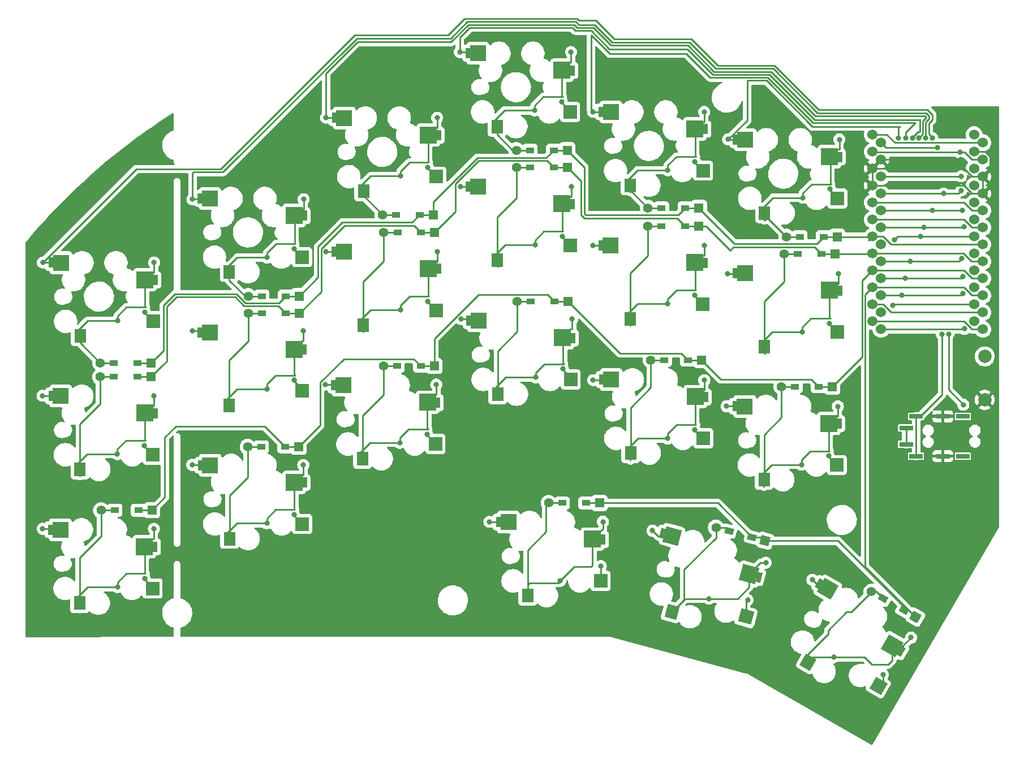
<source format=gbr>
%TF.GenerationSoftware,KiCad,Pcbnew,7.0.6*%
%TF.CreationDate,2023-08-21T12:13:53+07:00*%
%TF.ProjectId,GlupV1,476c7570-5631-42e6-9b69-6361645f7063,rev?*%
%TF.SameCoordinates,Original*%
%TF.FileFunction,Copper,L1,Top*%
%TF.FilePolarity,Positive*%
%FSLAX46Y46*%
G04 Gerber Fmt 4.6, Leading zero omitted, Abs format (unit mm)*
G04 Created by KiCad (PCBNEW 7.0.6) date 2023-08-21 12:13:53*
%MOMM*%
%LPD*%
G01*
G04 APERTURE LIST*
G04 Aperture macros list*
%AMRotRect*
0 Rectangle, with rotation*
0 The origin of the aperture is its center*
0 $1 length*
0 $2 width*
0 $3 Rotation angle, in degrees counterclockwise*
0 Add horizontal line*
21,1,$1,$2,0,0,$3*%
G04 Aperture macros list end*
%TA.AperFunction,SMDPad,CuDef*%
%ADD10R,0.700000X1.500000*%
%TD*%
%TA.AperFunction,SMDPad,CuDef*%
%ADD11R,2.400000X2.400000*%
%TD*%
%TA.AperFunction,SMDPad,CuDef*%
%ADD12R,2.000000X2.000000*%
%TD*%
%TA.AperFunction,SMDPad,CuDef*%
%ADD13R,1.800000X2.000000*%
%TD*%
%TA.AperFunction,SMDPad,CuDef*%
%ADD14R,2.500000X2.500000*%
%TD*%
%TA.AperFunction,ComponentPad*%
%ADD15R,1.397000X1.397000*%
%TD*%
%TA.AperFunction,SMDPad,CuDef*%
%ADD16R,1.300000X0.950000*%
%TD*%
%TA.AperFunction,ComponentPad*%
%ADD17C,1.397000*%
%TD*%
%TA.AperFunction,ComponentPad*%
%ADD18C,2.000000*%
%TD*%
%TA.AperFunction,ComponentPad*%
%ADD19C,1.524000*%
%TD*%
%TA.AperFunction,ComponentPad*%
%ADD20RotRect,1.397000X1.397000X345.000000*%
%TD*%
%TA.AperFunction,SMDPad,CuDef*%
%ADD21RotRect,1.300000X0.950000X345.000000*%
%TD*%
%TA.AperFunction,ComponentPad*%
%ADD22RotRect,1.397000X1.397000X330.000000*%
%TD*%
%TA.AperFunction,SMDPad,CuDef*%
%ADD23RotRect,1.300000X0.950000X330.000000*%
%TD*%
%TA.AperFunction,SMDPad,CuDef*%
%ADD24RotRect,0.700000X1.500000X345.000000*%
%TD*%
%TA.AperFunction,SMDPad,CuDef*%
%ADD25RotRect,2.400000X2.400000X165.000000*%
%TD*%
%TA.AperFunction,SMDPad,CuDef*%
%ADD26RotRect,2.000000X2.000000X165.000000*%
%TD*%
%TA.AperFunction,SMDPad,CuDef*%
%ADD27RotRect,1.800000X2.000000X165.000000*%
%TD*%
%TA.AperFunction,SMDPad,CuDef*%
%ADD28RotRect,2.500000X2.500000X165.000000*%
%TD*%
%TA.AperFunction,ComponentPad*%
%ADD29R,2.100000X0.800000*%
%TD*%
%TA.AperFunction,SMDPad,CuDef*%
%ADD30RotRect,0.700000X1.500000X330.000000*%
%TD*%
%TA.AperFunction,SMDPad,CuDef*%
%ADD31RotRect,2.400000X2.400000X150.000000*%
%TD*%
%TA.AperFunction,SMDPad,CuDef*%
%ADD32RotRect,2.000000X2.000000X150.000000*%
%TD*%
%TA.AperFunction,SMDPad,CuDef*%
%ADD33RotRect,1.800000X2.000000X150.000000*%
%TD*%
%TA.AperFunction,SMDPad,CuDef*%
%ADD34RotRect,2.500000X2.500000X150.000000*%
%TD*%
%TA.AperFunction,ViaPad*%
%ADD35C,0.800000*%
%TD*%
%TA.AperFunction,Conductor*%
%ADD36C,0.250000*%
%TD*%
G04 APERTURE END LIST*
D10*
%TO.P,SW9,1,1*%
%TO.N,col2*%
X89430000Y-82680000D03*
D11*
X90930000Y-82700000D03*
D12*
X104730000Y-91480000D03*
D13*
%TO.P,SW9,2,2*%
%TO.N,Net-(D9-A)*%
X93830000Y-93680000D03*
D14*
X103530000Y-85239999D03*
D10*
X105130000Y-85280000D03*
%TD*%
%TO.P,SW13,1,1*%
%TO.N,col3*%
X114135400Y-103166000D03*
D11*
X115635400Y-103186000D03*
D12*
X129435400Y-111966000D03*
D13*
%TO.P,SW13,2,2*%
%TO.N,Net-(D13-A)*%
X118535400Y-114166000D03*
D14*
X128235400Y-105725999D03*
D10*
X129835400Y-105766000D03*
%TD*%
D15*
%TO.P,D14,1,K*%
%TO.N,row0*%
X144160000Y-56134000D03*
D16*
X142125000Y-56134000D03*
%TO.P,D14,2,A*%
%TO.N,Net-(D14-A)*%
X138575000Y-56134000D03*
D17*
X136540000Y-56134000D03*
%TD*%
D18*
%TO.P,RSW1,1,1*%
%TO.N,reset*%
X186930000Y-78370000D03*
%TO.P,RSW1,2,2*%
%TO.N,GND*%
X186930000Y-84870000D03*
%TD*%
D19*
%TO.P,U1,1,TX0/D3*%
%TO.N,unconnected-(U1-TX0{slash}D3-Pad1)*%
X170100000Y-45180000D03*
X186638815Y-46375745D03*
%TO.P,U1,2,RX1/D2*%
%TO.N,data*%
X170100000Y-47720000D03*
X186638815Y-48915745D03*
%TO.P,U1,3,GND*%
%TO.N,GND*%
X170100000Y-50260000D03*
X186638815Y-51455745D03*
%TO.P,U1,4,GND*%
X170100000Y-52800000D03*
X186638815Y-53995745D03*
%TO.P,U1,5,2/D1/SDA*%
%TO.N,unconnected-(U1-2{slash}D1{slash}SDA-Pad5)*%
X170100000Y-55340000D03*
X186638815Y-56535745D03*
%TO.P,U1,6,3/D0/SCL*%
%TO.N,unconnected-(U1-3{slash}D0{slash}SCL-Pad6)*%
X170100000Y-57880000D03*
X186638815Y-59075745D03*
%TO.P,U1,7,4/D4*%
%TO.N,row0*%
X170100000Y-60420000D03*
X186638815Y-61615745D03*
%TO.P,U1,8,5/C6*%
%TO.N,row1*%
X170100000Y-62960000D03*
X186638815Y-64155745D03*
%TO.P,U1,9,6/D7*%
%TO.N,row2*%
X170100000Y-65500000D03*
X186638815Y-66695745D03*
%TO.P,U1,10,7/E6*%
%TO.N,row3*%
X170100000Y-68040000D03*
X186638815Y-69235745D03*
%TO.P,U1,11,8/B4*%
%TO.N,unconnected-(U1-8{slash}B4-Pad11)*%
X170100000Y-70580000D03*
X186638815Y-71775745D03*
%TO.P,U1,12,9/B5*%
%TO.N,unconnected-(U1-9{slash}B5-Pad12)*%
X170100000Y-73120000D03*
X186638815Y-74315745D03*
%TO.P,U1,13,B6/10*%
%TO.N,unconnected-(U1-B6{slash}10-Pad13)*%
X171398815Y-74315745D03*
X185340000Y-73120000D03*
%TO.P,U1,14,B2/16*%
%TO.N,unconnected-(U1-B2{slash}16-Pad14)*%
X171398815Y-71775745D03*
X185340000Y-70580000D03*
%TO.P,U1,15,B3/14*%
%TO.N,col5*%
X171398815Y-69235745D03*
X185340000Y-68040000D03*
%TO.P,U1,16,B1/15*%
%TO.N,col4*%
X171398815Y-66695745D03*
X185340000Y-65500000D03*
%TO.P,U1,17,F7/A0*%
%TO.N,col3*%
X171398815Y-64155745D03*
X185340000Y-62960000D03*
%TO.P,U1,18,F6/A1*%
%TO.N,col2*%
X171398815Y-61615745D03*
X185340000Y-60420000D03*
%TO.P,U1,19,F5/A2*%
%TO.N,col1*%
X171398815Y-59075745D03*
X185340000Y-57880000D03*
%TO.P,U1,20,F4/A3*%
%TO.N,col0*%
X171398815Y-56535745D03*
X185340000Y-55340000D03*
%TO.P,U1,21,VCC*%
%TO.N,VCC*%
X171398815Y-53995745D03*
X185340000Y-52800000D03*
%TO.P,U1,22,RST*%
%TO.N,reset*%
X171398815Y-51455745D03*
X185340000Y-50260000D03*
%TO.P,U1,23,GND*%
%TO.N,GND*%
X171398815Y-48915745D03*
X185340000Y-47720000D03*
%TO.P,U1,24,RAW*%
%TO.N,unconnected-(U1-RAW-Pad24)*%
X171398815Y-46375745D03*
X185340000Y-45180000D03*
%TD*%
D15*
%TO.P,D16,1,K*%
%TO.N,row2*%
X144550000Y-78930000D03*
D16*
X142515000Y-78930000D03*
%TO.P,D16,2,A*%
%TO.N,Net-(D16-A)*%
X138965000Y-78930000D03*
D17*
X136930000Y-78930000D03*
%TD*%
D10*
%TO.P,SW6,1,1*%
%TO.N,col1*%
X69500000Y-94656000D03*
D11*
X71000000Y-94676000D03*
D12*
X84800000Y-103456000D03*
D13*
%TO.P,SW6,2,2*%
%TO.N,Net-(D6-A)*%
X73900000Y-105656000D03*
D14*
X83600000Y-97215999D03*
D10*
X85200000Y-97256000D03*
%TD*%
%TO.P,SW5,1,1*%
%TO.N,col1*%
X69450000Y-74756000D03*
D11*
X70950000Y-74776000D03*
D12*
X84750000Y-83556000D03*
D13*
%TO.P,SW5,2,2*%
%TO.N,Net-(D5-A)*%
X73850000Y-85756000D03*
D14*
X83550000Y-77315999D03*
D10*
X85150000Y-77356000D03*
%TD*%
D15*
%TO.P,D11,1,K*%
%TO.N,row1*%
X124470000Y-50110000D03*
D16*
X122435000Y-50110000D03*
%TO.P,D11,2,A*%
%TO.N,Net-(D11-A)*%
X118885000Y-50110000D03*
D17*
X116850000Y-50110000D03*
%TD*%
D10*
%TO.P,SW4,1,1*%
%TO.N,col1*%
X69470000Y-54706000D03*
D11*
X70970000Y-54726000D03*
D12*
X84770000Y-63506000D03*
D13*
%TO.P,SW4,2,2*%
%TO.N,Net-(D4-A)*%
X73870000Y-65706000D03*
D14*
X83570000Y-57265999D03*
D10*
X85170000Y-57306000D03*
%TD*%
D15*
%TO.P,D20,1,K*%
%TO.N,row2*%
X164115000Y-82910000D03*
D16*
X162080000Y-82910000D03*
%TO.P,D20,2,A*%
%TO.N,Net-(D20-A)*%
X158530000Y-82910000D03*
D17*
X156495000Y-82910000D03*
%TD*%
D15*
%TO.P,D13,1,K*%
%TO.N,row3*%
X129290000Y-100320000D03*
D16*
X127255000Y-100320000D03*
%TO.P,D13,2,A*%
%TO.N,Net-(D13-A)*%
X123705000Y-100320000D03*
D17*
X121670000Y-100320000D03*
%TD*%
D15*
%TO.P,D7,1,K*%
%TO.N,row0*%
X104394000Y-57150000D03*
D16*
X102359000Y-57150000D03*
%TO.P,D7,2,A*%
%TO.N,Net-(D7-A)*%
X98809000Y-57150000D03*
D17*
X96774000Y-57150000D03*
%TD*%
D15*
%TO.P,D1,1,K*%
%TO.N,row0*%
X62200000Y-79356000D03*
D16*
X60165000Y-79356000D03*
%TO.P,D1,2,A*%
%TO.N,Net-(D1-A)*%
X56615000Y-79356000D03*
D17*
X54580000Y-79356000D03*
%TD*%
D10*
%TO.P,SW11,1,1*%
%TO.N,col3*%
X109570000Y-52940000D03*
D11*
X111070000Y-52960000D03*
D12*
X124870000Y-61740000D03*
D13*
%TO.P,SW11,2,2*%
%TO.N,Net-(D11-A)*%
X113970000Y-63940000D03*
D14*
X123670000Y-55499999D03*
D10*
X125270000Y-55540000D03*
%TD*%
%TO.P,SW3,1,1*%
%TO.N,col0*%
X47080000Y-104306000D03*
D11*
X48580000Y-104326000D03*
D12*
X62380000Y-113106000D03*
D13*
%TO.P,SW3,2,2*%
%TO.N,Net-(D3-A)*%
X51480000Y-115306000D03*
D14*
X61180000Y-106865999D03*
D10*
X62780000Y-106906000D03*
%TD*%
D20*
%TO.P,D17,1,K*%
%TO.N,row3*%
X154071685Y-105967609D03*
D21*
X152106026Y-105440912D03*
%TO.P,D17,2,A*%
%TO.N,Net-(D17-A)*%
X148676990Y-104522104D03*
D17*
X146711331Y-103995407D03*
%TD*%
D10*
%TO.P,SW20,1,1*%
%TO.N,col5*%
X149510000Y-85830000D03*
D11*
X151010000Y-85850000D03*
D12*
X164810000Y-94630000D03*
D13*
%TO.P,SW20,2,2*%
%TO.N,Net-(D20-A)*%
X153910000Y-96830000D03*
D14*
X163610000Y-88389999D03*
D10*
X165210000Y-88430000D03*
%TD*%
D15*
%TO.P,D9,1,K*%
%TO.N,row2*%
X104555000Y-79810000D03*
D16*
X102520000Y-79810000D03*
%TO.P,D9,2,A*%
%TO.N,Net-(D9-A)*%
X98970000Y-79810000D03*
D17*
X96935000Y-79810000D03*
%TD*%
D15*
%TO.P,D5,1,K*%
%TO.N,row1*%
X84350000Y-71930000D03*
D16*
X82315000Y-71930000D03*
%TO.P,D5,2,A*%
%TO.N,Net-(D5-A)*%
X78765000Y-71930000D03*
D17*
X76730000Y-71930000D03*
%TD*%
D10*
%TO.P,SW15,1,1*%
%TO.N,col4*%
X129450000Y-61740000D03*
D11*
X130950000Y-61760000D03*
D12*
X144750000Y-70540000D03*
D13*
%TO.P,SW15,2,2*%
%TO.N,Net-(D15-A)*%
X133850000Y-72740000D03*
D14*
X143550000Y-64299999D03*
D10*
X145150000Y-64340000D03*
%TD*%
%TO.P,SW8,1,1*%
%TO.N,col2*%
X89540000Y-62660000D03*
D11*
X91040000Y-62680000D03*
D12*
X104840000Y-71460000D03*
D13*
%TO.P,SW8,2,2*%
%TO.N,Net-(D8-A)*%
X93940000Y-73660000D03*
D14*
X103640000Y-65219999D03*
D10*
X105240000Y-65260000D03*
%TD*%
%TO.P,SW12,1,1*%
%TO.N,col3*%
X109660000Y-73020000D03*
D11*
X111160000Y-73040000D03*
D12*
X124960000Y-81820000D03*
D13*
%TO.P,SW12,2,2*%
%TO.N,Net-(D12-A)*%
X114060000Y-84020000D03*
D14*
X123760000Y-75579999D03*
D10*
X125360000Y-75620000D03*
%TD*%
D15*
%TO.P,D19,1,K*%
%TO.N,row1*%
X164565000Y-63040000D03*
D16*
X162530000Y-63040000D03*
%TO.P,D19,2,A*%
%TO.N,Net-(D19-A)*%
X158980000Y-63040000D03*
D17*
X156945000Y-63040000D03*
%TD*%
D22*
%TO.P,D21,1,K*%
%TO.N,row3*%
X176582362Y-117397500D03*
D23*
X174820000Y-116380000D03*
%TO.P,D21,2,A*%
%TO.N,Net-(D21-A)*%
X171745610Y-114605000D03*
D17*
X169983248Y-113587500D03*
%TD*%
D15*
%TO.P,D8,1,K*%
%TO.N,row1*%
X104625000Y-59780000D03*
D16*
X102590000Y-59780000D03*
%TO.P,D8,2,A*%
%TO.N,Net-(D8-A)*%
X99040000Y-59780000D03*
D17*
X97005000Y-59780000D03*
%TD*%
D10*
%TO.P,SW2,1,1*%
%TO.N,col0*%
X47140000Y-84290000D03*
D11*
X48640000Y-84310000D03*
D12*
X62440000Y-93090000D03*
D13*
%TO.P,SW2,2,2*%
%TO.N,Net-(D2-A)*%
X51540000Y-95290000D03*
D14*
X61240000Y-86849999D03*
D10*
X62840000Y-86890000D03*
%TD*%
D15*
%TO.P,D4,1,K*%
%TO.N,row0*%
X84320000Y-69342000D03*
D16*
X82285000Y-69342000D03*
%TO.P,D4,2,A*%
%TO.N,Net-(D4-A)*%
X78735000Y-69342000D03*
D17*
X76700000Y-69342000D03*
%TD*%
D24*
%TO.P,SW17,1,1*%
%TO.N,col4*%
X138701511Y-104856981D03*
D25*
X140145224Y-105264528D03*
D26*
X151202569Y-117317060D03*
D27*
%TO.P,SW17,2,2*%
%TO.N,Net-(D17-A)*%
X140104575Y-116620969D03*
D28*
X151658489Y-110979099D03*
D24*
X153193617Y-111431847D03*
%TD*%
D15*
%TO.P,D10,1,K*%
%TO.N,row0*%
X124460000Y-47498000D03*
D16*
X122425000Y-47498000D03*
%TO.P,D10,2,A*%
%TO.N,Net-(D10-A)*%
X118875000Y-47498000D03*
D17*
X116840000Y-47498000D03*
%TD*%
D10*
%TO.P,SW19,1,1*%
%TO.N,col5*%
X149580000Y-65920000D03*
D11*
X151080000Y-65940000D03*
D12*
X164880000Y-74720000D03*
D13*
%TO.P,SW19,2,2*%
%TO.N,Net-(D19-A)*%
X153980000Y-76920000D03*
D14*
X163680000Y-68479999D03*
D10*
X165280000Y-68520000D03*
%TD*%
D15*
%TO.P,D12,1,K*%
%TO.N,row2*%
X124595000Y-70140000D03*
D16*
X122560000Y-70140000D03*
%TO.P,D12,2,A*%
%TO.N,Net-(D12-A)*%
X119010000Y-70140000D03*
D17*
X116975000Y-70140000D03*
%TD*%
D29*
%TO.P,J2,A*%
%TO.N,unconnected-(J2-PadA)*%
X175157500Y-89095000D03*
X175157500Y-91545000D03*
%TO.P,J2,B*%
%TO.N,data*%
X183657500Y-87345000D03*
X183657500Y-93295000D03*
%TO.P,J2,C*%
%TO.N,GND*%
X180657500Y-87345000D03*
X180657500Y-93295000D03*
%TO.P,J2,D*%
%TO.N,VCC*%
X176657500Y-87345000D03*
X176657500Y-93295000D03*
%TD*%
D10*
%TO.P,SW18,1,1*%
%TO.N,col5*%
X149580000Y-45910000D03*
D11*
X151080000Y-45930000D03*
D12*
X164880000Y-54710000D03*
D13*
%TO.P,SW18,2,2*%
%TO.N,Net-(D18-A)*%
X153980000Y-56910000D03*
D14*
X163680000Y-48469999D03*
D10*
X165280000Y-48510000D03*
%TD*%
%TO.P,SW10,1,1*%
%TO.N,col3*%
X109570000Y-32960000D03*
D11*
X111070000Y-32980000D03*
D12*
X124870000Y-41760000D03*
D13*
%TO.P,SW10,2,2*%
%TO.N,Net-(D10-A)*%
X113970000Y-43960000D03*
D14*
X123670000Y-35519999D03*
D10*
X125270000Y-35560000D03*
%TD*%
D30*
%TO.P,SW21,1,1*%
%TO.N,col5*%
X162159717Y-112413670D03*
D31*
X163448755Y-113180991D03*
D32*
X171009906Y-127684694D03*
D33*
%TO.P,SW21,2,2*%
%TO.N,Net-(D21-A)*%
X160470229Y-124139950D03*
D34*
X173090676Y-121680695D03*
D30*
X174456316Y-122515336D03*
%TD*%
D15*
%TO.P,D2,1,K*%
%TO.N,row1*%
X62155000Y-81436000D03*
D16*
X60120000Y-81436000D03*
%TO.P,D2,2,A*%
%TO.N,Net-(D2-A)*%
X56570000Y-81436000D03*
D17*
X54535000Y-81436000D03*
%TD*%
D15*
%TO.P,D18,1,K*%
%TO.N,row0*%
X164849000Y-60452000D03*
D16*
X162814000Y-60452000D03*
%TO.P,D18,2,A*%
%TO.N,Net-(D18-A)*%
X159264000Y-60452000D03*
D17*
X157229000Y-60452000D03*
%TD*%
D10*
%TO.P,SW14,1,1*%
%TO.N,col4*%
X129470000Y-41750000D03*
D11*
X130970000Y-41770000D03*
D12*
X144770000Y-50550000D03*
D13*
%TO.P,SW14,2,2*%
%TO.N,Net-(D14-A)*%
X133870000Y-52750000D03*
D14*
X143570000Y-44309999D03*
D10*
X145170000Y-44350000D03*
%TD*%
D15*
%TO.P,D3,1,K*%
%TO.N,row2*%
X62305000Y-101406000D03*
D16*
X60270000Y-101406000D03*
%TO.P,D3,2,A*%
%TO.N,Net-(D3-A)*%
X56720000Y-101406000D03*
D17*
X54685000Y-101406000D03*
%TD*%
D15*
%TO.P,D6,1,K*%
%TO.N,row2*%
X84250000Y-91900000D03*
D16*
X82215000Y-91900000D03*
%TO.P,D6,2,A*%
%TO.N,Net-(D6-A)*%
X78665000Y-91900000D03*
D17*
X76630000Y-91900000D03*
%TD*%
D15*
%TO.P,D15,1,K*%
%TO.N,row1*%
X144110000Y-58840000D03*
D16*
X142075000Y-58840000D03*
%TO.P,D15,2,A*%
%TO.N,Net-(D15-A)*%
X138525000Y-58840000D03*
D17*
X136490000Y-58840000D03*
%TD*%
D10*
%TO.P,SW16,1,1*%
%TO.N,col4*%
X129530000Y-81830000D03*
D11*
X131030000Y-81850000D03*
D12*
X144830000Y-90630000D03*
D13*
%TO.P,SW16,2,2*%
%TO.N,Net-(D16-A)*%
X133930000Y-92830000D03*
D14*
X143630000Y-84389999D03*
D10*
X145230000Y-84430000D03*
%TD*%
%TO.P,SW7,1,1*%
%TO.N,col2*%
X89570000Y-42650000D03*
D11*
X91070000Y-42670000D03*
D12*
X104870000Y-51450000D03*
D13*
%TO.P,SW7,2,2*%
%TO.N,Net-(D7-A)*%
X93970000Y-53650000D03*
D14*
X103670000Y-45209999D03*
D10*
X105270000Y-45250000D03*
%TD*%
%TO.P,SW1,1,1*%
%TO.N,col0*%
X47168000Y-64317500D03*
D11*
X48668000Y-64337500D03*
D12*
X62468000Y-73117500D03*
D13*
%TO.P,SW1,2,2*%
%TO.N,Net-(D1-A)*%
X51568000Y-75317500D03*
D14*
X61268000Y-66877499D03*
D10*
X62868000Y-66917500D03*
%TD*%
D35*
%TO.N,Net-(D1-A)*%
X57160000Y-73050000D03*
X62620000Y-64320000D03*
%TO.N,Net-(D2-A)*%
X57112000Y-92992500D03*
X62572000Y-84262500D03*
%TO.N,Net-(D3-A)*%
X57132000Y-112912500D03*
X62592000Y-104182500D03*
%TO.N,Net-(D4-A)*%
X79542000Y-63572500D03*
X85002000Y-54842500D03*
%TO.N,Net-(D5-A)*%
X84972000Y-74512500D03*
X79512000Y-83242500D03*
%TO.N,Net-(D6-A)*%
X79492000Y-103352500D03*
X84952000Y-94622500D03*
%TO.N,Net-(D7-A)*%
X104982000Y-42642500D03*
X99522000Y-51372500D03*
%TO.N,Net-(D8-A)*%
X99522000Y-71432500D03*
X104982000Y-62702500D03*
%TO.N,Net-(D9-A)*%
X99392000Y-91302500D03*
X104852000Y-82572500D03*
%TO.N,Net-(D10-A)*%
X119552000Y-41532500D03*
X125012000Y-32802500D03*
%TO.N,Net-(D11-A)*%
X119622000Y-61672500D03*
X125082000Y-52942500D03*
%TO.N,Net-(D12-A)*%
X125192000Y-72792500D03*
X119732000Y-81522500D03*
%TO.N,Net-(D13-A)*%
X123422299Y-111972299D03*
X129794000Y-103124000D03*
%TO.N,Net-(D14-A)*%
X139492000Y-50492500D03*
X144952000Y-41762500D03*
%TO.N,Net-(D15-A)*%
X139492000Y-70502500D03*
X144952000Y-61772500D03*
%TO.N,Net-(D16-A)*%
X139502000Y-90662500D03*
X144962000Y-81932500D03*
%TO.N,Net-(D17-A)*%
X154160000Y-109260000D03*
X145660000Y-114639721D03*
%TO.N,Net-(D18-A)*%
X165182000Y-45882500D03*
X159722000Y-54612500D03*
%TO.N,Net-(D19-A)*%
X159602000Y-74732500D03*
X165062000Y-66002500D03*
%TO.N,Net-(D20-A)*%
X159492000Y-94572500D03*
X164952000Y-85842500D03*
%TO.N,Net-(D21-A)*%
X164330000Y-123407899D03*
X175910000Y-120470000D03*
%TO.N,reset*%
X183380000Y-51410000D03*
%TO.N,GND*%
X183310000Y-48900000D03*
%TO.N,col0*%
X45952000Y-104172500D03*
X61175012Y-91687000D03*
X45932000Y-84252500D03*
X61223012Y-71744500D03*
X45980000Y-64310000D03*
X179087370Y-45651240D03*
X61195012Y-111607000D03*
X179070000Y-56535745D03*
X183570000Y-56500000D03*
%TO.N,col1*%
X177800000Y-59075745D03*
X68362000Y-54832500D03*
X183854060Y-58955909D03*
X68312000Y-94612500D03*
X83575012Y-81937000D03*
X178087868Y-45651534D03*
X83605012Y-62267000D03*
X83555012Y-102047000D03*
X68332000Y-74502500D03*
%TO.N,col2*%
X88342000Y-42632500D03*
X173450000Y-60891245D03*
X177088366Y-45651238D03*
X103585012Y-50067000D03*
X103455012Y-89997000D03*
X177292000Y-60420000D03*
X88342000Y-62692500D03*
X88212000Y-82562500D03*
X103585012Y-70127000D03*
%TO.N,col3*%
X123795012Y-80217000D03*
X112810000Y-103130000D03*
X108372000Y-32792500D03*
X123685012Y-60367000D03*
X175768000Y-64155745D03*
X183477701Y-63722299D03*
X129470000Y-109760000D03*
X123615012Y-40227000D03*
X108442000Y-52932500D03*
X176088864Y-45651245D03*
X108552000Y-72782500D03*
%TO.N,col4*%
X175006000Y-66695745D03*
X128322000Y-81922500D03*
X137220000Y-104460000D03*
X183699075Y-66420925D03*
X143555012Y-69197000D03*
X151460000Y-114840000D03*
X143555012Y-49187000D03*
X128312000Y-61762500D03*
X175089361Y-45651245D03*
X128312000Y-41752500D03*
X143565012Y-89357000D03*
%TO.N,col5*%
X163555012Y-93267000D03*
X171700000Y-126030000D03*
X163785012Y-53307000D03*
X161139525Y-111820000D03*
X163665012Y-73427000D03*
X174043176Y-45651245D03*
X148312000Y-85832500D03*
X148422000Y-65992500D03*
X183669075Y-68930924D03*
X148542000Y-45872500D03*
X174498000Y-69235745D03*
%TO.N,data*%
X181520500Y-75040245D03*
X183730000Y-85594500D03*
X183210000Y-47825245D03*
%TO.N,unconnected-(U1-B6{slash}10-Pad13)*%
X183899075Y-74240925D03*
%TO.N,unconnected-(U1-B2{slash}16-Pad14)*%
X173140000Y-70730000D03*
%TO.N,VCC*%
X180520997Y-75040245D03*
X180796000Y-53995745D03*
X183420000Y-53524500D03*
%TO.N,unconnected-(U1-RAW-Pad24)*%
X179832000Y-47100245D03*
%TD*%
D36*
%TO.N,row0*%
X150114000Y-61468000D02*
X150368000Y-61468000D01*
X65760000Y-69040000D02*
X74950552Y-69040000D01*
X162814000Y-60452000D02*
X164849000Y-60452000D01*
X171740321Y-60420000D02*
X172936066Y-61615745D01*
X90791500Y-58306500D02*
X101202500Y-58306500D01*
X127000000Y-57021604D02*
X127186396Y-57208000D01*
X84320000Y-69342000D02*
X87167000Y-66495000D01*
X104394000Y-57150000D02*
X104394000Y-55243604D01*
X127186396Y-57208000D02*
X141051000Y-57208000D01*
X101202500Y-58306500D02*
X102359000Y-57150000D01*
X104394000Y-55243604D02*
X111001104Y-48636500D01*
X64050000Y-77506000D02*
X64050000Y-70750000D01*
X87167000Y-61931000D02*
X90791500Y-58306500D01*
X60165000Y-79356000D02*
X62200000Y-79356000D01*
X62200000Y-79356000D02*
X64050000Y-77506000D01*
X82285000Y-69342000D02*
X84320000Y-69342000D01*
X164849000Y-60452000D02*
X170068000Y-60452000D01*
X102359000Y-57150000D02*
X104394000Y-57150000D01*
X169530000Y-60990000D02*
X170100000Y-60420000D01*
X121286500Y-48636500D02*
X122425000Y-47498000D01*
X76276052Y-70365500D02*
X81261500Y-70365500D01*
X170100000Y-60420000D02*
X171740321Y-60420000D01*
X81261500Y-70365500D02*
X82285000Y-69342000D01*
X141051000Y-57208000D02*
X142125000Y-56134000D01*
X172936066Y-61615745D02*
X186638815Y-61615745D01*
X170068000Y-60452000D02*
X170100000Y-60420000D01*
X149494000Y-61468000D02*
X150114000Y-61468000D01*
X144160000Y-56134000D02*
X149494000Y-61468000D01*
X64050000Y-70750000D02*
X65760000Y-69040000D01*
X124460000Y-47498000D02*
X127000000Y-50038000D01*
X150121500Y-61475500D02*
X161790500Y-61475500D01*
X74950552Y-69040000D02*
X76276052Y-70365500D01*
X111001104Y-48636500D02*
X121286500Y-48636500D01*
X87167000Y-66495000D02*
X87167000Y-61931000D01*
X150114000Y-61468000D02*
X150121500Y-61475500D01*
X122425000Y-47498000D02*
X124460000Y-47498000D01*
X142125000Y-56134000D02*
X144160000Y-56134000D01*
X161790500Y-61475500D02*
X162814000Y-60452000D01*
X127000000Y-50038000D02*
X127000000Y-57021604D01*
%TO.N,Net-(D1-A)*%
X57160000Y-72330000D02*
X58470000Y-71020000D01*
X61862501Y-66877499D02*
X61880000Y-66860000D01*
X61268000Y-66877499D02*
X62827999Y-66877499D01*
X62315499Y-65830000D02*
X62590000Y-65830000D01*
X61268000Y-70878000D02*
X61268000Y-66877499D01*
X61380000Y-70990000D02*
X61268000Y-70878000D01*
X51568000Y-75317500D02*
X51243000Y-74992500D01*
X61268000Y-66877499D02*
X62315499Y-65830000D01*
X61862501Y-66877499D02*
X61268000Y-66877499D01*
X61350000Y-71020000D02*
X61380000Y-70990000D01*
X51568000Y-76344000D02*
X51568000Y-75317500D01*
X58470000Y-71020000D02*
X61350000Y-71020000D01*
X62620000Y-65800000D02*
X62620000Y-64320000D01*
X62827999Y-66877499D02*
X62868000Y-66917500D01*
X57160000Y-73050000D02*
X57160000Y-72330000D01*
X62590000Y-65830000D02*
X62620000Y-65800000D01*
X52680000Y-73050000D02*
X57160000Y-73050000D01*
X56615000Y-79356000D02*
X54580000Y-79356000D01*
X51243000Y-74992500D02*
X51243000Y-74487000D01*
X51243000Y-74487000D02*
X52680000Y-73050000D01*
X54580000Y-79356000D02*
X51568000Y-76344000D01*
%TO.N,row1*%
X91103500Y-58756500D02*
X101566500Y-58756500D01*
X170020000Y-63040000D02*
X170100000Y-62960000D01*
X184935745Y-64155745D02*
X186638815Y-64155745D01*
X104625000Y-59780000D02*
X107717000Y-56688000D01*
X65946397Y-69490000D02*
X74764156Y-69490000D01*
X144110000Y-58840000D02*
X145200000Y-58840000D01*
X87617000Y-68663000D02*
X87617000Y-62243000D01*
X164565000Y-63040000D02*
X170020000Y-63040000D01*
X81200500Y-70815500D02*
X82315000Y-71930000D01*
X126492000Y-57150000D02*
X127000000Y-57658000D01*
X121411500Y-49086500D02*
X122435000Y-50110000D01*
X63770000Y-79830000D02*
X64500000Y-79100000D01*
X102590000Y-59780000D02*
X104625000Y-59780000D01*
X124470000Y-50110000D02*
X126492000Y-52132000D01*
X64500000Y-79100000D02*
X64500000Y-70936397D01*
X107717000Y-56688000D02*
X107717000Y-52557000D01*
X64500000Y-70936397D02*
X65946397Y-69490000D01*
X140893000Y-57658000D02*
X142075000Y-58840000D01*
X62155000Y-81436000D02*
X63761000Y-79830000D01*
X170100000Y-62960000D02*
X183740000Y-62960000D01*
X126492000Y-52132000D02*
X126492000Y-57150000D01*
X111187500Y-49086500D02*
X121411500Y-49086500D01*
X149311500Y-62016500D02*
X161506500Y-62016500D01*
X76089656Y-70815500D02*
X81200500Y-70815500D01*
X161506500Y-62016500D02*
X162530000Y-63040000D01*
X183740000Y-62960000D02*
X184935745Y-64155745D01*
X101566500Y-58756500D02*
X102590000Y-59780000D01*
X142075000Y-58840000D02*
X144110000Y-58840000D01*
X60120000Y-81436000D02*
X62155000Y-81436000D01*
X148844000Y-62484000D02*
X149311500Y-62016500D01*
X127000000Y-57658000D02*
X140893000Y-57658000D01*
X74764156Y-69490000D02*
X76089656Y-70815500D01*
X87617000Y-62243000D02*
X91103500Y-58756500D01*
X122435000Y-50110000D02*
X124470000Y-50110000D01*
X84350000Y-71930000D02*
X87617000Y-68663000D01*
X107717000Y-52557000D02*
X111187500Y-49086500D01*
X82315000Y-71930000D02*
X84350000Y-71930000D01*
X63761000Y-79830000D02*
X63770000Y-79830000D01*
X162530000Y-63040000D02*
X164565000Y-63040000D01*
X145200000Y-58840000D02*
X148844000Y-62484000D01*
%TO.N,Net-(D2-A)*%
X51520000Y-96286500D02*
X51520000Y-95260000D01*
X51195000Y-94935000D02*
X51195000Y-94429500D01*
X61814501Y-86819999D02*
X61220000Y-86819999D01*
X62572000Y-85742500D02*
X62572000Y-84262500D01*
X61302000Y-90962500D02*
X61332000Y-90932500D01*
X51195000Y-94429500D02*
X52632000Y-92992500D01*
X51520000Y-95260000D02*
X51195000Y-94935000D01*
X51540000Y-95290000D02*
X51540000Y-88491649D01*
X61814501Y-86819999D02*
X61832000Y-86802500D01*
X52632000Y-92992500D02*
X57112000Y-92992500D01*
X61220000Y-90820500D02*
X61220000Y-86819999D01*
X62267499Y-85772500D02*
X62542000Y-85772500D01*
X57112000Y-92272500D02*
X58422000Y-90962500D01*
X57112000Y-92992500D02*
X57112000Y-92272500D01*
X61332000Y-90932500D02*
X61220000Y-90820500D01*
X62542000Y-85772500D02*
X62572000Y-85742500D01*
X54535000Y-81436000D02*
X56570000Y-81436000D01*
X51540000Y-88491649D02*
X54535000Y-85496649D01*
X54535000Y-85496649D02*
X54535000Y-81436000D01*
X58422000Y-90962500D02*
X61302000Y-90962500D01*
X61240000Y-86849999D02*
X62799999Y-86849999D01*
X61220000Y-86819999D02*
X62267499Y-85772500D01*
X62799999Y-86849999D02*
X62840000Y-86890000D01*
%TO.N,row2*%
X162080000Y-82910000D02*
X164115000Y-82910000D01*
X60270000Y-101406000D02*
X62305000Y-101406000D01*
X64240000Y-99471000D02*
X64240000Y-90460000D01*
X142515000Y-78930000D02*
X144550000Y-78930000D01*
X91009195Y-78740000D02*
X101450000Y-78740000D01*
X121536500Y-69116500D02*
X122560000Y-70140000D01*
X168563000Y-67037000D02*
X170100000Y-65500000D01*
X84250000Y-91900000D02*
X87487000Y-88663000D01*
X87487000Y-88663000D02*
X87487000Y-82262195D01*
X124595000Y-70140000D02*
X132361500Y-77906500D01*
X132361500Y-77906500D02*
X141491500Y-77906500D01*
X111192695Y-69116500D02*
X121536500Y-69116500D01*
X65850000Y-88850000D02*
X79165000Y-88850000D01*
X102520000Y-79810000D02*
X104555000Y-79810000D01*
X141491500Y-77906500D02*
X142515000Y-78930000D01*
X183802749Y-65500000D02*
X184998494Y-66695745D01*
X64240000Y-90460000D02*
X65850000Y-88850000D01*
X184998494Y-66695745D02*
X186638815Y-66695745D01*
X79165000Y-88850000D02*
X82215000Y-91900000D01*
X170100000Y-65500000D02*
X183802749Y-65500000D01*
X82215000Y-91900000D02*
X84250000Y-91900000D01*
X101450000Y-78740000D02*
X102520000Y-79810000D01*
X164115000Y-82910000D02*
X168563000Y-78462000D01*
X87487000Y-82262195D02*
X91009195Y-78740000D01*
X104555000Y-75754195D02*
X111192695Y-69116500D01*
X160958000Y-81788000D02*
X162080000Y-82910000D01*
X104555000Y-79810000D02*
X104555000Y-75754195D01*
X122560000Y-70140000D02*
X124595000Y-70140000D01*
X168563000Y-78462000D02*
X168563000Y-67037000D01*
X62305000Y-101406000D02*
X64240000Y-99471000D01*
X147408000Y-81788000D02*
X160958000Y-81788000D01*
X144550000Y-78930000D02*
X147408000Y-81788000D01*
%TO.N,Net-(D3-A)*%
X51480000Y-115306000D02*
X51480000Y-108507649D01*
X51540000Y-115180000D02*
X51215000Y-114855000D01*
X61240000Y-106739999D02*
X62287499Y-105692500D01*
X54685000Y-101406000D02*
X56720000Y-101406000D01*
X51215000Y-114349500D02*
X52652000Y-112912500D01*
X58442000Y-110882500D02*
X61322000Y-110882500D01*
X51480000Y-108507649D02*
X54685000Y-105302649D01*
X62739999Y-106865999D02*
X62780000Y-106906000D01*
X62287499Y-105692500D02*
X62562000Y-105692500D01*
X51215000Y-114855000D02*
X51215000Y-114349500D01*
X57132000Y-112912500D02*
X57132000Y-112192500D01*
X61834501Y-106739999D02*
X61852000Y-106722500D01*
X54685000Y-105302649D02*
X54685000Y-101406000D01*
X61180000Y-106865999D02*
X62739999Y-106865999D01*
X62562000Y-105692500D02*
X62592000Y-105662500D01*
X52652000Y-112912500D02*
X57132000Y-112912500D01*
X57132000Y-112192500D02*
X58442000Y-110882500D01*
X61352000Y-110852500D02*
X61240000Y-110740500D01*
X51540000Y-116206500D02*
X51540000Y-115180000D01*
X61322000Y-110882500D02*
X61352000Y-110852500D01*
X62592000Y-105662500D02*
X62592000Y-104182500D01*
X61240000Y-110740500D02*
X61240000Y-106739999D01*
X61834501Y-106739999D02*
X61240000Y-106739999D01*
%TO.N,Net-(D4-A)*%
X73625000Y-65515000D02*
X73625000Y-65009500D01*
X84972000Y-56352500D02*
X85002000Y-56322500D01*
X83732000Y-61542500D02*
X83762000Y-61512500D01*
X83650000Y-57399999D02*
X84697499Y-56352500D01*
X76700000Y-69342000D02*
X78735000Y-69342000D01*
X73625000Y-65009500D02*
X75062000Y-63572500D01*
X79542000Y-63572500D02*
X79542000Y-62852500D01*
X84244501Y-57399999D02*
X84262000Y-57382500D01*
X83762000Y-61512500D02*
X83650000Y-61400500D01*
X84697499Y-56352500D02*
X84972000Y-56352500D01*
X73870000Y-66970000D02*
X76700000Y-69800000D01*
X85002000Y-56322500D02*
X85002000Y-54842500D01*
X80852000Y-61542500D02*
X83732000Y-61542500D01*
X75062000Y-63572500D02*
X79542000Y-63572500D01*
X84244501Y-57399999D02*
X83650000Y-57399999D01*
X73870000Y-65706000D02*
X73870000Y-66970000D01*
X79542000Y-62852500D02*
X80852000Y-61542500D01*
X73950000Y-65840000D02*
X73625000Y-65515000D01*
X83650000Y-61400500D02*
X83650000Y-57399999D01*
X85129999Y-57265999D02*
X85170000Y-57306000D01*
X83570000Y-57265999D02*
X85129999Y-57265999D01*
%TO.N,Net-(D5-A)*%
X84667499Y-76022500D02*
X84942000Y-76022500D01*
X76730000Y-71930000D02*
X78765000Y-71930000D01*
X84214501Y-77069999D02*
X83620000Y-77069999D01*
X73850000Y-85756000D02*
X73850000Y-78957649D01*
X83732000Y-81182500D02*
X83620000Y-81070500D01*
X80822000Y-81212500D02*
X83702000Y-81212500D01*
X75032000Y-83242500D02*
X79512000Y-83242500D01*
X73595000Y-85185000D02*
X73595000Y-84679500D01*
X73850000Y-78957649D02*
X76730000Y-76077649D01*
X83702000Y-81212500D02*
X83732000Y-81182500D01*
X83550000Y-77315999D02*
X85109999Y-77315999D01*
X84942000Y-76022500D02*
X84972000Y-75992500D01*
X73595000Y-84679500D02*
X75032000Y-83242500D01*
X83620000Y-81070500D02*
X83620000Y-77069999D01*
X79512000Y-83242500D02*
X79512000Y-82522500D01*
X76730000Y-76077649D02*
X76730000Y-71930000D01*
X83620000Y-77069999D02*
X84667499Y-76022500D01*
X85109999Y-77315999D02*
X85150000Y-77356000D01*
X73920000Y-85510000D02*
X73595000Y-85185000D01*
X84972000Y-75992500D02*
X84972000Y-74512500D01*
X84214501Y-77069999D02*
X84232000Y-77052500D01*
X79512000Y-82522500D02*
X80822000Y-81212500D01*
%TO.N,Net-(D6-A)*%
X75012000Y-103352500D02*
X79492000Y-103352500D01*
X73900000Y-99197243D02*
X76630000Y-96467243D01*
X83600000Y-101180500D02*
X83600000Y-97179999D01*
X83600000Y-97179999D02*
X84647499Y-96132500D01*
X84194501Y-97179999D02*
X83600000Y-97179999D01*
X76630000Y-91900000D02*
X78665000Y-91900000D01*
X84922000Y-96132500D02*
X84952000Y-96102500D01*
X84952000Y-96102500D02*
X84952000Y-94622500D01*
X83682000Y-101322500D02*
X83712000Y-101292500D01*
X84647499Y-96132500D02*
X84922000Y-96132500D01*
X73575000Y-104789500D02*
X75012000Y-103352500D01*
X83712000Y-101292500D02*
X83600000Y-101180500D01*
X80802000Y-101322500D02*
X83682000Y-101322500D01*
X79492000Y-102632500D02*
X80802000Y-101322500D01*
X73900000Y-105656000D02*
X73900000Y-99197243D01*
X85159999Y-97215999D02*
X85200000Y-97256000D01*
X73900000Y-105620000D02*
X73575000Y-105295000D01*
X83600000Y-97215999D02*
X85159999Y-97215999D01*
X79492000Y-103352500D02*
X79492000Y-102632500D01*
X76630000Y-96467243D02*
X76630000Y-91900000D01*
X84194501Y-97179999D02*
X84212000Y-97162500D01*
X73575000Y-105295000D02*
X73575000Y-104789500D01*
%TO.N,Net-(D7-A)*%
X96774000Y-57150000D02*
X98809000Y-57150000D01*
X103630000Y-45199999D02*
X104677499Y-44152500D01*
X103630000Y-49200500D02*
X103630000Y-45199999D01*
X100832000Y-49342500D02*
X103712000Y-49342500D01*
X105229999Y-45209999D02*
X105270000Y-45250000D01*
X99522000Y-51372500D02*
X99522000Y-50652500D01*
X93930000Y-53640000D02*
X93605000Y-53315000D01*
X93970000Y-54346000D02*
X96774000Y-57150000D01*
X104224501Y-45199999D02*
X104242000Y-45182500D01*
X103712000Y-49342500D02*
X103742000Y-49312500D01*
X95042000Y-51372500D02*
X99522000Y-51372500D01*
X93970000Y-53650000D02*
X93970000Y-54346000D01*
X93605000Y-53315000D02*
X93605000Y-52809500D01*
X104224501Y-45199999D02*
X103630000Y-45199999D01*
X103742000Y-49312500D02*
X103630000Y-49200500D01*
X104677499Y-44152500D02*
X104952000Y-44152500D01*
X103670000Y-45209999D02*
X105229999Y-45209999D01*
X93605000Y-52809500D02*
X95042000Y-51372500D01*
X104952000Y-44152500D02*
X104982000Y-44122500D01*
X104982000Y-44122500D02*
X104982000Y-42642500D01*
X99522000Y-50652500D02*
X100832000Y-49342500D01*
%TO.N,Net-(D8-A)*%
X99522000Y-70712500D02*
X100832000Y-69402500D01*
X93930000Y-74726500D02*
X93930000Y-73700000D01*
X104224501Y-65259999D02*
X104242000Y-65242500D01*
X99522000Y-71432500D02*
X99522000Y-70712500D01*
X93605000Y-72869500D02*
X95042000Y-71432500D01*
X103640000Y-65219999D02*
X105199999Y-65219999D01*
X103712000Y-69402500D02*
X103742000Y-69372500D01*
X100832000Y-69402500D02*
X103712000Y-69402500D01*
X97005000Y-64136243D02*
X97005000Y-59780000D01*
X103742000Y-69372500D02*
X103630000Y-69260500D01*
X105199999Y-65219999D02*
X105240000Y-65260000D01*
X95042000Y-71432500D02*
X99522000Y-71432500D01*
X104952000Y-64212500D02*
X104982000Y-64182500D01*
X104982000Y-64182500D02*
X104982000Y-62702500D01*
X104224501Y-65259999D02*
X103630000Y-65259999D01*
X93940000Y-67201243D02*
X97005000Y-64136243D01*
X97005000Y-59780000D02*
X99040000Y-59780000D01*
X93605000Y-73375000D02*
X93605000Y-72869500D01*
X103630000Y-69260500D02*
X103630000Y-65259999D01*
X103630000Y-65259999D02*
X104677499Y-64212500D01*
X93940000Y-73660000D02*
X93940000Y-67201243D01*
X104677499Y-64212500D02*
X104952000Y-64212500D01*
X93930000Y-73700000D02*
X93605000Y-73375000D01*
%TO.N,Net-(D9-A)*%
X104094501Y-85129999D02*
X104112000Y-85112500D01*
X103582000Y-89272500D02*
X103612000Y-89242500D01*
X103500000Y-89130500D02*
X103500000Y-85129999D01*
X104547499Y-84082500D02*
X104822000Y-84082500D01*
X93475000Y-93245000D02*
X93475000Y-92739500D01*
X99392000Y-91302500D02*
X99392000Y-90582500D01*
X93800000Y-94596500D02*
X93800000Y-93570000D01*
X94912000Y-91302500D02*
X99392000Y-91302500D01*
X104094501Y-85129999D02*
X103500000Y-85129999D01*
X103500000Y-85129999D02*
X104547499Y-84082500D01*
X103612000Y-89242500D02*
X103500000Y-89130500D01*
X93475000Y-92739500D02*
X94912000Y-91302500D01*
X100702000Y-89272500D02*
X103582000Y-89272500D01*
X104852000Y-84052500D02*
X104852000Y-82572500D01*
X99392000Y-90582500D02*
X100702000Y-89272500D01*
X93830000Y-93680000D02*
X93830000Y-87221243D01*
X93830000Y-87221243D02*
X96935000Y-84116243D01*
X96935000Y-84116243D02*
X96935000Y-79810000D01*
X93800000Y-93570000D02*
X93475000Y-93245000D01*
X103530000Y-85239999D02*
X105089999Y-85239999D01*
X105089999Y-85239999D02*
X105130000Y-85280000D01*
X96935000Y-79810000D02*
X98970000Y-79810000D01*
X104822000Y-84082500D02*
X104852000Y-84052500D01*
%TO.N,Net-(D10-A)*%
X125229999Y-35519999D02*
X125270000Y-35560000D01*
X113635000Y-42969500D02*
X115072000Y-41532500D01*
X123660000Y-39360500D02*
X123660000Y-35359999D01*
X123670000Y-35519999D02*
X125229999Y-35519999D01*
X119552000Y-40812500D02*
X120862000Y-39502500D01*
X123742000Y-39502500D02*
X123772000Y-39472500D01*
X116840000Y-47498000D02*
X118875000Y-47498000D01*
X113960000Y-43800000D02*
X113635000Y-43475000D01*
X119552000Y-41532500D02*
X119552000Y-40812500D01*
X120862000Y-39502500D02*
X123742000Y-39502500D01*
X124254501Y-35359999D02*
X123660000Y-35359999D01*
X113970000Y-43960000D02*
X113970000Y-45180000D01*
X113960000Y-44826500D02*
X113960000Y-43800000D01*
X123660000Y-35359999D02*
X124707499Y-34312500D01*
X116288000Y-47498000D02*
X116840000Y-47498000D01*
X113635000Y-43475000D02*
X113635000Y-42969500D01*
X124707499Y-34312500D02*
X124982000Y-34312500D01*
X123772000Y-39472500D02*
X123660000Y-39360500D01*
X124254501Y-35359999D02*
X124272000Y-35342500D01*
X113970000Y-45180000D02*
X116288000Y-47498000D01*
X125012000Y-34282500D02*
X125012000Y-32802500D01*
X124982000Y-34312500D02*
X125012000Y-34282500D01*
X115072000Y-41532500D02*
X119552000Y-41532500D01*
%TO.N,Net-(D11-A)*%
X124324501Y-55499999D02*
X123730000Y-55499999D01*
X123842000Y-59612500D02*
X123730000Y-59500500D01*
X123730000Y-59500500D02*
X123730000Y-55499999D01*
X123670000Y-55499999D02*
X125229999Y-55499999D01*
X123812000Y-59642500D02*
X123842000Y-59612500D01*
X114030000Y-64966500D02*
X114030000Y-63940000D01*
X125229999Y-55499999D02*
X125270000Y-55540000D01*
X119622000Y-61672500D02*
X119622000Y-60952500D01*
X113705000Y-63615000D02*
X113705000Y-63109500D01*
X114030000Y-63940000D02*
X113705000Y-63615000D01*
X113970000Y-63940000D02*
X113970000Y-57481243D01*
X125052000Y-54452500D02*
X125082000Y-54422500D01*
X113705000Y-63109500D02*
X115142000Y-61672500D01*
X125082000Y-54422500D02*
X125082000Y-52942500D01*
X119622000Y-60952500D02*
X120932000Y-59642500D01*
X113970000Y-57481243D02*
X116850000Y-54601243D01*
X116850000Y-54601243D02*
X116850000Y-50110000D01*
X115142000Y-61672500D02*
X119622000Y-61672500D01*
X120932000Y-59642500D02*
X123812000Y-59642500D01*
X123730000Y-55499999D02*
X124777499Y-54452500D01*
X124777499Y-54452500D02*
X125052000Y-54452500D01*
X116850000Y-50110000D02*
X118885000Y-50110000D01*
X124324501Y-55499999D02*
X124342000Y-55482500D01*
%TO.N,Net-(D12-A)*%
X114060000Y-77561243D02*
X116975000Y-74646243D01*
X123952000Y-79462500D02*
X123840000Y-79350500D01*
X113815000Y-82959500D02*
X115252000Y-81522500D01*
X123840000Y-79350500D02*
X123840000Y-75349999D01*
X123840000Y-75349999D02*
X124887499Y-74302500D01*
X123922000Y-79492500D02*
X123952000Y-79462500D01*
X121042000Y-79492500D02*
X123922000Y-79492500D01*
X124434501Y-75349999D02*
X123840000Y-75349999D01*
X114140000Y-84816500D02*
X114140000Y-83790000D01*
X124887499Y-74302500D02*
X125162000Y-74302500D01*
X114060000Y-84020000D02*
X114060000Y-77561243D01*
X125192000Y-74272500D02*
X125192000Y-72792500D01*
X124434501Y-75349999D02*
X124452000Y-75332500D01*
X125319999Y-75579999D02*
X125360000Y-75620000D01*
X115252000Y-81522500D02*
X119732000Y-81522500D01*
X116975000Y-74646243D02*
X116975000Y-70140000D01*
X125162000Y-74302500D02*
X125192000Y-74272500D01*
X123760000Y-75579999D02*
X125319999Y-75579999D01*
X119732000Y-80802500D02*
X121042000Y-79492500D01*
X119732000Y-81522500D02*
X119732000Y-80802500D01*
X114140000Y-83790000D02*
X113815000Y-83465000D01*
X113815000Y-83465000D02*
X113815000Y-82959500D01*
X116975000Y-70140000D02*
X119010000Y-70140000D01*
%TO.N,row3*%
X175564862Y-116380000D02*
X176582362Y-117397500D01*
X153544988Y-105440912D02*
X154071685Y-105967609D01*
X174820000Y-116380000D02*
X175564862Y-116380000D01*
X152106026Y-105440912D02*
X153544988Y-105440912D01*
X183802749Y-68040000D02*
X184998494Y-69235745D01*
X164956092Y-105967609D02*
X174820000Y-115831517D01*
X127255000Y-100320000D02*
X129290000Y-100320000D01*
X174820000Y-115831517D02*
X174820000Y-116380000D01*
X176582362Y-117397500D02*
X169013000Y-109828138D01*
X129290000Y-100320000D02*
X146985114Y-100320000D01*
X146985114Y-100320000D02*
X152106026Y-105440912D01*
X169013000Y-109828138D02*
X169013000Y-69127000D01*
X154071685Y-105967609D02*
X164956092Y-105967609D01*
X170100000Y-68040000D02*
X183802749Y-68040000D01*
X169013000Y-69127000D02*
X170100000Y-68040000D01*
X184998494Y-69235745D02*
X186638815Y-69235745D01*
%TO.N,Net-(D13-A)*%
X118535400Y-107367649D02*
X121273500Y-104629549D01*
X118535400Y-112574600D02*
X118535400Y-114166000D01*
X118535400Y-114166000D02*
X118535400Y-107367649D01*
X125534598Y-109860000D02*
X128020000Y-109860000D01*
X123422299Y-111972299D02*
X125534598Y-109860000D01*
X128020000Y-109860000D02*
X128235400Y-109644600D01*
X118819000Y-112291000D02*
X118535400Y-112574600D01*
X129794000Y-103124000D02*
X129794000Y-104167399D01*
X128235400Y-105725999D02*
X129795399Y-105725999D01*
X123103598Y-112291000D02*
X118819000Y-112291000D01*
X129794000Y-104167399D02*
X128235400Y-105725999D01*
X121273500Y-104629549D02*
X121273500Y-100716500D01*
X121273500Y-100716500D02*
X121670000Y-100320000D01*
X129795399Y-105725999D02*
X129835400Y-105766000D01*
X121670000Y-100320000D02*
X123705000Y-100320000D01*
X123422299Y-111972299D02*
X123103598Y-112291000D01*
X128235400Y-109644600D02*
X128235400Y-105725999D01*
%TO.N,Net-(D14-A)*%
X133900000Y-53786500D02*
X133900000Y-52760000D01*
X144194501Y-44319999D02*
X144212000Y-44302500D01*
X144194501Y-44319999D02*
X143600000Y-44319999D01*
X139492000Y-50492500D02*
X139492000Y-49772500D01*
X133870000Y-52750000D02*
X133870000Y-53464000D01*
X135012000Y-50492500D02*
X139492000Y-50492500D01*
X133900000Y-52760000D02*
X133575000Y-52435000D01*
X144647499Y-43272500D02*
X144922000Y-43272500D01*
X143682000Y-48462500D02*
X143712000Y-48432500D01*
X143600000Y-44319999D02*
X144647499Y-43272500D01*
X144952000Y-43242500D02*
X144952000Y-41762500D01*
X143570000Y-44309999D02*
X145129999Y-44309999D01*
X139492000Y-49772500D02*
X140802000Y-48462500D01*
X145129999Y-44309999D02*
X145170000Y-44350000D01*
X136540000Y-56134000D02*
X138575000Y-56134000D01*
X133870000Y-53464000D02*
X136540000Y-56134000D01*
X144922000Y-43272500D02*
X144952000Y-43242500D01*
X143600000Y-48320500D02*
X143600000Y-44319999D01*
X133575000Y-52435000D02*
X133575000Y-51929500D01*
X143712000Y-48432500D02*
X143600000Y-48320500D01*
X140802000Y-48462500D02*
X143682000Y-48462500D01*
X133575000Y-51929500D02*
X135012000Y-50492500D01*
%TO.N,Net-(D15-A)*%
X136490000Y-58840000D02*
X138525000Y-58840000D01*
X136490000Y-63301649D02*
X136490000Y-58840000D01*
X133850000Y-72740000D02*
X133850000Y-65941649D01*
X144922000Y-63282500D02*
X144952000Y-63252500D01*
X139492000Y-69782500D02*
X140802000Y-68472500D01*
X143600000Y-64329999D02*
X144647499Y-63282500D01*
X144647499Y-63282500D02*
X144922000Y-63282500D01*
X133575000Y-72445000D02*
X133575000Y-71939500D01*
X145109999Y-64299999D02*
X145150000Y-64340000D01*
X135012000Y-70502500D02*
X139492000Y-70502500D01*
X139492000Y-70502500D02*
X139492000Y-69782500D01*
X144952000Y-63252500D02*
X144952000Y-61772500D01*
X143600000Y-68330500D02*
X143600000Y-64329999D01*
X143712000Y-68442500D02*
X143600000Y-68330500D01*
X140802000Y-68472500D02*
X143682000Y-68472500D01*
X144194501Y-64329999D02*
X143600000Y-64329999D01*
X143682000Y-68472500D02*
X143712000Y-68442500D01*
X143550000Y-64299999D02*
X145109999Y-64299999D01*
X133900000Y-73796500D02*
X133900000Y-72770000D01*
X133900000Y-72770000D02*
X133575000Y-72445000D01*
X144194501Y-64329999D02*
X144212000Y-64312500D01*
X133850000Y-65941649D02*
X136490000Y-63301649D01*
X133575000Y-71939500D02*
X135012000Y-70502500D01*
%TO.N,Net-(D16-A)*%
X136930000Y-78930000D02*
X138965000Y-78930000D01*
X133910000Y-93956500D02*
X133910000Y-92930000D01*
X133910000Y-92930000D02*
X133585000Y-92605000D01*
X143610000Y-88490500D02*
X143610000Y-84489999D01*
X133930000Y-86031649D02*
X136930000Y-83031649D01*
X136930000Y-83031649D02*
X136930000Y-78930000D01*
X144657499Y-83442500D02*
X144932000Y-83442500D01*
X143722000Y-88602500D02*
X143610000Y-88490500D01*
X133585000Y-92099500D02*
X135022000Y-90662500D01*
X140812000Y-88632500D02*
X143692000Y-88632500D01*
X143610000Y-84489999D02*
X144657499Y-83442500D01*
X144204501Y-84489999D02*
X144222000Y-84472500D01*
X139502000Y-90662500D02*
X139502000Y-89942500D01*
X133930000Y-92830000D02*
X133930000Y-86031649D01*
X143692000Y-88632500D02*
X143722000Y-88602500D01*
X133585000Y-92605000D02*
X133585000Y-92099500D01*
X139502000Y-89942500D02*
X140812000Y-88632500D01*
X144932000Y-83442500D02*
X144962000Y-83412500D01*
X143630000Y-84389999D02*
X145189999Y-84389999D01*
X145189999Y-84389999D02*
X145230000Y-84430000D01*
X144962000Y-83412500D02*
X144962000Y-81932500D01*
X144204501Y-84489999D02*
X143610000Y-84489999D01*
X135022000Y-90662500D02*
X139502000Y-90662500D01*
%TO.N,Net-(D17-A)*%
X145660000Y-114639721D02*
X149953109Y-114639721D01*
X146711331Y-103995407D02*
X148150293Y-103995407D01*
X142085823Y-114639721D02*
X145660000Y-114639721D01*
X153377588Y-109260000D02*
X154160000Y-109260000D01*
X148150293Y-103995407D02*
X148676990Y-104522104D01*
X149953109Y-114639721D02*
X151658489Y-112934341D01*
X141961200Y-114764344D02*
X141961200Y-110248800D01*
X151658489Y-110979099D02*
X153377588Y-109260000D01*
X140104575Y-116620969D02*
X141961200Y-114764344D01*
X141961200Y-110248800D02*
X146711331Y-105498669D01*
X140104575Y-116620969D02*
X142085823Y-114639721D01*
X151658489Y-112934341D02*
X151658489Y-110979099D01*
X146711331Y-105498669D02*
X146711331Y-103995407D01*
%TO.N,Net-(D18-A)*%
X163830000Y-48439999D02*
X164877499Y-47392500D01*
X165182000Y-47362500D02*
X165182000Y-45882500D01*
X164877499Y-47392500D02*
X165152000Y-47392500D01*
X163942000Y-52552500D02*
X163830000Y-52440500D01*
X164424501Y-48439999D02*
X164442000Y-48422500D01*
X155242000Y-54612500D02*
X159722000Y-54612500D01*
X165152000Y-47392500D02*
X165182000Y-47362500D01*
X154130000Y-56880000D02*
X153805000Y-56555000D01*
X154130000Y-57906500D02*
X154130000Y-56880000D01*
X164424501Y-48439999D02*
X163830000Y-48439999D01*
X153805000Y-56049500D02*
X155242000Y-54612500D01*
X153980000Y-56910000D02*
X153980000Y-57203000D01*
X159722000Y-54612500D02*
X159722000Y-53892500D01*
X161032000Y-52582500D02*
X163912000Y-52582500D01*
X163830000Y-52440500D02*
X163830000Y-48439999D01*
X163912000Y-52582500D02*
X163942000Y-52552500D01*
X157229000Y-60452000D02*
X159264000Y-60452000D01*
X153980000Y-56910000D02*
X153980000Y-58005000D01*
X159722000Y-53892500D02*
X161032000Y-52582500D01*
X153980000Y-57203000D02*
X157229000Y-60452000D01*
X153805000Y-56555000D02*
X153805000Y-56049500D01*
%TO.N,Net-(D19-A)*%
X163710000Y-68559999D02*
X164757499Y-67512500D01*
X163792000Y-72702500D02*
X163822000Y-72672500D01*
X155122000Y-74732500D02*
X159602000Y-74732500D01*
X165032000Y-67512500D02*
X165062000Y-67482500D01*
X163710000Y-72560500D02*
X163710000Y-68559999D01*
X153685000Y-76169500D02*
X155122000Y-74732500D01*
X156945000Y-67156649D02*
X156945000Y-63040000D01*
X163822000Y-72672500D02*
X163710000Y-72560500D01*
X159602000Y-74012500D02*
X160912000Y-72702500D01*
X160912000Y-72702500D02*
X163792000Y-72702500D01*
X153980000Y-70121649D02*
X156945000Y-67156649D01*
X165062000Y-67482500D02*
X165062000Y-66002500D01*
X153685000Y-76675000D02*
X153685000Y-76169500D01*
X156945000Y-63040000D02*
X158980000Y-63040000D01*
X154010000Y-78026500D02*
X154010000Y-77000000D01*
X164757499Y-67512500D02*
X165032000Y-67512500D01*
X164304501Y-68559999D02*
X163710000Y-68559999D01*
X153980000Y-76920000D02*
X153980000Y-70121649D01*
X159602000Y-74732500D02*
X159602000Y-74012500D01*
X164304501Y-68559999D02*
X164322000Y-68542500D01*
X154010000Y-77000000D02*
X153685000Y-76675000D01*
%TO.N,Net-(D20-A)*%
X164194501Y-88399999D02*
X163600000Y-88399999D01*
X163600000Y-88399999D02*
X164647499Y-87352500D01*
X163712000Y-92512500D02*
X163600000Y-92400500D01*
X153900000Y-96840000D02*
X153575000Y-96515000D01*
X163682000Y-92542500D02*
X163712000Y-92512500D01*
X156495000Y-82910000D02*
X158530000Y-82910000D01*
X153910000Y-96830000D02*
X153910000Y-90080000D01*
X159492000Y-93852500D02*
X160802000Y-92542500D01*
X164922000Y-87352500D02*
X164952000Y-87322500D01*
X163600000Y-92400500D02*
X163600000Y-88399999D01*
X164647499Y-87352500D02*
X164922000Y-87352500D01*
X153900000Y-97866500D02*
X153900000Y-96840000D01*
X159492000Y-94572500D02*
X159492000Y-93852500D01*
X153910000Y-90080000D02*
X156495000Y-87495000D01*
X164194501Y-88399999D02*
X164212000Y-88382500D01*
X156495000Y-87495000D02*
X156495000Y-82910000D01*
X153575000Y-96009500D02*
X155012000Y-94572500D01*
X155012000Y-94572500D02*
X159492000Y-94572500D01*
X164952000Y-87322500D02*
X164952000Y-85842500D01*
X160802000Y-92542500D02*
X163682000Y-92542500D01*
X153575000Y-96515000D02*
X153575000Y-96009500D01*
%TO.N,Net-(D21-A)*%
X164330000Y-123407899D02*
X168949596Y-123407899D01*
X169983248Y-113614788D02*
X169983248Y-113587500D01*
X160470229Y-122985250D02*
X163510000Y-119945479D01*
X161202280Y-123407899D02*
X164330000Y-123407899D01*
X173090676Y-121680695D02*
X174699305Y-121680695D01*
X169983248Y-113587500D02*
X170728110Y-113587500D01*
X170728110Y-113587500D02*
X171745610Y-114605000D01*
X163510000Y-119385991D02*
X166260000Y-116635991D01*
X172466252Y-124505400D02*
X173090676Y-123880976D01*
X163510000Y-119945479D02*
X163510000Y-119385991D01*
X173090676Y-123880976D02*
X173090676Y-121680695D01*
X168949596Y-123407899D02*
X170047097Y-124505400D01*
X160470229Y-124139950D02*
X161202280Y-123407899D01*
X170047097Y-124505400D02*
X172466252Y-124505400D01*
X166962045Y-116635991D02*
X169983248Y-113614788D01*
X174699305Y-121680695D02*
X175910000Y-120470000D01*
X166260000Y-116635991D02*
X166962045Y-116635991D01*
X160470229Y-124139950D02*
X160470229Y-122985250D01*
%TO.N,reset*%
X171398815Y-51455745D02*
X183334255Y-51455745D01*
X183334255Y-51455745D02*
X183380000Y-51410000D01*
%TO.N,GND*%
X170100000Y-50260000D02*
X183802749Y-50260000D01*
X171398815Y-48915745D02*
X183294255Y-48915745D01*
X187725815Y-48465494D02*
X186980321Y-47720000D01*
X186980321Y-47720000D02*
X185340000Y-47720000D01*
X170100000Y-52800000D02*
X183802749Y-52800000D01*
X186638815Y-51455745D02*
X187725815Y-50368745D01*
X170100000Y-50260000D02*
X170100000Y-50214560D01*
X183802749Y-52800000D02*
X184998494Y-53995745D01*
X170100000Y-50214560D02*
X171398815Y-48915745D01*
X171398815Y-48915745D02*
X171398815Y-48961185D01*
X186638815Y-51455745D02*
X186638815Y-53995745D01*
X184998494Y-51455745D02*
X186638815Y-51455745D01*
X183294255Y-48915745D02*
X183310000Y-48900000D01*
X187725815Y-50368745D02*
X187725815Y-48465494D01*
X184998494Y-53995745D02*
X186638815Y-53995745D01*
X170100000Y-50260000D02*
X170100000Y-52800000D01*
X183802749Y-50260000D02*
X184998494Y-51455745D01*
%TO.N,col0*%
X179070000Y-56535745D02*
X171398815Y-56535745D01*
X47100000Y-104326000D02*
X47080000Y-104306000D01*
X106630000Y-30250000D02*
X92650000Y-30250000D01*
X128710000Y-28070000D02*
X126210000Y-28070000D01*
X92650000Y-30250000D02*
X72580000Y-50320000D01*
X72580000Y-50320000D02*
X59970000Y-50320000D01*
X48640000Y-84310000D02*
X47160000Y-84310000D01*
X47168000Y-64317500D02*
X45987500Y-64317500D01*
X61175012Y-91687000D02*
X61175012Y-91815012D01*
X47140000Y-104180000D02*
X45959500Y-104180000D01*
X155470000Y-34820000D02*
X146960000Y-34820000D01*
X61223012Y-71872512D02*
X62468000Y-73117500D01*
X178812868Y-45376738D02*
X178812868Y-45351229D01*
X45959500Y-104180000D02*
X45952000Y-104172500D01*
X47160000Y-84310000D02*
X47140000Y-84290000D01*
X48668000Y-64337500D02*
X47188000Y-64337500D01*
X47160000Y-104200000D02*
X47140000Y-104180000D01*
X178562000Y-45100361D02*
X178562000Y-43476138D01*
X126210000Y-28070000D02*
X125950000Y-27810000D01*
X179087370Y-45651240D02*
X178812868Y-45376738D01*
X61175012Y-91815012D02*
X62420000Y-93060000D01*
X179070000Y-42968138D02*
X179070000Y-42164000D01*
X178812868Y-45351229D02*
X178562000Y-45100361D01*
X143030000Y-30890000D02*
X131530000Y-30890000D01*
X59970000Y-50320000D02*
X45980000Y-64310000D01*
X146960000Y-34820000D02*
X143030000Y-30890000D01*
X48620000Y-84280000D02*
X47140000Y-84280000D01*
X48640000Y-104200000D02*
X47160000Y-104200000D01*
X47188000Y-64337500D02*
X47168000Y-64317500D01*
X47140000Y-84280000D02*
X47120000Y-84260000D01*
X61195012Y-111607000D02*
X61195012Y-111735012D01*
X183534255Y-56535745D02*
X183570000Y-56500000D01*
X178562000Y-43476138D02*
X179070000Y-42968138D01*
X125950000Y-27810000D02*
X109070000Y-27810000D01*
X47120000Y-84260000D02*
X45939500Y-84260000D01*
X109070000Y-27810000D02*
X106630000Y-30250000D01*
X61223012Y-71744500D02*
X61223012Y-71872512D01*
X45939500Y-84260000D02*
X45932000Y-84252500D01*
X45987500Y-64317500D02*
X45980000Y-64310000D01*
X179070000Y-56535745D02*
X183534255Y-56535745D01*
X162070000Y-41420000D02*
X155470000Y-34820000D01*
X48580000Y-104326000D02*
X47100000Y-104326000D01*
X178326000Y-41420000D02*
X162070000Y-41420000D01*
X131530000Y-30890000D02*
X128710000Y-28070000D01*
X179070000Y-42164000D02*
X178326000Y-41420000D01*
X61195012Y-111735012D02*
X62440000Y-112980000D01*
%TO.N,col1*%
X83605012Y-62395012D02*
X84850000Y-63640000D01*
X71050000Y-54860000D02*
X69570000Y-54860000D01*
X83605012Y-62267000D02*
X83605012Y-62395012D01*
X178087868Y-43313874D02*
X178620000Y-42781742D01*
X69500000Y-94620000D02*
X68319500Y-94620000D01*
X70950000Y-74776000D02*
X69470000Y-74776000D01*
X109474000Y-28260000D02*
X107000000Y-30734000D01*
X178087868Y-45651534D02*
X178087868Y-43313874D01*
X72928000Y-50770000D02*
X68500000Y-50770000D01*
X68319500Y-94620000D02*
X68312000Y-94612500D01*
X142748000Y-31340000D02*
X131162000Y-31340000D01*
X183734224Y-59075745D02*
X183854060Y-58955909D01*
X178620000Y-42350396D02*
X178179604Y-41910000D01*
X126172000Y-28702000D02*
X125730000Y-28260000D01*
X69490000Y-54726000D02*
X69470000Y-54706000D01*
X69570000Y-54860000D02*
X69550000Y-54840000D01*
X68362000Y-50908000D02*
X68362000Y-54832500D01*
X155283604Y-35270000D02*
X146678000Y-35270000D01*
X178620000Y-42781742D02*
X178620000Y-42350396D01*
X177800000Y-59075745D02*
X183734224Y-59075745D01*
X128524000Y-28702000D02*
X126172000Y-28702000D01*
X178179604Y-41910000D02*
X161923604Y-41910000D01*
X83575012Y-81937000D02*
X83575012Y-82065012D01*
X125730000Y-28260000D02*
X109474000Y-28260000D01*
X92964000Y-30734000D02*
X72928000Y-50770000D01*
X69520000Y-74510000D02*
X68339500Y-74510000D01*
X83555012Y-102175012D02*
X84800000Y-103420000D01*
X69520000Y-94640000D02*
X69500000Y-94620000D01*
X107000000Y-30734000D02*
X92964000Y-30734000D01*
X83555012Y-102047000D02*
X83555012Y-102175012D01*
X69470000Y-74776000D02*
X69450000Y-74756000D01*
X68500000Y-50770000D02*
X68362000Y-50908000D01*
X68339500Y-74510000D02*
X68332000Y-74502500D01*
X146678000Y-35270000D02*
X142748000Y-31340000D01*
X70970000Y-54726000D02*
X69490000Y-54726000D01*
X71000000Y-94640000D02*
X69520000Y-94640000D01*
X69520000Y-94676000D02*
X69500000Y-94656000D01*
X71000000Y-94676000D02*
X69520000Y-94676000D01*
X161923604Y-41910000D02*
X155283604Y-35270000D01*
X171398815Y-59075745D02*
X177800000Y-59075745D01*
X68369500Y-54840000D02*
X68362000Y-54832500D01*
X131162000Y-31340000D02*
X128524000Y-28702000D01*
X69550000Y-54840000D02*
X68369500Y-54840000D01*
X71020000Y-74530000D02*
X69540000Y-74530000D01*
X83575012Y-82065012D02*
X84820000Y-83310000D01*
X69540000Y-74530000D02*
X69520000Y-74510000D01*
%TO.N,col2*%
X91040000Y-62680000D02*
X89560000Y-62680000D01*
X90900000Y-82590000D02*
X89420000Y-82590000D01*
X89450000Y-82700000D02*
X89430000Y-82680000D01*
X125918000Y-29152000D02*
X125476000Y-28710000D01*
X91030000Y-42660000D02*
X89550000Y-42660000D01*
X177292000Y-60420000D02*
X173921245Y-60420000D01*
X89550000Y-62720000D02*
X89530000Y-62700000D01*
X89400000Y-82570000D02*
X88219500Y-82570000D01*
X177637868Y-45076229D02*
X177637868Y-43127478D01*
X89590000Y-42670000D02*
X89570000Y-42650000D01*
X103585012Y-70255012D02*
X104830000Y-71500000D01*
X103585012Y-70127000D02*
X103585012Y-70255012D01*
X88349500Y-42640000D02*
X88342000Y-42632500D01*
X178170000Y-42536792D02*
X177993208Y-42360000D01*
X91070000Y-42670000D02*
X89590000Y-42670000D01*
X177362868Y-45351229D02*
X177637868Y-45076229D01*
X103585012Y-50067000D02*
X103585012Y-50195012D01*
X93028198Y-31306198D02*
X88342000Y-35992396D01*
X178170000Y-42595346D02*
X178170000Y-42536792D01*
X177362868Y-45376736D02*
X177362868Y-45351229D01*
X91030000Y-62720000D02*
X89550000Y-62720000D01*
X154940000Y-35720000D02*
X146424000Y-35720000D01*
X88342000Y-35992396D02*
X88342000Y-42632500D01*
X177088366Y-45651238D02*
X177362868Y-45376736D01*
X89530000Y-62700000D02*
X88349500Y-62700000D01*
X88219500Y-82570000D02*
X88212000Y-82562500D01*
X89550000Y-42660000D02*
X89530000Y-42640000D01*
X89560000Y-62680000D02*
X89540000Y-62660000D01*
X177637868Y-43127478D02*
X178170000Y-42595346D01*
X103455012Y-89997000D02*
X103455012Y-90125012D01*
X130975604Y-31790000D02*
X128337604Y-29152000D01*
X89420000Y-82590000D02*
X89400000Y-82570000D01*
X142494000Y-31790000D02*
X130975604Y-31790000D01*
X90930000Y-82700000D02*
X89450000Y-82700000D01*
X177993208Y-42360000D02*
X161580000Y-42360000D01*
X103455012Y-90125012D02*
X104700000Y-91370000D01*
X185340000Y-60420000D02*
X177292000Y-60420000D01*
X103585012Y-50195012D02*
X104830000Y-51440000D01*
X161580000Y-42360000D02*
X154940000Y-35720000D01*
X89530000Y-42640000D02*
X88349500Y-42640000D01*
X107064198Y-31306198D02*
X93028198Y-31306198D01*
X173921245Y-60420000D02*
X173450000Y-60891245D01*
X125476000Y-28710000D02*
X109660396Y-28710000D01*
X146424000Y-35720000D02*
X142494000Y-31790000D01*
X88349500Y-62700000D02*
X88342000Y-62692500D01*
X109660396Y-28710000D02*
X107064198Y-31306198D01*
X128337604Y-29152000D02*
X125918000Y-29152000D01*
%TO.N,col3*%
X129470000Y-109760000D02*
X129435400Y-109794600D01*
X114135400Y-103166000D02*
X114155400Y-103186000D01*
X154584000Y-36170000D02*
X154686000Y-36170000D01*
X123685012Y-60495012D02*
X124930000Y-61740000D01*
X123615012Y-40227000D02*
X123615012Y-40355012D01*
X177187868Y-42941082D02*
X177187868Y-44704000D01*
X154686000Y-36170000D02*
X161442000Y-42926000D01*
X130756198Y-32342198D02*
X142409802Y-32342198D01*
X111070000Y-52960000D02*
X109590000Y-52960000D01*
X129435400Y-109794600D02*
X129435400Y-111966000D01*
X111240000Y-72810000D02*
X109760000Y-72810000D01*
X108372000Y-32792500D02*
X108372000Y-30634792D01*
X108559500Y-72790000D02*
X108552000Y-72782500D01*
X123795012Y-80217000D02*
X123795012Y-80345012D01*
X109590000Y-32980000D02*
X109570000Y-32960000D01*
X125664000Y-29602000D02*
X128016000Y-29602000D01*
X146237604Y-36170000D02*
X148082000Y-36170000D01*
X109650000Y-52960000D02*
X109630000Y-52940000D01*
X148082000Y-36170000D02*
X154584000Y-36170000D01*
X111160000Y-73040000D02*
X109680000Y-73040000D01*
X111130000Y-52960000D02*
X109650000Y-52960000D01*
X177187868Y-44704000D02*
X177010299Y-44704000D01*
X183044255Y-64155745D02*
X183477701Y-63722299D01*
X176088864Y-45625435D02*
X176088864Y-45651245D01*
X109560000Y-32800000D02*
X108379500Y-32800000D01*
X123615012Y-40355012D02*
X124860000Y-41600000D01*
X128016000Y-29602000D02*
X130756198Y-32342198D01*
X109680000Y-73040000D02*
X109660000Y-73020000D01*
X177202950Y-42926000D02*
X177247475Y-42881475D01*
X177010299Y-44704000D02*
X176088864Y-45625435D01*
X108372000Y-30634792D02*
X109846792Y-29160000D01*
X109760000Y-72810000D02*
X109740000Y-72790000D01*
X123795012Y-80345012D02*
X125040000Y-81590000D01*
X123685012Y-60367000D02*
X123685012Y-60495012D01*
X108379500Y-32800000D02*
X108372000Y-32792500D01*
X109630000Y-52940000D02*
X108449500Y-52940000D01*
X171398815Y-64155745D02*
X175768000Y-64155745D01*
X109846792Y-29160000D02*
X125222000Y-29160000D01*
X175768000Y-64155745D02*
X183044255Y-64155745D01*
X111070000Y-32980000D02*
X109590000Y-32980000D01*
X125222000Y-29160000D02*
X125664000Y-29602000D01*
X111060000Y-32820000D02*
X109580000Y-32820000D01*
X161442000Y-42926000D02*
X177202950Y-42926000D01*
X109580000Y-32820000D02*
X109560000Y-32800000D01*
X109740000Y-72790000D02*
X108559500Y-72790000D01*
X112846000Y-103166000D02*
X112810000Y-103130000D01*
X115635400Y-103186000D02*
X114155400Y-103186000D01*
X114135400Y-103166000D02*
X112846000Y-103166000D01*
X177247475Y-42881475D02*
X177187868Y-42941082D01*
X109590000Y-52960000D02*
X109570000Y-52940000D01*
X108449500Y-52940000D02*
X108442000Y-52932500D01*
X142409802Y-32342198D02*
X146237604Y-36170000D01*
%TO.N,col4*%
X137220000Y-104460000D02*
X138024528Y-105264528D01*
X131010000Y-81950000D02*
X129530000Y-81950000D01*
X175089361Y-44816639D02*
X175089361Y-45651245D01*
X151460000Y-114840000D02*
X151202569Y-115097431D01*
X129510000Y-81930000D02*
X128329500Y-81930000D01*
X130797604Y-33020000D02*
X142240000Y-33020000D01*
X128329500Y-81930000D02*
X128322000Y-81922500D01*
X129530000Y-81950000D02*
X129510000Y-81930000D01*
X131000000Y-41780000D02*
X129520000Y-41780000D01*
X129500000Y-41760000D02*
X128319500Y-41760000D01*
X161188000Y-43376000D02*
X176530000Y-43376000D01*
X128016000Y-30238396D02*
X130797604Y-33020000D01*
X142240000Y-33020000D02*
X145840000Y-36620000D01*
X128319500Y-61770000D02*
X128312000Y-61762500D01*
X138024528Y-105264528D02*
X140145224Y-105264528D01*
X128319500Y-41760000D02*
X128312000Y-41752500D01*
X129550000Y-81850000D02*
X129530000Y-81830000D01*
X129520000Y-41780000D02*
X129500000Y-41760000D01*
X145840000Y-36620000D02*
X154432000Y-36620000D01*
X154432000Y-36620000D02*
X161188000Y-43376000D01*
X143555012Y-69325012D02*
X144800000Y-70570000D01*
X143555012Y-69197000D02*
X143555012Y-69325012D01*
X130950000Y-61760000D02*
X129470000Y-61760000D01*
X131030000Y-81850000D02*
X129550000Y-81850000D01*
X176530000Y-43376000D02*
X175089361Y-44816639D01*
X129500000Y-61770000D02*
X128319500Y-61770000D01*
X128312000Y-41752500D02*
X128016000Y-41456500D01*
X143555012Y-49187000D02*
X143555012Y-49315012D01*
X129470000Y-61760000D02*
X129450000Y-61740000D01*
X129520000Y-61790000D02*
X129500000Y-61770000D01*
X175006000Y-66695745D02*
X183424255Y-66695745D01*
X129490000Y-41770000D02*
X129470000Y-41750000D01*
X131000000Y-61790000D02*
X129520000Y-61790000D01*
X183424255Y-66695745D02*
X183699075Y-66420925D01*
X143565012Y-89485012D02*
X144810000Y-90730000D01*
X130970000Y-41770000D02*
X129490000Y-41770000D01*
X151202569Y-115097431D02*
X151202569Y-117317060D01*
X143565012Y-89357000D02*
X143565012Y-89485012D01*
X128016000Y-41456500D02*
X128016000Y-30238396D01*
X143555012Y-49315012D02*
X144800000Y-50560000D01*
X171398815Y-66695745D02*
X175006000Y-66695745D01*
%TO.N,col5*%
X161733195Y-112413670D02*
X161139525Y-111820000D01*
X148429500Y-66000000D02*
X148422000Y-65992500D01*
X149610000Y-66000000D02*
X148429500Y-66000000D01*
X163785012Y-53307000D02*
X163785012Y-53435012D01*
X174038255Y-45646324D02*
X174043176Y-45651245D01*
X161117604Y-43942000D02*
X174244000Y-43942000D01*
X163665012Y-73427000D02*
X163665012Y-73555012D01*
X163555012Y-93395012D02*
X164800000Y-94640000D01*
X148542000Y-45872500D02*
X151384000Y-43030500D01*
X148319500Y-85840000D02*
X148312000Y-85832500D01*
X151230000Y-45900000D02*
X149750000Y-45900000D01*
X163665012Y-73555012D02*
X164910000Y-74800000D01*
X151000000Y-85860000D02*
X149520000Y-85860000D01*
X171398815Y-69235745D02*
X174498000Y-69235745D01*
X183364254Y-69235745D02*
X183669075Y-68930924D01*
X171700000Y-126994600D02*
X171009906Y-127684694D01*
X151384000Y-43030500D02*
X151384000Y-37070000D01*
X148549500Y-45880000D02*
X148542000Y-45872500D01*
X151384000Y-37070000D02*
X154245604Y-37070000D01*
X174244000Y-43942000D02*
X174038255Y-44147745D01*
X163448755Y-113180991D02*
X162927038Y-113180991D01*
X149730000Y-45880000D02*
X148549500Y-45880000D01*
X154245604Y-37070000D02*
X161117604Y-43942000D01*
X163555012Y-93267000D02*
X163555012Y-93395012D01*
X171700000Y-126030000D02*
X171700000Y-126994600D01*
X149750000Y-45900000D02*
X149730000Y-45880000D01*
X174498000Y-69235745D02*
X183364254Y-69235745D01*
X174038255Y-44147745D02*
X174038255Y-45646324D01*
X149520000Y-85860000D02*
X149500000Y-85840000D01*
X162927038Y-113180991D02*
X162159717Y-112413670D01*
X151110000Y-66020000D02*
X149630000Y-66020000D01*
X149500000Y-85840000D02*
X148319500Y-85840000D01*
X163785012Y-53435012D02*
X165030000Y-54680000D01*
X149630000Y-66020000D02*
X149610000Y-66000000D01*
X162159717Y-112413670D02*
X161733195Y-112413670D01*
%TO.N,data*%
X183730000Y-85594500D02*
X181520500Y-83385000D01*
X170205245Y-47825245D02*
X183210000Y-47825245D01*
X183905245Y-47825245D02*
X184995745Y-48915745D01*
X181520500Y-83385000D02*
X181520500Y-75040245D01*
X184995745Y-48915745D02*
X186638815Y-48915745D01*
X170100000Y-47720000D02*
X170205245Y-47825245D01*
X183210000Y-47825245D02*
X183905245Y-47825245D01*
%TO.N,unconnected-(U1-8{slash}B4-Pad11)*%
X170100000Y-70580000D02*
X171740321Y-70580000D01*
X172936066Y-71775745D02*
X186638815Y-71775745D01*
X171740321Y-70580000D02*
X172936066Y-71775745D01*
%TO.N,unconnected-(U1-9{slash}B5-Pad12)*%
X184998494Y-74315745D02*
X186638815Y-74315745D01*
X170100000Y-73120000D02*
X183802749Y-73120000D01*
X183802749Y-73120000D02*
X184998494Y-74315745D01*
%TO.N,unconnected-(U1-B6{slash}10-Pad13)*%
X183824255Y-74315745D02*
X183899075Y-74240925D01*
X171398815Y-74315745D02*
X183824255Y-74315745D01*
%TO.N,unconnected-(U1-B2{slash}16-Pad14)*%
X173290000Y-70580000D02*
X173140000Y-70730000D01*
X185340000Y-70580000D02*
X173290000Y-70580000D01*
%TO.N,VCC*%
X171398815Y-53995745D02*
X182948755Y-53995745D01*
X177307500Y-87345000D02*
X180520997Y-84131503D01*
X176657500Y-93295000D02*
X176657500Y-87345000D01*
X180520997Y-84131503D02*
X180520997Y-75040245D01*
X176657500Y-87345000D02*
X177307500Y-87345000D01*
X182948755Y-53995745D02*
X183420000Y-53524500D01*
%TO.N,unconnected-(U1-RAW-Pad24)*%
X172123315Y-47100245D02*
X171398815Y-46375745D01*
X179832000Y-47100245D02*
X172123315Y-47100245D01*
%TO.N,unconnected-(J2-PadA)*%
X175157500Y-91545000D02*
X175157500Y-89095000D01*
%TO.N,unconnected-(U1-3{slash}D0{slash}SCL-Pad6)*%
X170100000Y-57880000D02*
X183802749Y-57880000D01*
X184998494Y-59075745D02*
X186638815Y-59075745D01*
X183802749Y-57880000D02*
X184998494Y-59075745D01*
%TO.N,unconnected-(U1-TX0{slash}D3-Pad1)*%
X172274000Y-45180000D02*
X173469745Y-46375745D01*
X173469745Y-46375745D02*
X186638815Y-46375745D01*
X170100000Y-45180000D02*
X172274000Y-45180000D01*
%TO.N,unconnected-(U1-2{slash}D1{slash}SDA-Pad5)*%
X183802749Y-55340000D02*
X184998494Y-56535745D01*
X184998494Y-56535745D02*
X186638815Y-56535745D01*
X170100000Y-55340000D02*
X183802749Y-55340000D01*
%TD*%
%TA.AperFunction,Conductor*%
%TO.N,GND*%
G36*
X124978587Y-29805185D02*
G01*
X124999229Y-29821819D01*
X125163194Y-29985784D01*
X125173017Y-29998045D01*
X125173239Y-29997863D01*
X125178212Y-30003875D01*
X125228636Y-30051227D01*
X125249523Y-30072115D01*
X125249527Y-30072118D01*
X125249529Y-30072120D01*
X125255011Y-30076373D01*
X125259443Y-30080157D01*
X125293418Y-30112062D01*
X125310976Y-30121714D01*
X125327235Y-30132395D01*
X125343064Y-30144673D01*
X125385838Y-30163182D01*
X125391056Y-30165738D01*
X125431908Y-30188197D01*
X125451316Y-30193180D01*
X125469717Y-30199480D01*
X125488104Y-30207437D01*
X125531488Y-30214308D01*
X125534119Y-30214725D01*
X125539839Y-30215909D01*
X125584981Y-30227500D01*
X125605016Y-30227500D01*
X125624414Y-30229026D01*
X125644194Y-30232159D01*
X125644195Y-30232160D01*
X125644195Y-30232159D01*
X125644196Y-30232160D01*
X125690583Y-30227775D01*
X125696422Y-30227500D01*
X127266500Y-30227500D01*
X127333539Y-30247185D01*
X127379294Y-30299989D01*
X127390500Y-30351500D01*
X127390499Y-41373755D01*
X127388776Y-41389372D01*
X127389061Y-41389399D01*
X127388326Y-41397165D01*
X127390500Y-41466314D01*
X127390500Y-41495843D01*
X127390501Y-41495860D01*
X127391368Y-41502731D01*
X127391826Y-41508550D01*
X127393290Y-41555126D01*
X127398879Y-41574362D01*
X127402824Y-41593414D01*
X127405334Y-41613289D01*
X127405335Y-41613291D01*
X127406637Y-41616579D01*
X127407159Y-41620395D01*
X127407275Y-41620844D01*
X127407223Y-41620857D01*
X127414665Y-41675183D01*
X127406948Y-41748619D01*
X127406540Y-41752500D01*
X127426326Y-41940756D01*
X127426327Y-41940759D01*
X127484818Y-42120777D01*
X127484821Y-42120784D01*
X127579467Y-42284716D01*
X127695503Y-42413587D01*
X127706129Y-42425388D01*
X127859265Y-42536648D01*
X127859270Y-42536651D01*
X128032192Y-42613642D01*
X128032197Y-42613644D01*
X128217354Y-42653000D01*
X128217355Y-42653000D01*
X128406644Y-42653000D01*
X128406646Y-42653000D01*
X128520939Y-42628706D01*
X128590604Y-42634022D01*
X128646337Y-42676159D01*
X128662900Y-42706662D01*
X128676203Y-42742330D01*
X128676206Y-42742335D01*
X128762452Y-42857544D01*
X128762455Y-42857547D01*
X128877664Y-42943793D01*
X128877671Y-42943797D01*
X128922618Y-42960560D01*
X129012517Y-42994091D01*
X129072127Y-43000500D01*
X129161100Y-43000499D01*
X129228138Y-43020183D01*
X129273894Y-43072986D01*
X129277282Y-43081166D01*
X129326202Y-43212328D01*
X129326206Y-43212335D01*
X129412452Y-43327544D01*
X129412455Y-43327547D01*
X129527664Y-43413793D01*
X129527671Y-43413797D01*
X129662517Y-43464091D01*
X129662516Y-43464091D01*
X129669444Y-43464835D01*
X129722127Y-43470500D01*
X131124029Y-43470499D01*
X131191068Y-43490184D01*
X131236823Y-43542987D01*
X131246767Y-43612146D01*
X131235750Y-43648299D01*
X131225937Y-43668674D01*
X131148606Y-43919375D01*
X131148606Y-43919376D01*
X131148604Y-43919384D01*
X131142964Y-43956805D01*
X131109500Y-44178811D01*
X131109500Y-44441186D01*
X131126793Y-44555911D01*
X131148604Y-44700614D01*
X131148605Y-44700616D01*
X131148606Y-44700622D01*
X131225938Y-44951325D01*
X131339767Y-45187695D01*
X131339768Y-45187696D01*
X131339769Y-45187697D01*
X131339772Y-45187703D01*
X131480261Y-45393762D01*
X131487567Y-45404478D01*
X131548842Y-45470517D01*
X131580010Y-45533050D01*
X131572423Y-45602506D01*
X131528489Y-45656835D01*
X131462157Y-45678786D01*
X131424012Y-45674125D01*
X131391536Y-45664885D01*
X131391533Y-45664884D01*
X131391531Y-45664884D01*
X131293323Y-45655784D01*
X131225503Y-45649500D01*
X131114497Y-45649500D01*
X131069601Y-45653660D01*
X130948464Y-45664884D01*
X130948462Y-45664885D01*
X130734476Y-45725769D01*
X130734461Y-45725775D01*
X130535316Y-45824938D01*
X130535308Y-45824943D01*
X130357761Y-45959020D01*
X130207876Y-46123437D01*
X130207874Y-46123439D01*
X130090754Y-46312595D01*
X130090752Y-46312601D01*
X130080149Y-46339971D01*
X130010382Y-46520060D01*
X129999806Y-46576635D01*
X129969499Y-46738759D01*
X129969499Y-46961240D01*
X129981321Y-47024479D01*
X130010382Y-47179940D01*
X130090643Y-47387117D01*
X130090752Y-47387398D01*
X130090754Y-47387404D01*
X130207874Y-47576560D01*
X130207876Y-47576562D01*
X130357761Y-47740979D01*
X130535308Y-47875056D01*
X130535316Y-47875061D01*
X130734461Y-47974224D01*
X130734465Y-47974225D01*
X130734472Y-47974229D01*
X130948464Y-48035115D01*
X131114497Y-48050500D01*
X131114501Y-48050500D01*
X131225499Y-48050500D01*
X131225503Y-48050500D01*
X131391536Y-48035115D01*
X131605528Y-47974229D01*
X131635146Y-47959480D01*
X131678623Y-47947043D01*
X131799218Y-47935528D01*
X132000875Y-47876316D01*
X132187682Y-47780011D01*
X132208159Y-47763908D01*
X132263989Y-47720002D01*
X132352886Y-47650092D01*
X132490519Y-47491256D01*
X132492661Y-47487547D01*
X132564384Y-47363317D01*
X132595604Y-47309244D01*
X132664344Y-47110633D01*
X132690980Y-46925373D01*
X134415723Y-46925373D01*
X134445881Y-47225160D01*
X134445882Y-47225162D01*
X134515728Y-47518252D01*
X134515733Y-47518266D01*
X134624020Y-47799427D01*
X134624024Y-47799436D01*
X134768825Y-48063665D01*
X134768829Y-48063671D01*
X134944986Y-48302753D01*
X134947554Y-48306238D01*
X135157020Y-48522824D01*
X135191550Y-48550092D01*
X135393478Y-48709553D01*
X135393480Y-48709554D01*
X135393485Y-48709558D01*
X135652730Y-48863109D01*
X135930128Y-48980736D01*
X136220729Y-49060340D01*
X136519347Y-49100500D01*
X136519351Y-49100500D01*
X136745252Y-49100500D01*
X136909163Y-49089526D01*
X136970634Y-49085412D01*
X137265903Y-49025396D01*
X137550537Y-48926560D01*
X137819459Y-48790668D01*
X138067869Y-48620144D01*
X138291333Y-48418032D01*
X138485865Y-48187939D01*
X138647993Y-47933970D01*
X138774823Y-47660658D01*
X138864093Y-47372879D01*
X138914209Y-47075770D01*
X138924277Y-46774631D01*
X138894118Y-46474838D01*
X138824269Y-46181739D01*
X138715977Y-45900566D01*
X138571175Y-45636335D01*
X138544861Y-45600622D01*
X138481196Y-45514215D01*
X138392446Y-45393762D01*
X138182980Y-45177176D01*
X138109349Y-45119030D01*
X137946521Y-44990446D01*
X137946517Y-44990443D01*
X137946515Y-44990442D01*
X137687270Y-44836891D01*
X137409872Y-44719264D01*
X137409863Y-44719261D01*
X137119272Y-44639660D01*
X137041969Y-44629264D01*
X136820653Y-44599500D01*
X136594756Y-44599500D01*
X136594748Y-44599500D01*
X136369368Y-44614587D01*
X136369359Y-44614589D01*
X136074094Y-44674604D01*
X135789464Y-44773439D01*
X135789459Y-44773441D01*
X135520546Y-44909328D01*
X135272125Y-45079860D01*
X135048665Y-45281969D01*
X134854132Y-45512064D01*
X134692006Y-45766030D01*
X134692005Y-45766032D01*
X134581672Y-46003796D01*
X134565177Y-46039342D01*
X134558526Y-46060783D01*
X134475907Y-46327118D01*
X134440972Y-46534230D01*
X134425791Y-46624230D01*
X134416053Y-46915517D01*
X134415723Y-46925373D01*
X132690980Y-46925373D01*
X132694254Y-46902602D01*
X132684254Y-46692670D01*
X132634704Y-46488424D01*
X132628500Y-46474839D01*
X132547401Y-46297256D01*
X132547398Y-46297251D01*
X132547397Y-46297250D01*
X132547396Y-46297247D01*
X132508713Y-46242925D01*
X132485862Y-46176899D01*
X132502335Y-46108998D01*
X132552902Y-46060783D01*
X132618988Y-46047346D01*
X132661218Y-46050510D01*
X132794500Y-46060499D01*
X132794506Y-46060499D01*
X132925500Y-46060499D01*
X133121620Y-46045802D01*
X133121622Y-46045801D01*
X133121630Y-46045801D01*
X133377416Y-45987419D01*
X133621643Y-45891567D01*
X133848857Y-45760385D01*
X134053981Y-45596804D01*
X134056499Y-45594091D01*
X134123924Y-45521423D01*
X134232433Y-45404478D01*
X134380228Y-45187703D01*
X134381602Y-45184851D01*
X134413300Y-45119029D01*
X134494063Y-44951322D01*
X134571396Y-44700614D01*
X134610500Y-44441181D01*
X134610500Y-44178817D01*
X134571396Y-43919384D01*
X134494063Y-43668676D01*
X134480714Y-43640956D01*
X134469363Y-43572019D01*
X134497085Y-43507884D01*
X134555080Y-43468918D01*
X134564843Y-43466267D01*
X134618920Y-43453924D01*
X134647416Y-43447420D01*
X134891643Y-43351568D01*
X135118857Y-43220386D01*
X135323981Y-43056805D01*
X135333264Y-43046801D01*
X135387876Y-42987942D01*
X135502433Y-42864479D01*
X135650228Y-42647704D01*
X135764063Y-42411323D01*
X135841396Y-42160615D01*
X135880500Y-41901182D01*
X135880500Y-41638818D01*
X135841396Y-41379385D01*
X135764063Y-41128677D01*
X135728772Y-41055394D01*
X135650232Y-40892303D01*
X135650231Y-40892302D01*
X135650230Y-40892301D01*
X135650228Y-40892296D01*
X135502433Y-40675521D01*
X135492441Y-40664753D01*
X135323985Y-40483198D01*
X135272221Y-40441918D01*
X135118857Y-40319614D01*
X134891643Y-40188432D01*
X134647416Y-40092580D01*
X134647411Y-40092578D01*
X134647402Y-40092576D01*
X134411547Y-40038744D01*
X134391630Y-40034198D01*
X134391629Y-40034197D01*
X134391625Y-40034197D01*
X134391620Y-40034196D01*
X134195500Y-40019500D01*
X134195494Y-40019500D01*
X134064506Y-40019500D01*
X134064500Y-40019500D01*
X133868379Y-40034196D01*
X133868374Y-40034197D01*
X133612597Y-40092576D01*
X133612578Y-40092582D01*
X133368356Y-40188432D01*
X133141143Y-40319614D01*
X132936014Y-40483199D01*
X132879417Y-40544196D01*
X132819389Y-40579950D01*
X132749559Y-40577575D01*
X132692099Y-40537824D01*
X132665252Y-40473318D01*
X132665229Y-40473104D01*
X132664091Y-40462517D01*
X132613797Y-40327671D01*
X132613793Y-40327664D01*
X132527547Y-40212455D01*
X132527544Y-40212452D01*
X132412335Y-40126206D01*
X132412328Y-40126202D01*
X132277482Y-40075908D01*
X132277483Y-40075908D01*
X132217883Y-40069501D01*
X132217881Y-40069500D01*
X132217873Y-40069500D01*
X132217864Y-40069500D01*
X129722129Y-40069500D01*
X129722123Y-40069501D01*
X129662516Y-40075908D01*
X129527671Y-40126202D01*
X129527664Y-40126206D01*
X129412455Y-40212452D01*
X129412452Y-40212455D01*
X129326206Y-40327664D01*
X129326202Y-40327671D01*
X129292202Y-40418833D01*
X129250331Y-40474767D01*
X129184867Y-40499184D01*
X129176021Y-40499500D01*
X129072130Y-40499500D01*
X129072123Y-40499501D01*
X129012516Y-40505908D01*
X128877671Y-40556202D01*
X128877665Y-40556205D01*
X128839808Y-40584545D01*
X128774343Y-40608961D01*
X128706071Y-40594108D01*
X128656666Y-40544703D01*
X128641499Y-40485280D01*
X128641499Y-32047847D01*
X128661184Y-31980809D01*
X128713988Y-31935054D01*
X128783146Y-31925110D01*
X128846702Y-31954135D01*
X128853180Y-31960167D01*
X130296801Y-33403788D01*
X130306626Y-33416051D01*
X130306847Y-33415869D01*
X130311818Y-33421878D01*
X130324885Y-33434148D01*
X130362239Y-33469226D01*
X130383133Y-33490120D01*
X130388615Y-33494373D01*
X130393047Y-33498157D01*
X130427022Y-33530062D01*
X130444580Y-33539714D01*
X130460839Y-33550395D01*
X130476668Y-33562673D01*
X130519442Y-33581182D01*
X130524660Y-33583738D01*
X130565512Y-33606197D01*
X130584920Y-33611180D01*
X130603321Y-33617480D01*
X130621708Y-33625437D01*
X130665092Y-33632308D01*
X130667723Y-33632725D01*
X130673443Y-33633909D01*
X130718585Y-33645500D01*
X130738620Y-33645500D01*
X130758018Y-33647026D01*
X130777798Y-33650159D01*
X130777799Y-33650160D01*
X130777799Y-33650159D01*
X130777800Y-33650160D01*
X130824187Y-33645775D01*
X130830026Y-33645500D01*
X141929548Y-33645500D01*
X141996587Y-33665185D01*
X142017229Y-33681819D01*
X145339197Y-37003788D01*
X145349022Y-37016051D01*
X145349243Y-37015869D01*
X145354214Y-37021878D01*
X145378076Y-37044285D01*
X145404635Y-37069226D01*
X145425529Y-37090120D01*
X145431011Y-37094373D01*
X145435443Y-37098157D01*
X145469418Y-37130062D01*
X145486976Y-37139714D01*
X145503233Y-37150393D01*
X145519064Y-37162673D01*
X145538737Y-37171186D01*
X145561833Y-37181182D01*
X145567077Y-37183750D01*
X145607908Y-37206197D01*
X145620523Y-37209435D01*
X145627305Y-37211177D01*
X145645719Y-37217481D01*
X145664104Y-37225438D01*
X145710157Y-37232732D01*
X145715826Y-37233906D01*
X145760981Y-37245500D01*
X145781016Y-37245500D01*
X145800413Y-37247026D01*
X145820196Y-37250160D01*
X145866583Y-37245775D01*
X145872422Y-37245500D01*
X147589886Y-37245500D01*
X147656925Y-37265185D01*
X147702680Y-37317989D01*
X147712624Y-37387147D01*
X147683599Y-37450703D01*
X147630561Y-37486639D01*
X147455464Y-37547439D01*
X147455459Y-37547441D01*
X147186546Y-37683328D01*
X146938125Y-37853860D01*
X146714665Y-38055969D01*
X146520132Y-38286064D01*
X146358006Y-38540030D01*
X146358005Y-38540032D01*
X146270656Y-38728266D01*
X146231177Y-38813342D01*
X146231176Y-38813346D01*
X146141907Y-39101118D01*
X146091791Y-39398230D01*
X146081723Y-39699373D01*
X146111881Y-39999160D01*
X146111882Y-39999162D01*
X146181728Y-40292252D01*
X146181730Y-40292259D01*
X146181731Y-40292261D01*
X146190953Y-40316206D01*
X146290020Y-40573427D01*
X146290024Y-40573436D01*
X146434825Y-40837665D01*
X146434829Y-40837671D01*
X146595249Y-41055394D01*
X146613554Y-41080238D01*
X146823020Y-41296824D01*
X146890390Y-41350026D01*
X147059478Y-41483553D01*
X147059480Y-41483554D01*
X147059485Y-41483558D01*
X147318730Y-41637109D01*
X147596128Y-41754736D01*
X147886729Y-41834340D01*
X148185347Y-41874500D01*
X148185351Y-41874500D01*
X148411252Y-41874500D01*
X148575164Y-41863526D01*
X148636634Y-41859412D01*
X148931903Y-41799396D01*
X149216537Y-41700560D01*
X149485459Y-41564668D01*
X149733869Y-41394144D01*
X149957333Y-41192032D01*
X150151865Y-40961939D01*
X150313993Y-40707970D01*
X150440823Y-40434658D01*
X150516067Y-40192091D01*
X150554730Y-40133895D01*
X150618720Y-40105839D01*
X150687719Y-40116832D01*
X150739822Y-40163384D01*
X150758500Y-40228831D01*
X150758500Y-42720046D01*
X150738815Y-42787085D01*
X150722181Y-42807727D01*
X148594228Y-44935681D01*
X148532905Y-44969166D01*
X148506547Y-44972000D01*
X148447354Y-44972000D01*
X148417475Y-44978351D01*
X148262197Y-45011355D01*
X148262192Y-45011357D01*
X148089270Y-45088348D01*
X148089265Y-45088351D01*
X147936129Y-45199611D01*
X147809466Y-45340285D01*
X147714821Y-45504215D01*
X147714818Y-45504222D01*
X147659836Y-45673440D01*
X147656326Y-45684244D01*
X147643179Y-45809332D01*
X147638766Y-45851325D01*
X147636540Y-45872500D01*
X147656326Y-46060756D01*
X147656327Y-46060759D01*
X147714818Y-46240777D01*
X147714821Y-46240784D01*
X147809467Y-46404716D01*
X147917981Y-46525233D01*
X147936129Y-46545388D01*
X148089265Y-46656648D01*
X148089270Y-46656651D01*
X148262192Y-46733642D01*
X148262197Y-46733644D01*
X148447354Y-46773000D01*
X148447355Y-46773000D01*
X148636642Y-46773000D01*
X148636646Y-46773000D01*
X148636649Y-46772999D01*
X148638572Y-46772797D01*
X148639682Y-46773000D01*
X148643145Y-46773000D01*
X148643145Y-46773633D01*
X148707302Y-46785362D01*
X148758329Y-46833091D01*
X148767722Y-46852783D01*
X148786200Y-46902324D01*
X148786206Y-46902335D01*
X148872452Y-47017544D01*
X148872455Y-47017547D01*
X148987664Y-47103793D01*
X148987671Y-47103797D01*
X149032618Y-47120561D01*
X149122517Y-47154091D01*
X149182127Y-47160500D01*
X149271100Y-47160499D01*
X149338138Y-47180183D01*
X149383894Y-47232986D01*
X149387282Y-47241166D01*
X149436202Y-47372328D01*
X149436206Y-47372335D01*
X149522452Y-47487544D01*
X149522455Y-47487547D01*
X149637664Y-47573793D01*
X149637671Y-47573797D01*
X149772517Y-47624091D01*
X149772516Y-47624091D01*
X149779444Y-47624835D01*
X149832127Y-47630500D01*
X151234029Y-47630499D01*
X151301068Y-47650184D01*
X151346823Y-47702987D01*
X151356767Y-47772146D01*
X151345750Y-47808299D01*
X151335937Y-47828674D01*
X151258606Y-48079375D01*
X151258606Y-48079376D01*
X151258604Y-48079384D01*
X151248522Y-48146272D01*
X151219500Y-48338811D01*
X151219500Y-48601186D01*
X151236630Y-48714827D01*
X151258604Y-48860614D01*
X151258605Y-48860616D01*
X151258606Y-48860622D01*
X151310795Y-49029815D01*
X151331541Y-49097072D01*
X151335938Y-49111325D01*
X151449767Y-49347695D01*
X151449768Y-49347696D01*
X151449769Y-49347697D01*
X151449772Y-49347703D01*
X151590261Y-49553762D01*
X151597567Y-49564478D01*
X151658842Y-49630517D01*
X151690010Y-49693050D01*
X151682423Y-49762506D01*
X151638489Y-49816835D01*
X151572157Y-49838786D01*
X151534012Y-49834125D01*
X151501536Y-49824885D01*
X151501533Y-49824884D01*
X151501531Y-49824884D01*
X151403323Y-49815784D01*
X151335503Y-49809500D01*
X151224497Y-49809500D01*
X151179601Y-49813660D01*
X151058464Y-49824884D01*
X151058462Y-49824885D01*
X150844476Y-49885769D01*
X150844461Y-49885775D01*
X150645316Y-49984938D01*
X150645308Y-49984943D01*
X150467761Y-50119020D01*
X150317876Y-50283437D01*
X150317874Y-50283439D01*
X150200754Y-50472595D01*
X150200752Y-50472601D01*
X150186457Y-50509500D01*
X150120382Y-50680060D01*
X150079500Y-50898757D01*
X150079500Y-51121243D01*
X150120382Y-51339940D01*
X150195049Y-51532677D01*
X150200752Y-51547398D01*
X150200754Y-51547404D01*
X150317874Y-51736560D01*
X150317876Y-51736562D01*
X150467761Y-51900979D01*
X150645308Y-52035056D01*
X150645316Y-52035061D01*
X150844461Y-52134224D01*
X150844465Y-52134225D01*
X150844472Y-52134229D01*
X151058464Y-52195115D01*
X151224497Y-52210500D01*
X151224501Y-52210500D01*
X151335499Y-52210500D01*
X151335503Y-52210500D01*
X151501536Y-52195115D01*
X151715528Y-52134229D01*
X151745146Y-52119480D01*
X151788623Y-52107043D01*
X151909218Y-52095528D01*
X152110875Y-52036316D01*
X152297682Y-51940011D01*
X152462886Y-51810092D01*
X152600519Y-51651256D01*
X152605565Y-51642517D01*
X152705601Y-51469249D01*
X152705600Y-51469249D01*
X152705604Y-51469244D01*
X152774344Y-51270633D01*
X152800980Y-51085373D01*
X154525723Y-51085373D01*
X154555881Y-51385160D01*
X154555882Y-51385162D01*
X154625728Y-51678252D01*
X154625730Y-51678259D01*
X154625731Y-51678261D01*
X154633179Y-51697599D01*
X154734020Y-51959427D01*
X154734024Y-51959436D01*
X154878825Y-52223665D01*
X154878829Y-52223671D01*
X155034367Y-52434769D01*
X155057554Y-52466238D01*
X155167931Y-52580367D01*
X155267019Y-52682823D01*
X155503478Y-52869553D01*
X155503480Y-52869554D01*
X155503485Y-52869558D01*
X155762730Y-53023109D01*
X156040128Y-53140736D01*
X156330729Y-53220340D01*
X156629347Y-53260500D01*
X156629351Y-53260500D01*
X156855252Y-53260500D01*
X157019163Y-53249526D01*
X157080634Y-53245412D01*
X157375903Y-53185396D01*
X157660537Y-53086560D01*
X157929459Y-52950668D01*
X158177869Y-52780144D01*
X158401333Y-52578032D01*
X158595865Y-52347939D01*
X158757993Y-52093970D01*
X158884823Y-51820658D01*
X158974093Y-51532879D01*
X159024209Y-51235770D01*
X159034277Y-50934631D01*
X159004118Y-50634838D01*
X158938195Y-50358213D01*
X158934271Y-50341747D01*
X158934270Y-50341746D01*
X158934269Y-50341739D01*
X158825977Y-50060566D01*
X158681175Y-49796335D01*
X158674746Y-49787610D01*
X158589782Y-49672296D01*
X158502446Y-49553762D01*
X158292980Y-49337176D01*
X158286814Y-49332307D01*
X158056521Y-49150446D01*
X158056517Y-49150443D01*
X158056515Y-49150442D01*
X157797270Y-48996891D01*
X157519872Y-48879264D01*
X157519863Y-48879261D01*
X157229272Y-48799660D01*
X157102663Y-48782633D01*
X156930653Y-48759500D01*
X156704756Y-48759500D01*
X156704748Y-48759500D01*
X156479368Y-48774587D01*
X156479359Y-48774589D01*
X156184094Y-48834604D01*
X155899464Y-48933439D01*
X155899459Y-48933441D01*
X155630546Y-49069328D01*
X155382125Y-49239860D01*
X155158665Y-49441969D01*
X154964132Y-49672064D01*
X154802006Y-49926030D01*
X154802005Y-49926032D01*
X154691672Y-50163796D01*
X154675177Y-50199342D01*
X154670602Y-50214090D01*
X154585907Y-50487118D01*
X154551267Y-50692482D01*
X154535791Y-50784230D01*
X154526083Y-51074620D01*
X154525723Y-51085373D01*
X152800980Y-51085373D01*
X152804254Y-51062602D01*
X152794254Y-50852670D01*
X152744704Y-50648424D01*
X152738500Y-50634839D01*
X152657401Y-50457256D01*
X152657398Y-50457251D01*
X152657397Y-50457250D01*
X152657396Y-50457247D01*
X152618713Y-50402925D01*
X152595862Y-50336899D01*
X152612335Y-50268998D01*
X152662902Y-50220783D01*
X152728988Y-50207346D01*
X152771218Y-50210510D01*
X152904500Y-50220499D01*
X152904506Y-50220499D01*
X153035500Y-50220499D01*
X153231620Y-50205802D01*
X153231622Y-50205801D01*
X153231630Y-50205801D01*
X153487416Y-50147419D01*
X153731643Y-50051567D01*
X153958857Y-49920385D01*
X154163981Y-49756804D01*
X154164221Y-49756546D01*
X154217879Y-49698716D01*
X154342433Y-49564478D01*
X154490228Y-49347703D01*
X154506015Y-49314922D01*
X154526103Y-49273207D01*
X154604063Y-49111322D01*
X154681396Y-48860614D01*
X154720500Y-48601181D01*
X154720500Y-48338817D01*
X154681396Y-48079384D01*
X154604063Y-47828676D01*
X154590714Y-47800956D01*
X154579363Y-47732019D01*
X154607085Y-47667884D01*
X154665080Y-47628918D01*
X154674843Y-47626267D01*
X154716880Y-47616672D01*
X154757416Y-47607420D01*
X155001643Y-47511568D01*
X155228857Y-47380386D01*
X155433981Y-47216805D01*
X155437888Y-47212595D01*
X155493780Y-47152357D01*
X155612433Y-47024479D01*
X155760228Y-46807704D01*
X155763666Y-46800566D01*
X155793014Y-46739623D01*
X155874063Y-46571323D01*
X155951396Y-46320615D01*
X155990500Y-46061182D01*
X155990500Y-45798818D01*
X155951396Y-45539385D01*
X155874063Y-45288677D01*
X155827491Y-45191969D01*
X155760232Y-45052303D01*
X155760231Y-45052302D01*
X155760230Y-45052301D01*
X155760228Y-45052296D01*
X155612433Y-44835521D01*
X155559176Y-44778123D01*
X155433985Y-44643198D01*
X155372045Y-44593803D01*
X155228857Y-44479614D01*
X155001643Y-44348432D01*
X154757416Y-44252580D01*
X154757411Y-44252578D01*
X154757402Y-44252576D01*
X154524570Y-44199434D01*
X154501630Y-44194198D01*
X154501629Y-44194197D01*
X154501625Y-44194197D01*
X154501620Y-44194196D01*
X154305500Y-44179500D01*
X154305494Y-44179500D01*
X154174506Y-44179500D01*
X154174500Y-44179500D01*
X153978379Y-44194196D01*
X153978374Y-44194197D01*
X153722597Y-44252576D01*
X153722578Y-44252582D01*
X153478356Y-44348432D01*
X153251143Y-44479614D01*
X153046014Y-44643199D01*
X152989417Y-44704196D01*
X152929389Y-44739950D01*
X152859559Y-44737575D01*
X152802099Y-44697824D01*
X152775252Y-44633318D01*
X152775229Y-44633104D01*
X152774091Y-44622517D01*
X152723797Y-44487671D01*
X152723793Y-44487664D01*
X152637547Y-44372455D01*
X152637544Y-44372452D01*
X152522335Y-44286206D01*
X152522328Y-44286202D01*
X152387482Y-44235908D01*
X152387483Y-44235908D01*
X152327883Y-44229501D01*
X152327881Y-44229500D01*
X152327873Y-44229500D01*
X152327865Y-44229500D01*
X151368952Y-44229500D01*
X151301913Y-44209815D01*
X151256158Y-44157011D01*
X151246214Y-44087853D01*
X151275239Y-44024297D01*
X151281271Y-44017819D01*
X151512501Y-43786589D01*
X151767788Y-43531301D01*
X151780042Y-43521486D01*
X151779859Y-43521264D01*
X151785866Y-43516292D01*
X151785877Y-43516286D01*
X151828873Y-43470500D01*
X151833227Y-43465864D01*
X151843671Y-43455418D01*
X151854120Y-43444971D01*
X151858379Y-43439478D01*
X151862152Y-43435061D01*
X151894062Y-43401082D01*
X151903715Y-43383520D01*
X151914389Y-43367270D01*
X151926673Y-43351436D01*
X151945180Y-43308667D01*
X151947749Y-43303424D01*
X151953157Y-43293587D01*
X151970197Y-43262592D01*
X151975177Y-43243191D01*
X151981478Y-43224788D01*
X151989438Y-43206396D01*
X151996730Y-43160349D01*
X151997911Y-43154652D01*
X152000637Y-43144035D01*
X152009500Y-43109519D01*
X152009500Y-43089483D01*
X152011027Y-43070082D01*
X152014160Y-43050304D01*
X152009775Y-43003915D01*
X152009500Y-42998077D01*
X152009500Y-37819500D01*
X152029185Y-37752461D01*
X152081989Y-37706706D01*
X152133500Y-37695500D01*
X153935152Y-37695500D01*
X154002191Y-37715185D01*
X154022833Y-37731819D01*
X160616798Y-44325784D01*
X160626623Y-44338048D01*
X160626844Y-44337866D01*
X160631814Y-44343873D01*
X160631817Y-44343876D01*
X160631818Y-44343877D01*
X160682255Y-44391241D01*
X160703134Y-44412120D01*
X160708608Y-44416366D01*
X160713046Y-44420156D01*
X160747022Y-44452062D01*
X160747026Y-44452064D01*
X160764577Y-44461713D01*
X160780835Y-44472392D01*
X160796668Y-44484674D01*
X160818619Y-44494172D01*
X160839441Y-44503183D01*
X160844685Y-44505752D01*
X160885512Y-44528197D01*
X160904916Y-44533179D01*
X160923314Y-44539478D01*
X160941709Y-44547438D01*
X160987733Y-44554726D01*
X160993436Y-44555907D01*
X161038585Y-44567500D01*
X161058620Y-44567500D01*
X161078017Y-44569026D01*
X161097800Y-44572160D01*
X161144187Y-44567775D01*
X161150026Y-44567500D01*
X168797958Y-44567500D01*
X168864997Y-44587185D01*
X168910752Y-44639989D01*
X168920696Y-44709147D01*
X168910339Y-44743904D01*
X168909256Y-44746226D01*
X168909104Y-44746554D01*
X168851930Y-44959929D01*
X168851929Y-44959937D01*
X168832677Y-45179997D01*
X168832677Y-45180002D01*
X168851929Y-45400062D01*
X168851930Y-45400070D01*
X168909104Y-45613445D01*
X168909105Y-45613447D01*
X168909106Y-45613450D01*
X168980255Y-45766030D01*
X169002466Y-45813662D01*
X169002468Y-45813666D01*
X169129170Y-45994615D01*
X169129175Y-45994621D01*
X169285378Y-46150824D01*
X169285384Y-46150829D01*
X169466333Y-46277531D01*
X169466335Y-46277532D01*
X169466338Y-46277534D01*
X169541540Y-46312601D01*
X169595189Y-46337618D01*
X169647628Y-46383790D01*
X169666780Y-46450984D01*
X169646564Y-46517865D01*
X169595189Y-46562382D01*
X169466340Y-46622465D01*
X169466338Y-46622466D01*
X169285377Y-46749175D01*
X169129175Y-46905377D01*
X169002466Y-47086338D01*
X169002465Y-47086340D01*
X168909107Y-47286548D01*
X168909104Y-47286554D01*
X168851930Y-47499929D01*
X168851929Y-47499937D01*
X168832677Y-47719997D01*
X168832677Y-47720002D01*
X168851929Y-47940062D01*
X168851930Y-47940070D01*
X168909104Y-48153445D01*
X168909105Y-48153447D01*
X168909106Y-48153450D01*
X168990514Y-48328030D01*
X169002466Y-48353662D01*
X169002468Y-48353666D01*
X169129170Y-48534615D01*
X169129175Y-48534621D01*
X169285378Y-48690824D01*
X169285384Y-48690829D01*
X169466333Y-48817531D01*
X169466335Y-48817532D01*
X169466338Y-48817534D01*
X169595781Y-48877894D01*
X169648220Y-48924066D01*
X169667372Y-48991260D01*
X169647156Y-49058141D01*
X169595781Y-49102658D01*
X169466586Y-49162903D01*
X169401812Y-49208257D01*
X169401811Y-49208258D01*
X170050004Y-49856452D01*
X169972850Y-49868673D01*
X169858146Y-49927117D01*
X169767117Y-50018146D01*
X169708673Y-50132850D01*
X169696452Y-50210004D01*
X169048258Y-49561811D01*
X169048257Y-49561812D01*
X169002903Y-49626586D01*
X168909579Y-49826720D01*
X168909575Y-49826729D01*
X168852426Y-50040013D01*
X168852424Y-50040023D01*
X168833179Y-50259999D01*
X168833179Y-50260000D01*
X168852424Y-50479976D01*
X168852426Y-50479986D01*
X168909575Y-50693270D01*
X168909580Y-50693284D01*
X169002899Y-50893407D01*
X169002900Y-50893409D01*
X169048258Y-50958187D01*
X169696452Y-50309992D01*
X169708673Y-50387150D01*
X169767117Y-50501854D01*
X169858146Y-50592883D01*
X169972850Y-50651327D01*
X170050004Y-50663547D01*
X169401811Y-51311741D01*
X169466582Y-51357094D01*
X169466588Y-51357098D01*
X169596373Y-51417618D01*
X169648812Y-51463790D01*
X169667964Y-51530984D01*
X169647748Y-51597865D01*
X169596373Y-51642382D01*
X169466586Y-51702903D01*
X169401812Y-51748257D01*
X169401811Y-51748258D01*
X170050005Y-52396452D01*
X169972850Y-52408673D01*
X169858146Y-52467117D01*
X169767117Y-52558146D01*
X169708673Y-52672850D01*
X169696452Y-52750004D01*
X169048258Y-52101811D01*
X169048257Y-52101812D01*
X169002903Y-52166586D01*
X168909579Y-52366720D01*
X168909575Y-52366729D01*
X168852426Y-52580013D01*
X168852424Y-52580023D01*
X168833179Y-52799999D01*
X168833179Y-52800000D01*
X168852424Y-53019976D01*
X168852426Y-53019986D01*
X168909575Y-53233270D01*
X168909580Y-53233284D01*
X169002899Y-53433407D01*
X169002900Y-53433409D01*
X169048258Y-53498187D01*
X169696452Y-52849993D01*
X169708673Y-52927150D01*
X169767117Y-53041854D01*
X169858146Y-53132883D01*
X169972850Y-53191327D01*
X170050004Y-53203547D01*
X169401811Y-53851741D01*
X169466582Y-53897094D01*
X169466588Y-53897098D01*
X169595781Y-53957342D01*
X169648220Y-54003514D01*
X169667372Y-54070708D01*
X169647156Y-54137589D01*
X169595781Y-54182106D01*
X169466340Y-54242465D01*
X169466338Y-54242466D01*
X169285377Y-54369175D01*
X169129175Y-54525377D01*
X169002466Y-54706338D01*
X169002465Y-54706340D01*
X168931425Y-54858686D01*
X168912567Y-54899129D01*
X168909107Y-54906548D01*
X168909104Y-54906554D01*
X168851930Y-55119929D01*
X168851929Y-55119937D01*
X168832677Y-55339997D01*
X168832677Y-55340002D01*
X168851929Y-55560062D01*
X168851930Y-55560070D01*
X168909104Y-55773445D01*
X168909105Y-55773447D01*
X168909106Y-55773450D01*
X168974058Y-55912740D01*
X169002466Y-55973662D01*
X169002468Y-55973666D01*
X169129170Y-56154615D01*
X169129175Y-56154621D01*
X169285378Y-56310824D01*
X169285384Y-56310829D01*
X169466333Y-56437531D01*
X169466335Y-56437532D01*
X169466338Y-56437534D01*
X169552518Y-56477720D01*
X169595189Y-56497618D01*
X169647628Y-56543790D01*
X169666780Y-56610984D01*
X169646564Y-56677865D01*
X169595189Y-56722382D01*
X169466340Y-56782465D01*
X169466338Y-56782466D01*
X169285377Y-56909175D01*
X169129175Y-57065377D01*
X169002466Y-57246338D01*
X169002465Y-57246340D01*
X168909107Y-57446548D01*
X168909104Y-57446554D01*
X168851930Y-57659929D01*
X168851929Y-57659937D01*
X168832677Y-57879997D01*
X168832677Y-57880002D01*
X168851929Y-58100062D01*
X168851930Y-58100070D01*
X168909104Y-58313445D01*
X168909105Y-58313447D01*
X168909106Y-58313450D01*
X168995743Y-58499244D01*
X169002466Y-58513662D01*
X169002468Y-58513666D01*
X169129170Y-58694615D01*
X169129175Y-58694621D01*
X169285378Y-58850824D01*
X169285384Y-58850829D01*
X169466333Y-58977531D01*
X169466335Y-58977532D01*
X169466338Y-58977534D01*
X169582792Y-59031837D01*
X169595189Y-59037618D01*
X169647628Y-59083790D01*
X169666780Y-59150984D01*
X169646564Y-59217865D01*
X169595189Y-59262382D01*
X169466340Y-59322465D01*
X169466338Y-59322466D01*
X169285377Y-59449175D01*
X169129175Y-59605377D01*
X169011370Y-59773623D01*
X168956794Y-59817248D01*
X168909795Y-59826500D01*
X166171999Y-59826500D01*
X166104960Y-59806815D01*
X166059205Y-59754011D01*
X166049385Y-59708871D01*
X166048400Y-59708923D01*
X166048354Y-59708929D01*
X166048353Y-59708926D01*
X166048176Y-59708936D01*
X166047999Y-59705641D01*
X166047999Y-59705628D01*
X166041591Y-59646017D01*
X166037014Y-59633746D01*
X165991297Y-59511171D01*
X165991293Y-59511164D01*
X165905047Y-59395955D01*
X165905044Y-59395952D01*
X165789835Y-59309706D01*
X165789828Y-59309702D01*
X165654982Y-59259408D01*
X165654983Y-59259408D01*
X165595383Y-59253001D01*
X165595381Y-59253000D01*
X165595373Y-59253000D01*
X165595364Y-59253000D01*
X164102629Y-59253000D01*
X164102623Y-59253001D01*
X164043016Y-59259408D01*
X163908171Y-59309702D01*
X163908164Y-59309706D01*
X163792955Y-59395952D01*
X163749355Y-59454194D01*
X163693421Y-59496064D01*
X163623729Y-59501048D01*
X163606758Y-59496065D01*
X163571481Y-59482908D01*
X163571483Y-59482908D01*
X163511883Y-59476501D01*
X163511881Y-59476500D01*
X163511873Y-59476500D01*
X163511864Y-59476500D01*
X162116129Y-59476500D01*
X162116123Y-59476501D01*
X162056516Y-59482908D01*
X161921671Y-59533202D01*
X161921664Y-59533206D01*
X161806455Y-59619452D01*
X161806452Y-59619455D01*
X161720206Y-59734664D01*
X161720202Y-59734671D01*
X161669908Y-59869517D01*
X161663501Y-59929116D01*
X161663501Y-59929123D01*
X161663500Y-59929135D01*
X161663500Y-60666545D01*
X161643815Y-60733584D01*
X161627182Y-60754226D01*
X161567728Y-60813681D01*
X161506405Y-60847166D01*
X161480046Y-60850000D01*
X160538500Y-60850000D01*
X160471461Y-60830315D01*
X160425706Y-60777511D01*
X160414500Y-60726000D01*
X160414499Y-59929129D01*
X160414498Y-59929123D01*
X160414497Y-59929116D01*
X160408091Y-59869517D01*
X160406392Y-59864963D01*
X160357797Y-59734671D01*
X160357793Y-59734664D01*
X160271547Y-59619455D01*
X160271544Y-59619452D01*
X160156335Y-59533206D01*
X160156328Y-59533202D01*
X160021482Y-59482908D01*
X160021483Y-59482908D01*
X159961883Y-59476501D01*
X159961881Y-59476500D01*
X159961873Y-59476500D01*
X159961864Y-59476500D01*
X158566129Y-59476500D01*
X158566123Y-59476501D01*
X158506516Y-59482908D01*
X158371671Y-59533202D01*
X158371669Y-59533203D01*
X158250141Y-59624180D01*
X158184677Y-59648597D01*
X158116404Y-59633746D01*
X158092292Y-59616550D01*
X157954655Y-59491078D01*
X157954653Y-59491076D01*
X157765733Y-59374102D01*
X157765727Y-59374099D01*
X157642270Y-59326272D01*
X157558528Y-59293830D01*
X157340104Y-59253000D01*
X157117896Y-59253000D01*
X157117894Y-59253000D01*
X157010854Y-59273008D01*
X156941339Y-59265976D01*
X156900390Y-59238800D01*
X156526609Y-58865019D01*
X156493124Y-58803696D01*
X156498108Y-58734004D01*
X156539980Y-58678071D01*
X156605444Y-58653654D01*
X156623557Y-58653685D01*
X156714500Y-58660500D01*
X156714506Y-58660500D01*
X156845500Y-58660500D01*
X157041620Y-58645803D01*
X157041622Y-58645802D01*
X157041630Y-58645802D01*
X157297416Y-58587420D01*
X157541643Y-58491568D01*
X157768857Y-58360386D01*
X157973981Y-58196805D01*
X157981784Y-58188396D01*
X158030250Y-58136161D01*
X158152433Y-58004479D01*
X158300228Y-57787704D01*
X158301719Y-57784609D01*
X158354376Y-57675264D01*
X158414063Y-57551323D01*
X158491396Y-57300615D01*
X158530500Y-57041182D01*
X158530500Y-56778818D01*
X158491396Y-56519385D01*
X158414063Y-56268677D01*
X158396017Y-56231204D01*
X158300232Y-56032303D01*
X158300231Y-56032302D01*
X158300230Y-56032301D01*
X158300228Y-56032296D01*
X158152433Y-55815521D01*
X158098943Y-55757872D01*
X157973985Y-55623198D01*
X157894815Y-55560062D01*
X157768857Y-55459614D01*
X157768854Y-55459612D01*
X157768020Y-55458947D01*
X157727880Y-55401759D01*
X157725030Y-55331947D01*
X157760375Y-55271677D01*
X157822694Y-55240084D01*
X157845333Y-55238000D01*
X159018252Y-55238000D01*
X159085291Y-55257685D01*
X159110400Y-55279026D01*
X159116126Y-55285385D01*
X159116130Y-55285389D01*
X159269265Y-55396648D01*
X159269270Y-55396651D01*
X159442192Y-55473642D01*
X159442197Y-55473644D01*
X159627354Y-55513000D01*
X159627355Y-55513000D01*
X159816644Y-55513000D01*
X159816646Y-55513000D01*
X160001803Y-55473644D01*
X160059054Y-55448153D01*
X160128302Y-55438867D01*
X160191579Y-55468494D01*
X160221210Y-55507630D01*
X160259769Y-55587699D01*
X160259771Y-55587701D01*
X160259772Y-55587704D01*
X160386408Y-55773445D01*
X160407567Y-55804479D01*
X160586014Y-55996801D01*
X160586018Y-55996804D01*
X160586019Y-55996805D01*
X160791143Y-56160386D01*
X161018357Y-56291568D01*
X161262584Y-56387420D01*
X161518370Y-56445802D01*
X161518376Y-56445802D01*
X161518379Y-56445803D01*
X161714500Y-56460500D01*
X161714506Y-56460500D01*
X161845500Y-56460500D01*
X162041620Y-56445803D01*
X162041622Y-56445802D01*
X162041630Y-56445802D01*
X162297416Y-56387420D01*
X162541643Y-56291568D01*
X162768857Y-56160386D01*
X162973981Y-55996805D01*
X162986774Y-55983018D01*
X163015243Y-55952335D01*
X163152433Y-55804479D01*
X163165284Y-55785628D01*
X163219309Y-55741329D01*
X163288712Y-55733268D01*
X163351456Y-55764009D01*
X163383919Y-55812148D01*
X163436202Y-55952328D01*
X163436206Y-55952335D01*
X163522452Y-56067544D01*
X163522455Y-56067547D01*
X163637664Y-56153793D01*
X163637671Y-56153797D01*
X163772517Y-56204091D01*
X163772516Y-56204091D01*
X163779444Y-56204835D01*
X163832127Y-56210500D01*
X165927872Y-56210499D01*
X165987483Y-56204091D01*
X166122331Y-56153796D01*
X166237546Y-56067546D01*
X166323796Y-55952331D01*
X166374091Y-55817483D01*
X166380500Y-55757873D01*
X166380499Y-53662128D01*
X166374091Y-53602517D01*
X166370760Y-53593587D01*
X166323797Y-53467671D01*
X166323793Y-53467664D01*
X166237547Y-53352455D01*
X166237544Y-53352452D01*
X166122335Y-53266206D01*
X166122328Y-53266202D01*
X165987482Y-53215908D01*
X165987483Y-53215908D01*
X165927883Y-53209501D01*
X165927881Y-53209500D01*
X165927873Y-53209500D01*
X165927865Y-53209500D01*
X164790265Y-53209500D01*
X164723226Y-53189815D01*
X164677471Y-53137011D01*
X164672334Y-53123818D01*
X164670686Y-53118746D01*
X164670686Y-53118744D01*
X164618944Y-52959500D01*
X164612193Y-52938721D01*
X164612190Y-52938715D01*
X164598350Y-52914744D01*
X164554338Y-52838512D01*
X164537866Y-52770614D01*
X164545883Y-52736070D01*
X164545260Y-52735889D01*
X164547436Y-52728399D01*
X164547436Y-52728397D01*
X164547437Y-52728396D01*
X164556419Y-52671678D01*
X164557149Y-52667857D01*
X164558155Y-52663356D01*
X164569673Y-52611833D01*
X164569416Y-52603664D01*
X164570883Y-52580367D01*
X164572141Y-52572421D01*
X164572160Y-52572304D01*
X164566755Y-52515142D01*
X164566512Y-52511272D01*
X164564709Y-52453873D01*
X164562428Y-52446023D01*
X164558055Y-52423101D01*
X164557287Y-52414967D01*
X164537840Y-52360950D01*
X164536636Y-52357245D01*
X164520618Y-52302110D01*
X164516459Y-52295077D01*
X164506523Y-52273963D01*
X164505228Y-52270366D01*
X164503754Y-52266272D01*
X164476942Y-52226821D01*
X164455541Y-52160311D01*
X164455500Y-52157122D01*
X164455500Y-50344498D01*
X164475185Y-50277459D01*
X164527989Y-50231704D01*
X164579500Y-50220498D01*
X164977871Y-50220498D01*
X164977872Y-50220498D01*
X165037483Y-50214090D01*
X165172331Y-50163795D01*
X165287546Y-50077545D01*
X165373796Y-49962330D01*
X165418987Y-49841165D01*
X165460858Y-49785233D01*
X165526322Y-49760815D01*
X165535169Y-49760499D01*
X165677871Y-49760499D01*
X165677872Y-49760499D01*
X165737483Y-49754091D01*
X165872331Y-49703796D01*
X165987546Y-49617546D01*
X166073796Y-49502331D01*
X166124091Y-49367483D01*
X166130500Y-49307873D01*
X166130499Y-47712128D01*
X166124091Y-47652517D01*
X166123187Y-47650094D01*
X166073797Y-47517671D01*
X166073793Y-47517664D01*
X165987547Y-47402455D01*
X165987544Y-47402452D01*
X165872331Y-47316203D01*
X165872065Y-47316058D01*
X165871850Y-47315843D01*
X165865231Y-47310888D01*
X165865943Y-47309935D01*
X165822664Y-47266649D01*
X165807500Y-47207230D01*
X165807500Y-46581187D01*
X165827185Y-46514148D01*
X165839350Y-46498215D01*
X165867716Y-46466711D01*
X165914533Y-46414716D01*
X166009179Y-46250784D01*
X166067674Y-46070756D01*
X166087460Y-45882500D01*
X166067674Y-45694244D01*
X166009179Y-45514216D01*
X165914533Y-45350284D01*
X165787871Y-45209612D01*
X165784941Y-45207483D01*
X165634734Y-45098351D01*
X165634729Y-45098348D01*
X165461807Y-45021357D01*
X165461802Y-45021355D01*
X165313606Y-44989856D01*
X165276646Y-44982000D01*
X165087354Y-44982000D01*
X165054897Y-44988898D01*
X164902197Y-45021355D01*
X164902192Y-45021357D01*
X164729270Y-45098348D01*
X164729265Y-45098351D01*
X164576129Y-45209611D01*
X164449466Y-45350285D01*
X164354821Y-45514215D01*
X164354818Y-45514222D01*
X164299575Y-45684244D01*
X164296326Y-45694244D01*
X164276540Y-45882500D01*
X164296326Y-46070756D01*
X164296327Y-46070759D01*
X164354818Y-46250777D01*
X164354821Y-46250784D01*
X164449467Y-46414716D01*
X164477548Y-46445903D01*
X164524650Y-46498215D01*
X164554880Y-46561206D01*
X164556500Y-46581187D01*
X164556500Y-46595499D01*
X164536815Y-46662538D01*
X164484011Y-46708293D01*
X164432500Y-46719499D01*
X162382129Y-46719499D01*
X162382123Y-46719500D01*
X162322516Y-46725907D01*
X162187671Y-46776201D01*
X162187664Y-46776205D01*
X162072455Y-46862451D01*
X162072452Y-46862454D01*
X161986206Y-46977663D01*
X161986202Y-46977670D01*
X161940532Y-47100119D01*
X161898661Y-47156053D01*
X161833196Y-47180470D01*
X161764923Y-47165618D01*
X161747037Y-47153733D01*
X161692991Y-47110633D01*
X161578857Y-47019614D01*
X161351643Y-46888432D01*
X161107416Y-46792580D01*
X161107414Y-46792579D01*
X161107404Y-46792576D01*
X161024842Y-46773732D01*
X160963863Y-46739623D01*
X160931006Y-46677961D01*
X160936702Y-46608324D01*
X160940709Y-46599051D01*
X160954063Y-46571323D01*
X161031396Y-46320615D01*
X161070500Y-46061182D01*
X161070500Y-45798818D01*
X161031396Y-45539385D01*
X160954063Y-45288677D01*
X160907491Y-45191969D01*
X160840232Y-45052303D01*
X160840231Y-45052302D01*
X160840230Y-45052301D01*
X160840228Y-45052296D01*
X160692433Y-44835521D01*
X160639176Y-44778123D01*
X160513985Y-44643198D01*
X160452045Y-44593803D01*
X160308857Y-44479614D01*
X160081643Y-44348432D01*
X159837416Y-44252580D01*
X159837411Y-44252578D01*
X159837402Y-44252576D01*
X159604570Y-44199434D01*
X159581630Y-44194198D01*
X159581629Y-44194197D01*
X159581625Y-44194197D01*
X159581620Y-44194196D01*
X159385500Y-44179500D01*
X159385494Y-44179500D01*
X159254506Y-44179500D01*
X159254500Y-44179500D01*
X159058379Y-44194196D01*
X159058374Y-44194197D01*
X158802597Y-44252576D01*
X158802578Y-44252582D01*
X158558356Y-44348432D01*
X158331143Y-44479614D01*
X158126014Y-44643198D01*
X157947567Y-44835520D01*
X157799768Y-45052302D01*
X157799767Y-45052303D01*
X157685938Y-45288673D01*
X157608606Y-45539376D01*
X157608605Y-45539381D01*
X157608604Y-45539385D01*
X157599375Y-45600614D01*
X157569500Y-45798812D01*
X157569500Y-46061187D01*
X157587670Y-46181733D01*
X157608604Y-46320615D01*
X157608605Y-46320617D01*
X157608606Y-46320623D01*
X157685938Y-46571326D01*
X157799767Y-46807696D01*
X157799768Y-46807697D01*
X157799770Y-46807700D01*
X157799772Y-46807704D01*
X157905064Y-46962138D01*
X157947567Y-47024479D01*
X158126014Y-47216801D01*
X158126018Y-47216804D01*
X158126019Y-47216805D01*
X158331143Y-47380386D01*
X158558357Y-47511568D01*
X158802584Y-47607420D01*
X158802596Y-47607422D01*
X158802597Y-47607423D01*
X158885156Y-47626267D01*
X158946135Y-47660376D01*
X158978993Y-47722037D01*
X158973298Y-47791674D01*
X158969286Y-47800956D01*
X158955937Y-47828676D01*
X158955933Y-47828686D01*
X158878606Y-48079376D01*
X158878605Y-48079381D01*
X158878604Y-48079385D01*
X158868523Y-48146270D01*
X158839500Y-48338812D01*
X158839500Y-48601187D01*
X158859151Y-48731553D01*
X158878604Y-48860615D01*
X158878605Y-48860617D01*
X158878606Y-48860623D01*
X158955938Y-49111326D01*
X159069767Y-49347696D01*
X159069768Y-49347697D01*
X159069770Y-49347700D01*
X159069772Y-49347704D01*
X159187340Y-49520144D01*
X159217567Y-49564479D01*
X159396014Y-49756801D01*
X159396018Y-49756804D01*
X159396019Y-49756805D01*
X159601143Y-49920386D01*
X159828357Y-50051568D01*
X160072584Y-50147420D01*
X160328370Y-50205802D01*
X160328376Y-50205802D01*
X160328379Y-50205803D01*
X160524500Y-50220500D01*
X160524506Y-50220500D01*
X160655500Y-50220500D01*
X160828722Y-50207519D01*
X160897045Y-50222138D01*
X160946619Y-50271375D01*
X160961702Y-50339597D01*
X160945376Y-50393172D01*
X160854398Y-50550750D01*
X160785656Y-50749365D01*
X160785656Y-50749367D01*
X160756338Y-50953285D01*
X160755746Y-50957401D01*
X160765745Y-51167327D01*
X160815296Y-51371578D01*
X160815298Y-51371582D01*
X160902598Y-51562743D01*
X160902601Y-51562748D01*
X160902602Y-51562750D01*
X160902604Y-51562753D01*
X161024514Y-51733952D01*
X161024515Y-51733953D01*
X161036552Y-51745430D01*
X161071487Y-51805938D01*
X161068164Y-51875729D01*
X161027636Y-51932644D01*
X160962771Y-51958612D01*
X160954883Y-51959113D01*
X160933375Y-51959789D01*
X160933368Y-51959790D01*
X160914126Y-51965380D01*
X160895087Y-51969323D01*
X160875217Y-51971834D01*
X160875203Y-51971837D01*
X160831883Y-51988988D01*
X160826358Y-51990880D01*
X160781613Y-52003880D01*
X160781610Y-52003881D01*
X160764366Y-52014079D01*
X160746905Y-52022633D01*
X160728274Y-52030010D01*
X160728262Y-52030017D01*
X160690570Y-52057402D01*
X160685687Y-52060609D01*
X160645580Y-52084329D01*
X160631414Y-52098495D01*
X160616624Y-52111127D01*
X160600414Y-52122904D01*
X160600411Y-52122907D01*
X160570710Y-52158809D01*
X160566777Y-52163131D01*
X159338208Y-53391699D01*
X159325951Y-53401520D01*
X159326134Y-53401741D01*
X159320123Y-53406713D01*
X159272772Y-53457136D01*
X159251889Y-53478019D01*
X159251877Y-53478032D01*
X159247621Y-53483517D01*
X159243837Y-53487947D01*
X159211937Y-53521918D01*
X159211936Y-53521920D01*
X159202284Y-53539476D01*
X159191610Y-53555726D01*
X159179329Y-53571561D01*
X159179324Y-53571568D01*
X159160815Y-53614338D01*
X159158245Y-53619584D01*
X159135803Y-53660406D01*
X159130822Y-53679807D01*
X159124521Y-53698210D01*
X159116562Y-53716602D01*
X159116561Y-53716605D01*
X159109271Y-53762627D01*
X159108087Y-53768346D01*
X159096501Y-53813472D01*
X159096500Y-53813482D01*
X159096500Y-53833516D01*
X159094973Y-53852915D01*
X159090619Y-53880403D01*
X159087742Y-53879947D01*
X159070232Y-53933297D01*
X159016010Y-53977363D01*
X158968083Y-53987000D01*
X155324743Y-53987000D01*
X155309122Y-53985275D01*
X155309096Y-53985561D01*
X155301334Y-53984827D01*
X155301333Y-53984827D01*
X155232186Y-53987000D01*
X155202649Y-53987000D01*
X155195766Y-53987869D01*
X155189949Y-53988326D01*
X155143373Y-53989790D01*
X155124129Y-53995381D01*
X155105079Y-53999325D01*
X155085211Y-54001834D01*
X155041884Y-54018988D01*
X155036358Y-54020879D01*
X154991614Y-54033879D01*
X154991610Y-54033881D01*
X154974366Y-54044079D01*
X154956905Y-54052633D01*
X154938274Y-54060010D01*
X154938262Y-54060017D01*
X154900570Y-54087402D01*
X154895687Y-54090609D01*
X154855580Y-54114329D01*
X154841414Y-54128495D01*
X154826624Y-54141127D01*
X154810414Y-54152904D01*
X154810411Y-54152907D01*
X154780710Y-54188809D01*
X154776777Y-54193131D01*
X153676383Y-55293524D01*
X153615060Y-55327009D01*
X153545368Y-55322025D01*
X153489435Y-55280153D01*
X153465018Y-55214689D01*
X153470210Y-55169297D01*
X153491396Y-55100615D01*
X153530500Y-54841182D01*
X153530500Y-54578818D01*
X153491396Y-54319385D01*
X153414063Y-54068677D01*
X153375148Y-53987869D01*
X153300232Y-53832303D01*
X153300231Y-53832302D01*
X153300230Y-53832301D01*
X153300228Y-53832296D01*
X153152433Y-53615521D01*
X153103213Y-53562474D01*
X152973985Y-53423198D01*
X152907584Y-53370245D01*
X152768857Y-53259614D01*
X152541643Y-53128432D01*
X152297416Y-53032580D01*
X152297411Y-53032578D01*
X152297402Y-53032576D01*
X152047334Y-52975500D01*
X152041630Y-52974198D01*
X152041629Y-52974197D01*
X152041625Y-52974197D01*
X152041620Y-52974196D01*
X151845500Y-52959500D01*
X151845494Y-52959500D01*
X151714506Y-52959500D01*
X151714500Y-52959500D01*
X151518379Y-52974196D01*
X151518374Y-52974197D01*
X151262597Y-53032576D01*
X151262578Y-53032582D01*
X151018356Y-53128432D01*
X150791143Y-53259614D01*
X150586014Y-53423198D01*
X150407567Y-53615520D01*
X150259768Y-53832302D01*
X150259767Y-53832303D01*
X150145938Y-54068673D01*
X150068606Y-54319376D01*
X150068605Y-54319381D01*
X150068604Y-54319385D01*
X150053853Y-54417247D01*
X150029500Y-54578812D01*
X150029500Y-54841187D01*
X150048467Y-54967018D01*
X150068604Y-55100615D01*
X150068605Y-55100617D01*
X150068606Y-55100623D01*
X150145938Y-55351326D01*
X150259767Y-55587696D01*
X150259768Y-55587697D01*
X150259770Y-55587700D01*
X150259772Y-55587704D01*
X150404614Y-55800148D01*
X150407567Y-55804479D01*
X150586014Y-55996801D01*
X150586018Y-55996804D01*
X150586019Y-55996805D01*
X150791143Y-56160386D01*
X151018357Y-56291568D01*
X151262584Y-56387420D01*
X151518370Y-56445802D01*
X151518376Y-56445802D01*
X151518379Y-56445803D01*
X151714500Y-56460500D01*
X151714506Y-56460500D01*
X151845500Y-56460500D01*
X152041620Y-56445803D01*
X152041622Y-56445802D01*
X152041630Y-56445802D01*
X152297416Y-56387420D01*
X152410199Y-56343155D01*
X152479794Y-56336987D01*
X152541678Y-56369425D01*
X152576201Y-56430170D01*
X152579500Y-56458584D01*
X152579500Y-57957870D01*
X152579501Y-57957876D01*
X152585908Y-58017483D01*
X152636202Y-58152328D01*
X152636206Y-58152335D01*
X152722452Y-58267544D01*
X152722455Y-58267547D01*
X152837664Y-58353793D01*
X152837671Y-58353797D01*
X152877583Y-58368683D01*
X152972517Y-58404091D01*
X153032127Y-58410500D01*
X153444228Y-58410499D01*
X153511267Y-58430183D01*
X153523268Y-58438955D01*
X153642178Y-58537325D01*
X153698594Y-58563872D01*
X153785174Y-58604614D01*
X153940412Y-58634227D01*
X154098138Y-58624304D01*
X154248441Y-58575467D01*
X154298806Y-58543503D01*
X154365953Y-58524202D01*
X154432880Y-58544268D01*
X154452929Y-58560519D01*
X156011398Y-60118988D01*
X156044883Y-60180311D01*
X156045542Y-60224998D01*
X156045895Y-60225031D01*
X156045591Y-60228308D01*
X156045608Y-60229441D01*
X156045366Y-60230733D01*
X156024863Y-60451999D01*
X156024863Y-60452000D01*
X156045365Y-60673257D01*
X156045366Y-60673260D01*
X156050716Y-60692066D01*
X156050131Y-60761931D01*
X156011865Y-60820391D01*
X155948068Y-60848882D01*
X155931451Y-60850000D01*
X150491893Y-60850000D01*
X150461055Y-60846104D01*
X150447021Y-60842500D01*
X150447019Y-60842500D01*
X150193019Y-60842500D01*
X150172984Y-60842500D01*
X150153586Y-60840973D01*
X150146162Y-60839797D01*
X150133805Y-60837840D01*
X150133804Y-60837840D01*
X150087416Y-60842225D01*
X150081578Y-60842500D01*
X149804453Y-60842500D01*
X149737414Y-60822815D01*
X149716772Y-60806181D01*
X145395318Y-56484726D01*
X145361833Y-56423403D01*
X145358999Y-56397045D01*
X145358999Y-55387629D01*
X145358998Y-55387623D01*
X145358802Y-55385803D01*
X145353799Y-55339257D01*
X145352591Y-55328016D01*
X145302297Y-55193171D01*
X145302293Y-55193164D01*
X145216047Y-55077955D01*
X145216044Y-55077952D01*
X145100835Y-54991706D01*
X145100828Y-54991702D01*
X144965982Y-54941408D01*
X144965983Y-54941408D01*
X144906383Y-54935001D01*
X144906381Y-54935000D01*
X144906373Y-54935000D01*
X144906364Y-54935000D01*
X143413629Y-54935000D01*
X143413623Y-54935001D01*
X143354016Y-54941408D01*
X143219171Y-54991702D01*
X143219164Y-54991706D01*
X143103955Y-55077952D01*
X143060355Y-55136194D01*
X143004421Y-55178064D01*
X142934729Y-55183048D01*
X142917758Y-55178065D01*
X142882481Y-55164908D01*
X142882483Y-55164908D01*
X142822883Y-55158501D01*
X142822881Y-55158500D01*
X142822873Y-55158500D01*
X142822864Y-55158500D01*
X141427129Y-55158500D01*
X141427123Y-55158501D01*
X141367516Y-55164908D01*
X141232671Y-55215202D01*
X141232664Y-55215206D01*
X141117455Y-55301452D01*
X141117452Y-55301455D01*
X141031206Y-55416664D01*
X141031202Y-55416671D01*
X140980908Y-55551517D01*
X140974501Y-55611116D01*
X140974501Y-55611123D01*
X140974500Y-55611135D01*
X140974500Y-56348546D01*
X140954815Y-56415585D01*
X140938185Y-56436222D01*
X140828226Y-56546182D01*
X140766906Y-56579666D01*
X140740547Y-56582500D01*
X139849500Y-56582500D01*
X139782461Y-56562815D01*
X139736706Y-56510011D01*
X139725500Y-56458500D01*
X139725499Y-55611129D01*
X139725498Y-55611123D01*
X139725497Y-55611116D01*
X139719091Y-55551517D01*
X139716246Y-55543890D01*
X139668797Y-55416671D01*
X139668793Y-55416664D01*
X139582547Y-55301455D01*
X139582544Y-55301452D01*
X139467335Y-55215206D01*
X139467328Y-55215202D01*
X139332482Y-55164908D01*
X139332483Y-55164908D01*
X139272883Y-55158501D01*
X139272881Y-55158500D01*
X139272873Y-55158500D01*
X139272864Y-55158500D01*
X137877129Y-55158500D01*
X137877123Y-55158501D01*
X137817516Y-55164908D01*
X137682671Y-55215202D01*
X137682669Y-55215203D01*
X137561141Y-55306180D01*
X137495677Y-55330597D01*
X137427404Y-55315746D01*
X137403292Y-55298550D01*
X137265655Y-55173078D01*
X137265653Y-55173076D01*
X137076733Y-55056102D01*
X137076727Y-55056099D01*
X136951396Y-55007546D01*
X136869528Y-54975830D01*
X136651104Y-54935000D01*
X136428896Y-54935000D01*
X136428895Y-54935000D01*
X136321855Y-54955008D01*
X136252340Y-54947976D01*
X136211391Y-54920800D01*
X135857500Y-54566909D01*
X135824015Y-54505586D01*
X135828999Y-54435894D01*
X135870871Y-54379961D01*
X135936335Y-54355544D01*
X135990482Y-54363799D01*
X136152584Y-54427420D01*
X136408370Y-54485802D01*
X136408376Y-54485802D01*
X136408379Y-54485803D01*
X136604500Y-54500500D01*
X136604506Y-54500500D01*
X136735500Y-54500500D01*
X136931620Y-54485803D01*
X136931622Y-54485802D01*
X136931630Y-54485802D01*
X137187416Y-54427420D01*
X137431643Y-54331568D01*
X137658857Y-54200386D01*
X137863981Y-54036805D01*
X137877623Y-54022103D01*
X137906580Y-53990894D01*
X138042433Y-53844479D01*
X138190228Y-53627704D01*
X138194139Y-53619584D01*
X138242665Y-53518817D01*
X138304063Y-53391323D01*
X138381396Y-53140615D01*
X138420500Y-52881182D01*
X138420500Y-52618818D01*
X138381396Y-52359385D01*
X138304063Y-52108677D01*
X138279370Y-52057402D01*
X138190232Y-51872303D01*
X138190231Y-51872302D01*
X138190230Y-51872301D01*
X138190228Y-51872296D01*
X138042433Y-51655521D01*
X138014700Y-51625632D01*
X137863985Y-51463198D01*
X137708179Y-51338947D01*
X137668039Y-51281758D01*
X137665189Y-51211947D01*
X137700535Y-51151677D01*
X137762854Y-51120084D01*
X137785492Y-51118000D01*
X138788252Y-51118000D01*
X138855291Y-51137685D01*
X138880400Y-51159026D01*
X138886126Y-51165385D01*
X138886130Y-51165389D01*
X139039265Y-51276648D01*
X139039270Y-51276651D01*
X139212192Y-51353642D01*
X139212197Y-51353644D01*
X139397354Y-51393000D01*
X139397355Y-51393000D01*
X139586644Y-51393000D01*
X139586646Y-51393000D01*
X139771803Y-51353644D01*
X139943731Y-51277095D01*
X140012978Y-51267810D01*
X140076255Y-51297438D01*
X140105885Y-51336573D01*
X140149769Y-51427699D01*
X140149771Y-51427701D01*
X140149772Y-51427704D01*
X140249016Y-51573268D01*
X140297567Y-51644479D01*
X140476014Y-51836801D01*
X140476018Y-51836804D01*
X140476019Y-51836805D01*
X140681143Y-52000386D01*
X140908357Y-52131568D01*
X141152584Y-52227420D01*
X141408370Y-52285802D01*
X141408376Y-52285802D01*
X141408379Y-52285803D01*
X141604500Y-52300500D01*
X141604506Y-52300500D01*
X141735500Y-52300500D01*
X141931620Y-52285803D01*
X141931622Y-52285802D01*
X141931630Y-52285802D01*
X142187416Y-52227420D01*
X142431643Y-52131568D01*
X142658857Y-52000386D01*
X142863981Y-51836805D01*
X142864645Y-51836090D01*
X142899123Y-51798931D01*
X143042433Y-51644479D01*
X143055284Y-51625628D01*
X143109309Y-51581329D01*
X143178712Y-51573268D01*
X143241456Y-51604009D01*
X143273919Y-51652148D01*
X143326202Y-51792328D01*
X143326206Y-51792335D01*
X143412452Y-51907544D01*
X143412455Y-51907547D01*
X143527664Y-51993793D01*
X143527671Y-51993797D01*
X143662517Y-52044091D01*
X143662516Y-52044091D01*
X143669444Y-52044835D01*
X143722127Y-52050500D01*
X145817872Y-52050499D01*
X145877483Y-52044091D01*
X146012331Y-51993796D01*
X146127546Y-51907546D01*
X146213796Y-51792331D01*
X146264091Y-51657483D01*
X146270500Y-51597873D01*
X146270499Y-49502128D01*
X146264091Y-49442517D01*
X146263886Y-49441968D01*
X146213797Y-49307671D01*
X146213793Y-49307664D01*
X146127547Y-49192455D01*
X146127544Y-49192452D01*
X146012335Y-49106206D01*
X146012328Y-49106202D01*
X145877482Y-49055908D01*
X145877483Y-49055908D01*
X145817883Y-49049501D01*
X145817881Y-49049500D01*
X145817873Y-49049500D01*
X145817865Y-49049500D01*
X144547269Y-49049500D01*
X144480230Y-49029815D01*
X144434475Y-48977011D01*
X144429338Y-48963818D01*
X144382193Y-48818722D01*
X144382192Y-48818721D01*
X144382191Y-48818716D01*
X144324338Y-48718512D01*
X144307866Y-48650614D01*
X144315883Y-48616070D01*
X144315260Y-48615889D01*
X144317436Y-48608399D01*
X144317436Y-48608397D01*
X144317437Y-48608396D01*
X144326419Y-48551678D01*
X144327149Y-48547857D01*
X144328108Y-48543568D01*
X144339673Y-48491833D01*
X144339416Y-48483664D01*
X144340883Y-48460367D01*
X144341246Y-48458068D01*
X144342160Y-48452304D01*
X144336755Y-48395142D01*
X144336512Y-48391272D01*
X144334709Y-48333873D01*
X144332428Y-48326023D01*
X144328055Y-48303101D01*
X144327287Y-48294967D01*
X144307840Y-48240950D01*
X144306636Y-48237245D01*
X144290618Y-48182110D01*
X144286459Y-48175077D01*
X144276523Y-48153963D01*
X144273753Y-48146270D01*
X144246943Y-48106822D01*
X144225541Y-48040311D01*
X144225500Y-48037122D01*
X144225500Y-46184498D01*
X144245185Y-46117459D01*
X144297989Y-46071704D01*
X144349500Y-46060498D01*
X144867871Y-46060498D01*
X144867872Y-46060498D01*
X144927483Y-46054090D01*
X145062331Y-46003795D01*
X145177546Y-45917545D01*
X145263796Y-45802330D01*
X145308987Y-45681165D01*
X145350858Y-45625233D01*
X145416322Y-45600815D01*
X145425169Y-45600499D01*
X145567871Y-45600499D01*
X145567872Y-45600499D01*
X145627483Y-45594091D01*
X145762331Y-45543796D01*
X145877546Y-45457546D01*
X145963796Y-45342331D01*
X146014091Y-45207483D01*
X146020500Y-45147873D01*
X146020499Y-43552128D01*
X146014091Y-43492517D01*
X146005879Y-43470500D01*
X145963797Y-43357671D01*
X145963793Y-43357664D01*
X145877547Y-43242455D01*
X145877544Y-43242452D01*
X145762335Y-43156206D01*
X145762328Y-43156202D01*
X145658167Y-43117353D01*
X145602233Y-43075482D01*
X145577816Y-43010018D01*
X145577500Y-43001171D01*
X145577500Y-42461187D01*
X145597185Y-42394148D01*
X145609350Y-42378215D01*
X145629969Y-42355315D01*
X145684533Y-42294716D01*
X145779179Y-42130784D01*
X145837674Y-41950756D01*
X145857460Y-41762500D01*
X145837674Y-41574244D01*
X145779179Y-41394216D01*
X145684533Y-41230284D01*
X145557871Y-41089612D01*
X145556247Y-41088432D01*
X145404734Y-40978351D01*
X145404729Y-40978348D01*
X145231807Y-40901357D01*
X145231802Y-40901355D01*
X145086000Y-40870365D01*
X145046646Y-40862000D01*
X144857354Y-40862000D01*
X144824897Y-40868898D01*
X144672197Y-40901355D01*
X144672192Y-40901357D01*
X144499270Y-40978348D01*
X144499265Y-40978351D01*
X144346129Y-41089611D01*
X144219466Y-41230285D01*
X144124821Y-41394215D01*
X144124818Y-41394222D01*
X144069437Y-41564668D01*
X144066326Y-41574244D01*
X144046540Y-41762500D01*
X144066326Y-41950756D01*
X144066327Y-41950759D01*
X144124818Y-42130777D01*
X144124821Y-42130784D01*
X144219467Y-42294716D01*
X144239215Y-42316648D01*
X144271520Y-42352527D01*
X144301750Y-42415519D01*
X144293125Y-42484854D01*
X144248383Y-42538519D01*
X144181730Y-42559477D01*
X144179370Y-42559499D01*
X142272129Y-42559499D01*
X142272123Y-42559500D01*
X142212516Y-42565907D01*
X142077671Y-42616201D01*
X142077664Y-42616205D01*
X141962455Y-42702451D01*
X141962452Y-42702454D01*
X141876206Y-42817663D01*
X141876202Y-42817670D01*
X141830532Y-42940119D01*
X141788661Y-42996053D01*
X141723196Y-43020470D01*
X141654923Y-43005618D01*
X141637037Y-42993733D01*
X141527226Y-42906162D01*
X141468857Y-42859614D01*
X141241643Y-42728432D01*
X140997416Y-42632580D01*
X140997414Y-42632579D01*
X140997404Y-42632576D01*
X140914842Y-42613732D01*
X140853863Y-42579623D01*
X140821006Y-42517961D01*
X140826702Y-42448324D01*
X140830709Y-42439051D01*
X140844063Y-42411323D01*
X140921396Y-42160615D01*
X140960500Y-41901182D01*
X140960500Y-41638818D01*
X140921396Y-41379385D01*
X140844063Y-41128677D01*
X140808772Y-41055394D01*
X140730232Y-40892303D01*
X140730231Y-40892302D01*
X140730230Y-40892301D01*
X140730228Y-40892296D01*
X140582433Y-40675521D01*
X140572441Y-40664753D01*
X140403985Y-40483198D01*
X140352221Y-40441918D01*
X140198857Y-40319614D01*
X139971643Y-40188432D01*
X139727416Y-40092580D01*
X139727411Y-40092578D01*
X139727402Y-40092576D01*
X139491547Y-40038744D01*
X139471630Y-40034198D01*
X139471629Y-40034197D01*
X139471625Y-40034197D01*
X139471620Y-40034196D01*
X139275500Y-40019500D01*
X139275494Y-40019500D01*
X139144506Y-40019500D01*
X139144500Y-40019500D01*
X138948379Y-40034196D01*
X138948374Y-40034197D01*
X138692597Y-40092576D01*
X138692578Y-40092582D01*
X138448356Y-40188432D01*
X138221143Y-40319614D01*
X138016014Y-40483198D01*
X137837567Y-40675520D01*
X137689768Y-40892302D01*
X137689767Y-40892303D01*
X137575938Y-41128673D01*
X137498606Y-41379376D01*
X137498605Y-41379381D01*
X137498604Y-41379385D01*
X137489796Y-41437824D01*
X137459500Y-41638812D01*
X137459500Y-41901187D01*
X137478477Y-42027084D01*
X137498604Y-42160615D01*
X137498605Y-42160617D01*
X137498606Y-42160623D01*
X137575938Y-42411326D01*
X137689767Y-42647696D01*
X137689768Y-42647697D01*
X137689770Y-42647700D01*
X137689772Y-42647704D01*
X137819879Y-42838535D01*
X137837567Y-42864479D01*
X138016014Y-43056801D01*
X138016018Y-43056804D01*
X138016019Y-43056805D01*
X138221143Y-43220386D01*
X138448357Y-43351568D01*
X138692584Y-43447420D01*
X138692596Y-43447422D01*
X138692597Y-43447423D01*
X138775156Y-43466267D01*
X138836135Y-43500376D01*
X138868993Y-43562037D01*
X138863298Y-43631674D01*
X138859286Y-43640956D01*
X138845937Y-43668676D01*
X138845933Y-43668686D01*
X138768606Y-43919376D01*
X138768605Y-43919381D01*
X138768604Y-43919385D01*
X138758095Y-43989106D01*
X138729500Y-44178812D01*
X138729500Y-44441187D01*
X138748770Y-44569027D01*
X138768604Y-44700615D01*
X138768605Y-44700617D01*
X138768606Y-44700623D01*
X138845938Y-44951326D01*
X138959767Y-45187696D01*
X138959768Y-45187697D01*
X138959770Y-45187700D01*
X138959772Y-45187704D01*
X139070618Y-45350285D01*
X139107567Y-45404479D01*
X139286014Y-45596801D01*
X139286018Y-45596804D01*
X139286019Y-45596805D01*
X139491143Y-45760386D01*
X139718357Y-45891568D01*
X139962584Y-45987420D01*
X140218370Y-46045802D01*
X140218376Y-46045802D01*
X140218379Y-46045803D01*
X140414500Y-46060500D01*
X140414506Y-46060500D01*
X140545500Y-46060500D01*
X140718722Y-46047519D01*
X140787045Y-46062138D01*
X140836619Y-46111375D01*
X140851702Y-46179597D01*
X140835376Y-46233172D01*
X140744398Y-46390750D01*
X140675656Y-46589365D01*
X140675656Y-46589367D01*
X140646439Y-46792582D01*
X140645746Y-46797401D01*
X140655745Y-47007327D01*
X140705296Y-47211578D01*
X140705298Y-47211582D01*
X140792598Y-47402743D01*
X140792601Y-47402748D01*
X140792602Y-47402750D01*
X140792604Y-47402753D01*
X140912174Y-47570666D01*
X140914515Y-47573953D01*
X140965177Y-47622259D01*
X141000112Y-47682768D01*
X140996787Y-47752558D01*
X140956259Y-47809472D01*
X140891394Y-47835440D01*
X140867932Y-47835451D01*
X140861333Y-47834826D01*
X140792172Y-47837000D01*
X140762649Y-47837000D01*
X140755778Y-47837867D01*
X140749959Y-47838325D01*
X140703374Y-47839789D01*
X140703368Y-47839790D01*
X140684126Y-47845380D01*
X140665087Y-47849323D01*
X140645217Y-47851834D01*
X140645203Y-47851837D01*
X140601883Y-47868988D01*
X140596358Y-47870880D01*
X140551613Y-47883880D01*
X140551610Y-47883881D01*
X140534366Y-47894079D01*
X140516905Y-47902633D01*
X140498274Y-47910010D01*
X140498262Y-47910017D01*
X140460570Y-47937402D01*
X140455687Y-47940609D01*
X140415580Y-47964329D01*
X140401414Y-47978495D01*
X140386624Y-47991127D01*
X140370414Y-48002904D01*
X140370411Y-48002907D01*
X140340710Y-48038809D01*
X140336777Y-48043131D01*
X139108208Y-49271699D01*
X139095951Y-49281520D01*
X139096134Y-49281741D01*
X139090123Y-49286713D01*
X139042772Y-49337136D01*
X139021889Y-49358019D01*
X139021877Y-49358032D01*
X139017621Y-49363517D01*
X139013837Y-49367947D01*
X138981937Y-49401918D01*
X138981936Y-49401920D01*
X138972284Y-49419476D01*
X138961610Y-49435726D01*
X138949329Y-49451561D01*
X138949324Y-49451568D01*
X138930815Y-49494338D01*
X138928245Y-49499584D01*
X138905803Y-49540406D01*
X138900822Y-49559807D01*
X138894521Y-49578210D01*
X138886562Y-49596602D01*
X138886561Y-49596605D01*
X138879271Y-49642627D01*
X138878087Y-49648346D01*
X138866501Y-49693472D01*
X138866500Y-49693482D01*
X138866500Y-49713516D01*
X138864973Y-49732913D01*
X138864080Y-49738546D01*
X138860619Y-49760403D01*
X138857742Y-49759947D01*
X138840232Y-49813297D01*
X138786010Y-49857363D01*
X138738083Y-49867000D01*
X135094743Y-49867000D01*
X135079122Y-49865275D01*
X135079096Y-49865561D01*
X135071334Y-49864827D01*
X135071333Y-49864827D01*
X135002186Y-49867000D01*
X134972649Y-49867000D01*
X134965766Y-49867869D01*
X134959949Y-49868326D01*
X134913373Y-49869790D01*
X134894129Y-49875381D01*
X134875079Y-49879325D01*
X134855211Y-49881834D01*
X134811884Y-49898988D01*
X134806358Y-49900879D01*
X134761614Y-49913879D01*
X134761610Y-49913881D01*
X134744366Y-49924079D01*
X134726905Y-49932633D01*
X134708274Y-49940010D01*
X134708262Y-49940017D01*
X134670570Y-49967402D01*
X134665687Y-49970609D01*
X134625580Y-49994329D01*
X134611414Y-50008495D01*
X134596624Y-50021127D01*
X134580414Y-50032904D01*
X134580411Y-50032907D01*
X134550710Y-50068809D01*
X134546777Y-50073131D01*
X133594985Y-51024922D01*
X133533662Y-51058407D01*
X133463970Y-51053423D01*
X133408037Y-51011551D01*
X133383620Y-50946087D01*
X133384688Y-50918770D01*
X133420500Y-50681182D01*
X133420500Y-50418818D01*
X133381396Y-50159385D01*
X133304063Y-49908677D01*
X133280816Y-49860404D01*
X133190232Y-49672303D01*
X133190231Y-49672302D01*
X133190230Y-49672301D01*
X133190228Y-49672296D01*
X133042433Y-49455521D01*
X133008988Y-49419476D01*
X132863985Y-49263198D01*
X132792302Y-49206033D01*
X132658857Y-49099614D01*
X132431643Y-48968432D01*
X132187416Y-48872580D01*
X132187411Y-48872578D01*
X132187402Y-48872576D01*
X131953203Y-48819122D01*
X131931630Y-48814198D01*
X131931629Y-48814197D01*
X131931625Y-48814197D01*
X131931620Y-48814196D01*
X131735500Y-48799500D01*
X131735494Y-48799500D01*
X131604506Y-48799500D01*
X131604500Y-48799500D01*
X131408379Y-48814196D01*
X131408374Y-48814197D01*
X131152597Y-48872576D01*
X131152578Y-48872582D01*
X130908356Y-48968432D01*
X130681143Y-49099614D01*
X130476014Y-49263198D01*
X130297567Y-49455520D01*
X130192546Y-49609558D01*
X130153399Y-49666977D01*
X130149768Y-49672302D01*
X130149767Y-49672303D01*
X130035938Y-49908673D01*
X129958606Y-50159376D01*
X129958605Y-50159381D01*
X129958604Y-50159385D01*
X129946752Y-50238019D01*
X129919500Y-50418812D01*
X129919500Y-50681187D01*
X129934527Y-50780879D01*
X129958604Y-50940615D01*
X129958605Y-50940617D01*
X129958606Y-50940623D01*
X130035938Y-51191326D01*
X130149767Y-51427696D01*
X130149768Y-51427697D01*
X130149770Y-51427700D01*
X130149772Y-51427704D01*
X130265786Y-51597865D01*
X130297567Y-51644479D01*
X130476014Y-51836801D01*
X130476018Y-51836804D01*
X130476019Y-51836805D01*
X130681143Y-52000386D01*
X130908357Y-52131568D01*
X131152584Y-52227420D01*
X131408370Y-52285802D01*
X131408376Y-52285802D01*
X131408379Y-52285803D01*
X131604500Y-52300500D01*
X131604506Y-52300500D01*
X131735500Y-52300500D01*
X131931620Y-52285803D01*
X131931622Y-52285802D01*
X131931630Y-52285802D01*
X132187416Y-52227420D01*
X132300199Y-52183155D01*
X132369794Y-52176987D01*
X132431678Y-52209425D01*
X132466201Y-52270170D01*
X132469500Y-52298584D01*
X132469500Y-53797870D01*
X132469501Y-53797876D01*
X132475908Y-53857483D01*
X132526202Y-53992328D01*
X132526206Y-53992335D01*
X132612452Y-54107544D01*
X132612455Y-54107547D01*
X132727664Y-54193793D01*
X132727671Y-54193797D01*
X132746584Y-54200851D01*
X132862517Y-54244091D01*
X132922127Y-54250500D01*
X133434943Y-54250499D01*
X133501982Y-54270183D01*
X133513982Y-54278954D01*
X133562177Y-54318824D01*
X133705174Y-54386114D01*
X133860412Y-54415727D01*
X133876716Y-54414701D01*
X133944860Y-54430136D01*
X133972185Y-54450775D01*
X135322398Y-55800988D01*
X135355883Y-55862311D01*
X135356542Y-55906998D01*
X135356895Y-55907031D01*
X135356591Y-55910308D01*
X135356608Y-55911441D01*
X135356366Y-55912733D01*
X135335863Y-56133999D01*
X135335863Y-56134000D01*
X135356365Y-56355259D01*
X135356366Y-56355262D01*
X135376085Y-56424566D01*
X135375498Y-56494433D01*
X135337232Y-56552892D01*
X135273434Y-56581382D01*
X135256819Y-56582500D01*
X127749500Y-56582500D01*
X127682461Y-56562815D01*
X127636706Y-56510011D01*
X127625500Y-56458500D01*
X127625499Y-50120744D01*
X127627224Y-50105128D01*
X127626937Y-50105101D01*
X127627670Y-50097340D01*
X127627672Y-50097332D01*
X127625500Y-50028202D01*
X127625500Y-49998650D01*
X127624629Y-49991759D01*
X127624172Y-49985945D01*
X127624140Y-49984942D01*
X127622709Y-49939372D01*
X127617120Y-49920137D01*
X127613174Y-49901084D01*
X127613117Y-49900631D01*
X127610664Y-49881208D01*
X127593501Y-49837859D01*
X127591614Y-49832346D01*
X127589979Y-49826720D01*
X127578617Y-49787610D01*
X127576771Y-49784489D01*
X127568421Y-49770369D01*
X127559860Y-49752893D01*
X127558049Y-49748319D01*
X127552486Y-49734268D01*
X127552486Y-49734267D01*
X127537904Y-49714198D01*
X127525083Y-49696550D01*
X127521900Y-49691705D01*
X127498170Y-49651579D01*
X127498165Y-49651573D01*
X127484005Y-49637413D01*
X127471370Y-49622620D01*
X127459593Y-49606412D01*
X127423693Y-49576713D01*
X127419381Y-49572790D01*
X125695318Y-47848727D01*
X125661833Y-47787404D01*
X125658999Y-47761046D01*
X125658999Y-46751629D01*
X125658998Y-46751623D01*
X125657655Y-46739132D01*
X125652868Y-46694597D01*
X125652591Y-46692016D01*
X125602297Y-46557171D01*
X125602293Y-46557164D01*
X125516047Y-46441955D01*
X125516044Y-46441952D01*
X125400835Y-46355706D01*
X125400828Y-46355702D01*
X125265982Y-46305408D01*
X125265983Y-46305408D01*
X125206383Y-46299001D01*
X125206381Y-46299000D01*
X125206373Y-46299000D01*
X125206364Y-46299000D01*
X123713629Y-46299000D01*
X123713623Y-46299001D01*
X123654016Y-46305408D01*
X123519171Y-46355702D01*
X123519164Y-46355706D01*
X123403955Y-46441952D01*
X123360355Y-46500194D01*
X123304421Y-46542064D01*
X123234729Y-46547048D01*
X123217758Y-46542065D01*
X123182481Y-46528908D01*
X123182483Y-46528908D01*
X123122883Y-46522501D01*
X123122881Y-46522500D01*
X123122873Y-46522500D01*
X123122864Y-46522500D01*
X121727129Y-46522500D01*
X121727123Y-46522501D01*
X121667516Y-46528908D01*
X121532671Y-46579202D01*
X121532664Y-46579206D01*
X121417455Y-46665452D01*
X121417452Y-46665455D01*
X121331206Y-46780664D01*
X121331202Y-46780671D01*
X121280908Y-46915517D01*
X121274868Y-46971704D01*
X121274501Y-46975123D01*
X121274500Y-46975135D01*
X121274500Y-47712546D01*
X121254815Y-47779585D01*
X121238181Y-47800227D01*
X121063728Y-47974681D01*
X121002405Y-48008166D01*
X120976047Y-48011000D01*
X120149500Y-48011000D01*
X120082461Y-47991315D01*
X120036706Y-47938511D01*
X120025500Y-47887000D01*
X120025499Y-46975129D01*
X120025498Y-46975123D01*
X120025497Y-46975116D01*
X120020299Y-46926757D01*
X120019091Y-46915516D01*
X119968797Y-46780671D01*
X119968793Y-46780664D01*
X119882547Y-46665455D01*
X119882544Y-46665452D01*
X119767335Y-46579206D01*
X119767328Y-46579202D01*
X119632482Y-46528908D01*
X119632483Y-46528908D01*
X119572883Y-46522501D01*
X119572881Y-46522500D01*
X119572873Y-46522500D01*
X119572864Y-46522500D01*
X118177129Y-46522500D01*
X118177123Y-46522501D01*
X118117516Y-46528908D01*
X117982671Y-46579202D01*
X117982669Y-46579203D01*
X117861141Y-46670180D01*
X117795677Y-46694597D01*
X117727404Y-46679746D01*
X117703292Y-46662550D01*
X117565655Y-46537078D01*
X117565653Y-46537076D01*
X117376733Y-46420102D01*
X117376727Y-46420099D01*
X117249713Y-46370894D01*
X117169528Y-46339830D01*
X116951104Y-46299000D01*
X116728896Y-46299000D01*
X116510472Y-46339830D01*
X116460695Y-46359113D01*
X116303272Y-46420099D01*
X116303269Y-46420101D01*
X116257957Y-46448157D01*
X116190596Y-46466711D01*
X116123897Y-46445903D01*
X116105000Y-46430410D01*
X115194107Y-45519517D01*
X115160622Y-45458194D01*
X115165606Y-45388502D01*
X115207475Y-45332570D01*
X115227546Y-45317546D01*
X115280506Y-45246801D01*
X115319112Y-45195231D01*
X115320467Y-45196245D01*
X115362490Y-45154215D01*
X115430761Y-45139356D01*
X115496228Y-45163767D01*
X115512825Y-45178699D01*
X115576014Y-45246800D01*
X115576019Y-45246805D01*
X115781143Y-45410386D01*
X116008357Y-45541568D01*
X116252584Y-45637420D01*
X116508370Y-45695802D01*
X116508376Y-45695802D01*
X116508379Y-45695803D01*
X116704500Y-45710500D01*
X116704506Y-45710500D01*
X116835500Y-45710500D01*
X117031620Y-45695803D01*
X117031622Y-45695802D01*
X117031630Y-45695802D01*
X117287416Y-45637420D01*
X117531643Y-45541568D01*
X117758857Y-45410386D01*
X117963981Y-45246805D01*
X118142433Y-45054479D01*
X118290228Y-44837704D01*
X118299051Y-44819384D01*
X118322685Y-44770307D01*
X118404063Y-44601323D01*
X118481396Y-44350615D01*
X118520500Y-44091182D01*
X118520500Y-43828818D01*
X118481396Y-43569385D01*
X118404063Y-43318677D01*
X118377054Y-43262592D01*
X118290232Y-43082303D01*
X118290231Y-43082302D01*
X118290230Y-43082301D01*
X118290228Y-43082296D01*
X118142433Y-42865521D01*
X118098032Y-42817668D01*
X117963985Y-42673198D01*
X117912950Y-42632499D01*
X117758857Y-42509614D01*
X117571297Y-42401326D01*
X117550618Y-42389387D01*
X117502402Y-42338820D01*
X117489179Y-42270213D01*
X117515148Y-42205348D01*
X117572062Y-42164820D01*
X117612618Y-42158000D01*
X118848252Y-42158000D01*
X118915291Y-42177685D01*
X118940400Y-42199026D01*
X118946126Y-42205385D01*
X118946130Y-42205389D01*
X119099265Y-42316648D01*
X119099270Y-42316651D01*
X119272192Y-42393642D01*
X119272197Y-42393644D01*
X119457354Y-42433000D01*
X119457355Y-42433000D01*
X119646644Y-42433000D01*
X119646646Y-42433000D01*
X119831803Y-42393644D01*
X119969653Y-42332268D01*
X120038899Y-42322983D01*
X120102176Y-42352611D01*
X120133490Y-42397351D01*
X120133924Y-42397143D01*
X120135203Y-42399799D01*
X120135513Y-42400242D01*
X120135938Y-42401326D01*
X120249767Y-42637696D01*
X120249768Y-42637697D01*
X120249770Y-42637700D01*
X120249772Y-42637704D01*
X120365791Y-42807872D01*
X120397567Y-42854479D01*
X120576014Y-43046801D01*
X120576018Y-43046804D01*
X120576019Y-43046805D01*
X120781143Y-43210386D01*
X121008357Y-43341568D01*
X121252584Y-43437420D01*
X121508370Y-43495802D01*
X121508376Y-43495802D01*
X121508379Y-43495803D01*
X121704500Y-43510500D01*
X121704506Y-43510500D01*
X121835500Y-43510500D01*
X122031620Y-43495803D01*
X122031622Y-43495802D01*
X122031630Y-43495802D01*
X122287416Y-43437420D01*
X122531643Y-43341568D01*
X122758857Y-43210386D01*
X122963981Y-43046805D01*
X123142433Y-42854479D01*
X123155284Y-42835628D01*
X123209309Y-42791329D01*
X123278712Y-42783268D01*
X123341456Y-42814009D01*
X123373919Y-42862148D01*
X123426202Y-43002328D01*
X123426206Y-43002335D01*
X123512452Y-43117544D01*
X123512455Y-43117547D01*
X123627664Y-43203793D01*
X123627671Y-43203797D01*
X123762517Y-43254091D01*
X123762516Y-43254091D01*
X123769444Y-43254835D01*
X123822127Y-43260500D01*
X125917872Y-43260499D01*
X125977483Y-43254091D01*
X126112331Y-43203796D01*
X126227546Y-43117546D01*
X126313796Y-43002331D01*
X126364091Y-42867483D01*
X126370500Y-42807873D01*
X126370499Y-40712128D01*
X126364091Y-40652517D01*
X126358156Y-40636605D01*
X126313797Y-40517671D01*
X126313793Y-40517664D01*
X126227547Y-40402455D01*
X126227544Y-40402452D01*
X126112335Y-40316206D01*
X126112328Y-40316202D01*
X125977482Y-40265908D01*
X125977483Y-40265908D01*
X125917883Y-40259501D01*
X125917881Y-40259500D01*
X125917873Y-40259500D01*
X125917865Y-40259500D01*
X124635538Y-40259500D01*
X124568499Y-40239815D01*
X124522744Y-40187011D01*
X124512217Y-40148465D01*
X124500686Y-40038744D01*
X124442191Y-39858716D01*
X124384338Y-39758512D01*
X124367866Y-39690614D01*
X124375883Y-39656070D01*
X124375260Y-39655889D01*
X124377436Y-39648399D01*
X124377436Y-39648397D01*
X124377437Y-39648396D01*
X124386419Y-39591678D01*
X124387149Y-39587857D01*
X124399673Y-39531833D01*
X124399416Y-39523664D01*
X124400883Y-39500367D01*
X124401246Y-39498068D01*
X124402160Y-39492304D01*
X124396755Y-39435142D01*
X124396512Y-39431272D01*
X124394709Y-39373873D01*
X124392428Y-39366023D01*
X124388055Y-39343101D01*
X124387287Y-39334967D01*
X124367840Y-39280950D01*
X124366636Y-39277245D01*
X124361771Y-39260500D01*
X124350618Y-39222110D01*
X124346459Y-39215077D01*
X124336523Y-39193963D01*
X124333753Y-39186270D01*
X124306943Y-39146822D01*
X124285541Y-39080311D01*
X124285500Y-39077122D01*
X124285500Y-37394498D01*
X124305185Y-37327459D01*
X124357989Y-37281704D01*
X124409500Y-37270498D01*
X124967871Y-37270498D01*
X124967872Y-37270498D01*
X125027483Y-37264090D01*
X125162331Y-37213795D01*
X125277546Y-37127545D01*
X125363796Y-37012330D01*
X125408987Y-36891165D01*
X125450858Y-36835233D01*
X125516322Y-36810815D01*
X125525169Y-36810499D01*
X125667871Y-36810499D01*
X125667872Y-36810499D01*
X125727483Y-36804091D01*
X125862331Y-36753796D01*
X125977546Y-36667546D01*
X126063796Y-36552331D01*
X126114091Y-36417483D01*
X126120500Y-36357873D01*
X126120499Y-34762128D01*
X126114091Y-34702517D01*
X126105879Y-34680500D01*
X126063797Y-34567671D01*
X126063793Y-34567664D01*
X125977547Y-34452455D01*
X125977544Y-34452452D01*
X125862335Y-34366206D01*
X125862328Y-34366202D01*
X125720215Y-34313198D01*
X125721217Y-34310509D01*
X125672266Y-34282632D01*
X125639882Y-34220721D01*
X125637500Y-34196532D01*
X125637500Y-33501187D01*
X125657185Y-33434148D01*
X125669350Y-33418215D01*
X125687891Y-33397622D01*
X125744533Y-33334716D01*
X125839179Y-33170784D01*
X125897674Y-32990756D01*
X125917460Y-32802500D01*
X125897674Y-32614244D01*
X125839179Y-32434216D01*
X125744533Y-32270284D01*
X125617871Y-32129612D01*
X125617853Y-32129599D01*
X125464734Y-32018351D01*
X125464729Y-32018348D01*
X125291807Y-31941357D01*
X125291802Y-31941355D01*
X125146001Y-31910365D01*
X125106646Y-31902000D01*
X124917354Y-31902000D01*
X124884897Y-31908898D01*
X124732197Y-31941355D01*
X124732192Y-31941357D01*
X124559270Y-32018348D01*
X124559265Y-32018351D01*
X124406129Y-32129611D01*
X124279466Y-32270285D01*
X124184821Y-32434215D01*
X124184818Y-32434222D01*
X124129575Y-32604244D01*
X124126326Y-32614244D01*
X124106540Y-32802500D01*
X124126326Y-32990756D01*
X124126327Y-32990759D01*
X124184818Y-33170777D01*
X124184821Y-33170784D01*
X124279467Y-33334716D01*
X124311791Y-33370615D01*
X124354650Y-33418215D01*
X124384880Y-33481206D01*
X124386500Y-33501187D01*
X124386500Y-33645499D01*
X124366815Y-33712538D01*
X124314011Y-33758293D01*
X124262500Y-33769499D01*
X122372129Y-33769499D01*
X122372123Y-33769500D01*
X122312516Y-33775907D01*
X122177671Y-33826201D01*
X122177664Y-33826205D01*
X122062455Y-33912451D01*
X122062452Y-33912454D01*
X121976206Y-34027663D01*
X121976202Y-34027670D01*
X121930532Y-34150119D01*
X121888661Y-34206053D01*
X121823196Y-34230470D01*
X121754923Y-34215618D01*
X121737037Y-34203733D01*
X121700775Y-34174815D01*
X121568857Y-34069614D01*
X121341643Y-33938432D01*
X121097416Y-33842580D01*
X121097414Y-33842579D01*
X121097404Y-33842576D01*
X121014842Y-33823732D01*
X120953863Y-33789623D01*
X120921006Y-33727961D01*
X120926702Y-33658324D01*
X120930709Y-33649051D01*
X120944063Y-33621323D01*
X121021396Y-33370615D01*
X121060500Y-33111182D01*
X121060500Y-32848818D01*
X121021396Y-32589385D01*
X120944063Y-32338677D01*
X120858427Y-32160851D01*
X120830232Y-32102303D01*
X120830231Y-32102302D01*
X120830230Y-32102301D01*
X120830228Y-32102296D01*
X120682433Y-31885521D01*
X120630523Y-31829575D01*
X120503985Y-31693198D01*
X120438878Y-31641277D01*
X120298857Y-31529614D01*
X120071643Y-31398432D01*
X119827416Y-31302580D01*
X119827411Y-31302578D01*
X119827402Y-31302576D01*
X119609818Y-31252914D01*
X119571630Y-31244198D01*
X119571629Y-31244197D01*
X119571625Y-31244197D01*
X119571620Y-31244196D01*
X119375500Y-31229500D01*
X119375494Y-31229500D01*
X119244506Y-31229500D01*
X119244500Y-31229500D01*
X119048379Y-31244196D01*
X119048374Y-31244197D01*
X118792597Y-31302576D01*
X118792578Y-31302582D01*
X118548356Y-31398432D01*
X118321143Y-31529614D01*
X118116014Y-31693198D01*
X117937567Y-31885520D01*
X117789768Y-32102302D01*
X117789767Y-32102303D01*
X117675938Y-32338673D01*
X117598606Y-32589376D01*
X117598605Y-32589381D01*
X117598604Y-32589385D01*
X117594858Y-32614240D01*
X117559500Y-32848812D01*
X117559500Y-33111187D01*
X117574135Y-33208276D01*
X117598604Y-33370615D01*
X117598605Y-33370617D01*
X117598606Y-33370623D01*
X117675938Y-33621326D01*
X117789767Y-33857696D01*
X117789768Y-33857697D01*
X117789770Y-33857700D01*
X117789772Y-33857704D01*
X117905648Y-34027663D01*
X117937567Y-34074479D01*
X118116014Y-34266801D01*
X118116018Y-34266804D01*
X118116019Y-34266805D01*
X118321143Y-34430386D01*
X118548357Y-34561568D01*
X118792584Y-34657420D01*
X118792596Y-34657422D01*
X118792597Y-34657423D01*
X118875156Y-34676267D01*
X118936135Y-34710376D01*
X118968993Y-34772037D01*
X118963298Y-34841674D01*
X118959286Y-34850956D01*
X118945937Y-34878676D01*
X118945933Y-34878686D01*
X118868606Y-35129376D01*
X118868605Y-35129381D01*
X118868604Y-35129385D01*
X118853853Y-35227247D01*
X118829500Y-35388812D01*
X118829500Y-35651187D01*
X118839034Y-35714438D01*
X118868604Y-35910615D01*
X118868605Y-35910617D01*
X118868606Y-35910623D01*
X118945938Y-36161326D01*
X119059767Y-36397696D01*
X119059768Y-36397697D01*
X119059770Y-36397700D01*
X119059772Y-36397704D01*
X119124041Y-36491969D01*
X119207567Y-36614479D01*
X119386014Y-36806801D01*
X119386018Y-36806804D01*
X119386019Y-36806805D01*
X119591143Y-36970386D01*
X119818357Y-37101568D01*
X120062584Y-37197420D01*
X120318370Y-37255802D01*
X120318376Y-37255802D01*
X120318379Y-37255803D01*
X120514500Y-37270500D01*
X120514506Y-37270500D01*
X120645500Y-37270500D01*
X120818722Y-37257519D01*
X120887045Y-37272138D01*
X120936619Y-37321375D01*
X120951702Y-37389597D01*
X120935376Y-37443172D01*
X120844398Y-37600750D01*
X120775656Y-37799365D01*
X120775656Y-37799367D01*
X120749020Y-37984631D01*
X120745746Y-38007401D01*
X120755745Y-38217327D01*
X120805296Y-38421578D01*
X120805298Y-38421582D01*
X120892598Y-38612743D01*
X120892605Y-38612755D01*
X120941254Y-38681073D01*
X120964107Y-38747100D01*
X120947634Y-38815000D01*
X120897067Y-38863216D01*
X120840247Y-38877000D01*
X120822649Y-38877000D01*
X120815778Y-38877867D01*
X120809959Y-38878325D01*
X120763374Y-38879789D01*
X120763368Y-38879790D01*
X120744126Y-38885380D01*
X120725087Y-38889323D01*
X120705217Y-38891834D01*
X120705203Y-38891837D01*
X120661883Y-38908988D01*
X120656358Y-38910880D01*
X120611613Y-38923880D01*
X120611610Y-38923881D01*
X120594366Y-38934079D01*
X120576905Y-38942633D01*
X120558274Y-38950010D01*
X120558262Y-38950017D01*
X120520570Y-38977402D01*
X120515687Y-38980609D01*
X120475580Y-39004329D01*
X120461414Y-39018495D01*
X120446624Y-39031127D01*
X120430414Y-39042904D01*
X120430411Y-39042907D01*
X120400710Y-39078809D01*
X120396777Y-39083131D01*
X119168208Y-40311699D01*
X119155951Y-40321520D01*
X119156134Y-40321741D01*
X119150123Y-40326713D01*
X119102772Y-40377136D01*
X119081889Y-40398019D01*
X119081877Y-40398032D01*
X119077621Y-40403517D01*
X119073837Y-40407947D01*
X119041937Y-40441918D01*
X119041936Y-40441920D01*
X119032284Y-40459476D01*
X119021610Y-40475726D01*
X119009329Y-40491561D01*
X119009324Y-40491568D01*
X118990815Y-40534338D01*
X118988245Y-40539584D01*
X118965803Y-40580406D01*
X118960822Y-40599807D01*
X118954521Y-40618210D01*
X118946562Y-40636602D01*
X118946561Y-40636605D01*
X118939271Y-40682627D01*
X118938087Y-40688346D01*
X118926501Y-40733472D01*
X118926500Y-40733482D01*
X118926500Y-40753516D01*
X118924973Y-40772915D01*
X118920619Y-40800403D01*
X118917742Y-40799947D01*
X118900232Y-40853297D01*
X118846010Y-40897363D01*
X118798083Y-40907000D01*
X115154743Y-40907000D01*
X115139122Y-40905275D01*
X115139096Y-40905561D01*
X115131334Y-40904827D01*
X115131333Y-40904827D01*
X115062186Y-40907000D01*
X115032649Y-40907000D01*
X115025766Y-40907869D01*
X115019949Y-40908326D01*
X114973373Y-40909790D01*
X114954129Y-40915381D01*
X114935079Y-40919325D01*
X114915211Y-40921834D01*
X114871884Y-40938988D01*
X114866358Y-40940879D01*
X114821614Y-40953879D01*
X114821610Y-40953881D01*
X114804366Y-40964079D01*
X114786905Y-40972633D01*
X114768274Y-40980010D01*
X114768262Y-40980017D01*
X114730570Y-41007402D01*
X114725687Y-41010609D01*
X114685580Y-41034329D01*
X114671414Y-41048495D01*
X114656624Y-41061127D01*
X114640414Y-41072904D01*
X114640411Y-41072907D01*
X114610710Y-41108809D01*
X114606777Y-41113131D01*
X113731839Y-41988069D01*
X113670516Y-42021554D01*
X113600824Y-42016570D01*
X113544891Y-41974698D01*
X113520474Y-41909234D01*
X113520500Y-41893540D01*
X113520500Y-41628817D01*
X113520499Y-41628812D01*
X113518160Y-41613292D01*
X113481396Y-41369385D01*
X113404063Y-41118677D01*
X113363443Y-41034329D01*
X113290232Y-40882303D01*
X113290231Y-40882302D01*
X113290230Y-40882301D01*
X113290228Y-40882296D01*
X113142433Y-40665521D01*
X113089953Y-40608961D01*
X112963985Y-40473198D01*
X112895813Y-40418833D01*
X112758857Y-40309614D01*
X112531643Y-40178432D01*
X112287416Y-40082580D01*
X112287411Y-40082578D01*
X112287402Y-40082576D01*
X112069818Y-40032914D01*
X112031630Y-40024198D01*
X112031629Y-40024197D01*
X112031625Y-40024197D01*
X112031620Y-40024196D01*
X111835500Y-40009500D01*
X111835494Y-40009500D01*
X111704506Y-40009500D01*
X111704500Y-40009500D01*
X111508379Y-40024196D01*
X111508374Y-40024197D01*
X111252597Y-40082576D01*
X111252578Y-40082582D01*
X111008356Y-40178432D01*
X110781143Y-40309614D01*
X110576014Y-40473198D01*
X110397567Y-40665520D01*
X110249768Y-40882302D01*
X110249767Y-40882303D01*
X110135938Y-41118673D01*
X110058606Y-41369376D01*
X110058605Y-41369381D01*
X110058604Y-41369385D01*
X110054065Y-41399500D01*
X110019500Y-41628812D01*
X110019500Y-41891187D01*
X110036030Y-42000851D01*
X110058604Y-42150615D01*
X110058605Y-42150617D01*
X110058606Y-42150623D01*
X110135938Y-42401326D01*
X110249767Y-42637696D01*
X110249768Y-42637697D01*
X110249770Y-42637700D01*
X110249772Y-42637704D01*
X110365791Y-42807872D01*
X110397567Y-42854479D01*
X110576014Y-43046801D01*
X110576018Y-43046804D01*
X110576019Y-43046805D01*
X110781143Y-43210386D01*
X111008357Y-43341568D01*
X111252584Y-43437420D01*
X111508370Y-43495802D01*
X111508376Y-43495802D01*
X111508379Y-43495803D01*
X111704500Y-43510500D01*
X111704506Y-43510500D01*
X111835500Y-43510500D01*
X112031620Y-43495803D01*
X112031622Y-43495802D01*
X112031630Y-43495802D01*
X112287416Y-43437420D01*
X112400199Y-43393155D01*
X112469794Y-43386987D01*
X112531678Y-43419425D01*
X112566201Y-43480170D01*
X112569500Y-43508584D01*
X112569500Y-45007870D01*
X112569501Y-45007876D01*
X112575908Y-45067483D01*
X112626202Y-45202328D01*
X112626206Y-45202335D01*
X112712452Y-45317544D01*
X112712455Y-45317547D01*
X112827664Y-45403793D01*
X112827671Y-45403797D01*
X112872618Y-45420560D01*
X112962517Y-45454091D01*
X113022127Y-45460500D01*
X113337453Y-45460499D01*
X113404492Y-45480183D01*
X113437772Y-45511615D01*
X113444898Y-45521423D01*
X113448106Y-45526307D01*
X113471827Y-45566416D01*
X113471833Y-45566424D01*
X113485990Y-45580580D01*
X113498627Y-45595375D01*
X113510406Y-45611587D01*
X113541629Y-45637417D01*
X113546309Y-45641288D01*
X113550620Y-45645210D01*
X114600007Y-46694597D01*
X115646198Y-47740788D01*
X115677783Y-47794534D01*
X115694437Y-47853065D01*
X115693851Y-47922932D01*
X115655584Y-47981391D01*
X115591787Y-48009882D01*
X115575171Y-48011000D01*
X111083842Y-48011000D01*
X111068225Y-48009276D01*
X111068198Y-48009562D01*
X111060436Y-48008827D01*
X110991308Y-48011000D01*
X110961754Y-48011000D01*
X110961033Y-48011090D01*
X110954861Y-48011869D01*
X110949049Y-48012326D01*
X110902477Y-48013790D01*
X110902476Y-48013790D01*
X110883233Y-48019381D01*
X110864183Y-48023325D01*
X110844315Y-48025834D01*
X110800988Y-48042988D01*
X110795462Y-48044879D01*
X110750718Y-48057879D01*
X110750714Y-48057881D01*
X110733470Y-48068079D01*
X110716009Y-48076633D01*
X110697378Y-48084010D01*
X110697366Y-48084017D01*
X110659674Y-48111402D01*
X110654791Y-48114609D01*
X110614684Y-48138329D01*
X110600518Y-48152495D01*
X110585728Y-48165127D01*
X110569518Y-48176904D01*
X110569515Y-48176907D01*
X110539814Y-48212809D01*
X110535881Y-48217131D01*
X106582180Y-52170832D01*
X106520857Y-52204317D01*
X106451165Y-52199333D01*
X106395232Y-52157461D01*
X106370815Y-52091997D01*
X106370499Y-52083151D01*
X106370499Y-50402129D01*
X106370498Y-50402123D01*
X106368075Y-50379584D01*
X106364091Y-50342517D01*
X106360007Y-50331568D01*
X106313797Y-50207671D01*
X106313793Y-50207664D01*
X106227547Y-50092455D01*
X106227544Y-50092452D01*
X106112335Y-50006206D01*
X106112328Y-50006202D01*
X105977482Y-49955908D01*
X105977483Y-49955908D01*
X105917883Y-49949501D01*
X105917881Y-49949500D01*
X105917873Y-49949500D01*
X105917865Y-49949500D01*
X104583767Y-49949500D01*
X104516728Y-49929815D01*
X104470973Y-49877011D01*
X104465836Y-49863818D01*
X104464727Y-49860406D01*
X104433114Y-49763109D01*
X104412193Y-49698721D01*
X104412190Y-49698715D01*
X104411367Y-49697290D01*
X104354338Y-49598512D01*
X104337866Y-49530614D01*
X104345883Y-49496070D01*
X104345260Y-49495889D01*
X104347436Y-49488399D01*
X104347436Y-49488397D01*
X104347437Y-49488396D01*
X104356419Y-49431678D01*
X104357149Y-49427857D01*
X104358274Y-49422824D01*
X104369673Y-49371833D01*
X104369416Y-49363664D01*
X104370883Y-49340367D01*
X104371395Y-49337135D01*
X104372160Y-49332304D01*
X104366755Y-49275142D01*
X104366512Y-49271272D01*
X104364709Y-49213873D01*
X104362428Y-49206023D01*
X104358055Y-49183101D01*
X104357287Y-49174967D01*
X104337840Y-49120950D01*
X104336636Y-49117245D01*
X104335169Y-49112194D01*
X104320618Y-49062110D01*
X104316459Y-49055077D01*
X104306523Y-49033963D01*
X104305593Y-49031381D01*
X104303754Y-49026272D01*
X104303261Y-49025547D01*
X104279959Y-48991260D01*
X104276942Y-48986821D01*
X104255541Y-48920311D01*
X104255500Y-48917122D01*
X104255500Y-47084498D01*
X104275185Y-47017459D01*
X104327989Y-46971704D01*
X104379500Y-46960498D01*
X104967871Y-46960498D01*
X104967872Y-46960498D01*
X105027483Y-46954090D01*
X105162331Y-46903795D01*
X105277546Y-46817545D01*
X105363796Y-46702330D01*
X105408987Y-46581165D01*
X105450858Y-46525233D01*
X105516322Y-46500815D01*
X105525169Y-46500499D01*
X105667871Y-46500499D01*
X105667872Y-46500499D01*
X105727483Y-46494091D01*
X105862331Y-46443796D01*
X105977546Y-46357546D01*
X106063796Y-46242331D01*
X106114091Y-46107483D01*
X106120500Y-46047873D01*
X106120499Y-44452128D01*
X106114091Y-44392517D01*
X106106608Y-44372455D01*
X106063797Y-44257671D01*
X106063793Y-44257664D01*
X105977547Y-44142455D01*
X105977544Y-44142452D01*
X105862335Y-44056206D01*
X105862328Y-44056202D01*
X105727483Y-44005908D01*
X105718241Y-44004915D01*
X105653691Y-43978175D01*
X105613844Y-43920781D01*
X105607500Y-43881626D01*
X105607500Y-43341187D01*
X105627185Y-43274148D01*
X105639350Y-43258215D01*
X105661387Y-43233740D01*
X105714533Y-43174716D01*
X105809179Y-43010784D01*
X105867674Y-42830756D01*
X105887460Y-42642500D01*
X105867674Y-42454244D01*
X105809179Y-42274216D01*
X105714533Y-42110284D01*
X105587871Y-41969612D01*
X105587870Y-41969611D01*
X105434734Y-41858351D01*
X105434729Y-41858348D01*
X105261807Y-41781357D01*
X105261802Y-41781355D01*
X105107786Y-41748619D01*
X105076646Y-41742000D01*
X104887354Y-41742000D01*
X104856214Y-41748619D01*
X104702197Y-41781355D01*
X104702192Y-41781357D01*
X104529270Y-41858348D01*
X104529265Y-41858351D01*
X104376129Y-41969611D01*
X104249466Y-42110285D01*
X104154821Y-42274215D01*
X104154818Y-42274222D01*
X104096327Y-42454240D01*
X104096326Y-42454244D01*
X104076540Y-42642500D01*
X104096326Y-42830756D01*
X104096327Y-42830759D01*
X104154818Y-43010777D01*
X104154821Y-43010784D01*
X104249467Y-43174716D01*
X104272440Y-43200230D01*
X104319528Y-43252527D01*
X104349758Y-43315519D01*
X104341133Y-43384854D01*
X104296391Y-43438519D01*
X104229738Y-43459477D01*
X104227378Y-43459499D01*
X102372129Y-43459499D01*
X102372123Y-43459500D01*
X102312516Y-43465907D01*
X102177671Y-43516201D01*
X102177664Y-43516205D01*
X102062455Y-43602451D01*
X102062452Y-43602454D01*
X101976206Y-43717663D01*
X101976202Y-43717670D01*
X101930532Y-43840119D01*
X101888661Y-43896053D01*
X101823196Y-43920470D01*
X101754923Y-43905618D01*
X101737037Y-43893733D01*
X101655636Y-43828818D01*
X101568857Y-43759614D01*
X101341643Y-43628432D01*
X101097416Y-43532580D01*
X101097414Y-43532579D01*
X101097404Y-43532576D01*
X101014842Y-43513732D01*
X100953863Y-43479623D01*
X100921006Y-43417961D01*
X100926702Y-43348324D01*
X100930709Y-43339051D01*
X100944063Y-43311323D01*
X101021396Y-43060615D01*
X101060500Y-42801182D01*
X101060500Y-42538818D01*
X101021396Y-42279385D01*
X100944063Y-42028677D01*
X100901723Y-41940756D01*
X100830232Y-41792303D01*
X100830231Y-41792302D01*
X100830230Y-41792301D01*
X100830228Y-41792296D01*
X100682433Y-41575521D01*
X100663509Y-41555126D01*
X100503985Y-41383198D01*
X100464533Y-41351736D01*
X100298857Y-41219614D01*
X100071643Y-41088432D01*
X99827416Y-40992580D01*
X99827411Y-40992578D01*
X99827402Y-40992576D01*
X99597339Y-40940066D01*
X99571630Y-40934198D01*
X99571629Y-40934197D01*
X99571625Y-40934197D01*
X99571620Y-40934196D01*
X99375500Y-40919500D01*
X99375494Y-40919500D01*
X99244506Y-40919500D01*
X99244500Y-40919500D01*
X99048379Y-40934196D01*
X99048374Y-40934197D01*
X98792597Y-40992576D01*
X98792578Y-40992582D01*
X98548356Y-41088432D01*
X98321143Y-41219614D01*
X98116014Y-41383198D01*
X97937567Y-41575520D01*
X97815381Y-41754735D01*
X97797232Y-41781355D01*
X97789768Y-41792302D01*
X97789767Y-41792303D01*
X97675938Y-42028673D01*
X97598606Y-42279376D01*
X97598605Y-42279381D01*
X97598604Y-42279385D01*
X97587567Y-42352611D01*
X97559500Y-42538812D01*
X97559500Y-42801187D01*
X97569493Y-42867482D01*
X97598604Y-43060615D01*
X97598605Y-43060617D01*
X97598606Y-43060623D01*
X97660906Y-43262593D01*
X97674290Y-43305985D01*
X97675938Y-43311326D01*
X97789767Y-43547696D01*
X97789768Y-43547697D01*
X97789770Y-43547700D01*
X97789772Y-43547704D01*
X97905648Y-43717663D01*
X97937567Y-43764479D01*
X98116014Y-43956801D01*
X98116018Y-43956804D01*
X98116019Y-43956805D01*
X98321143Y-44120386D01*
X98548357Y-44251568D01*
X98792584Y-44347420D01*
X98792596Y-44347422D01*
X98792597Y-44347423D01*
X98875156Y-44366267D01*
X98936135Y-44400376D01*
X98968993Y-44462037D01*
X98963298Y-44531674D01*
X98959286Y-44540956D01*
X98945937Y-44568676D01*
X98945933Y-44568686D01*
X98868606Y-44819376D01*
X98868605Y-44819381D01*
X98868604Y-44819385D01*
X98856386Y-44900442D01*
X98829500Y-45078812D01*
X98829500Y-45341187D01*
X98847137Y-45458194D01*
X98868604Y-45600615D01*
X98868605Y-45600617D01*
X98868606Y-45600623D01*
X98945938Y-45851326D01*
X99059767Y-46087696D01*
X99059768Y-46087697D01*
X99059770Y-46087700D01*
X99059772Y-46087704D01*
X99189196Y-46277534D01*
X99207567Y-46304479D01*
X99386014Y-46496801D01*
X99386018Y-46496804D01*
X99386019Y-46496805D01*
X99591143Y-46660386D01*
X99818357Y-46791568D01*
X100062584Y-46887420D01*
X100318370Y-46945802D01*
X100318376Y-46945802D01*
X100318379Y-46945803D01*
X100514500Y-46960500D01*
X100514506Y-46960500D01*
X100645500Y-46960500D01*
X100818722Y-46947519D01*
X100887045Y-46962138D01*
X100936619Y-47011375D01*
X100951702Y-47079597D01*
X100935376Y-47133172D01*
X100844398Y-47290750D01*
X100775656Y-47489365D01*
X100775656Y-47489367D01*
X100747850Y-47682768D01*
X100745746Y-47697401D01*
X100755745Y-47907327D01*
X100805296Y-48111578D01*
X100805298Y-48111582D01*
X100892598Y-48302743D01*
X100892601Y-48302748D01*
X100892602Y-48302750D01*
X100892604Y-48302753D01*
X101014514Y-48473952D01*
X101014515Y-48473953D01*
X101045248Y-48503257D01*
X101080183Y-48563766D01*
X101076858Y-48633556D01*
X101036330Y-48690471D01*
X100971465Y-48716439D01*
X100959678Y-48717000D01*
X100914743Y-48717000D01*
X100899122Y-48715275D01*
X100899095Y-48715561D01*
X100891333Y-48714826D01*
X100822172Y-48717000D01*
X100792649Y-48717000D01*
X100785778Y-48717867D01*
X100779959Y-48718325D01*
X100733374Y-48719789D01*
X100733368Y-48719790D01*
X100714126Y-48725380D01*
X100695087Y-48729323D01*
X100675217Y-48731834D01*
X100675203Y-48731837D01*
X100631883Y-48748988D01*
X100626358Y-48750880D01*
X100581613Y-48763880D01*
X100581610Y-48763881D01*
X100564366Y-48774079D01*
X100546905Y-48782633D01*
X100528274Y-48790010D01*
X100528262Y-48790017D01*
X100490570Y-48817402D01*
X100485687Y-48820609D01*
X100445580Y-48844329D01*
X100431414Y-48858495D01*
X100416624Y-48871127D01*
X100400414Y-48882904D01*
X100400411Y-48882907D01*
X100370710Y-48918809D01*
X100366777Y-48923131D01*
X99138208Y-50151699D01*
X99125951Y-50161520D01*
X99126134Y-50161741D01*
X99120123Y-50166713D01*
X99072772Y-50217136D01*
X99051889Y-50238019D01*
X99051877Y-50238032D01*
X99047621Y-50243517D01*
X99043837Y-50247947D01*
X99011937Y-50281918D01*
X99011936Y-50281920D01*
X99002284Y-50299476D01*
X98991610Y-50315726D01*
X98979329Y-50331561D01*
X98979324Y-50331568D01*
X98960815Y-50374338D01*
X98958245Y-50379584D01*
X98935803Y-50420406D01*
X98930822Y-50439807D01*
X98924521Y-50458210D01*
X98916562Y-50476602D01*
X98916561Y-50476605D01*
X98909271Y-50522627D01*
X98908087Y-50528346D01*
X98896501Y-50573472D01*
X98896500Y-50573482D01*
X98896500Y-50593516D01*
X98894973Y-50612915D01*
X98890619Y-50640403D01*
X98887742Y-50639947D01*
X98870232Y-50693297D01*
X98816010Y-50737363D01*
X98768083Y-50747000D01*
X95124743Y-50747000D01*
X95109122Y-50745275D01*
X95109096Y-50745561D01*
X95101334Y-50744827D01*
X95101333Y-50744827D01*
X95032186Y-50747000D01*
X95002649Y-50747000D01*
X94995766Y-50747869D01*
X94989949Y-50748326D01*
X94943373Y-50749790D01*
X94924129Y-50755381D01*
X94905079Y-50759325D01*
X94885211Y-50761834D01*
X94841884Y-50778988D01*
X94836358Y-50780879D01*
X94791614Y-50793879D01*
X94791610Y-50793881D01*
X94774366Y-50804079D01*
X94756905Y-50812633D01*
X94738274Y-50820010D01*
X94738262Y-50820017D01*
X94700570Y-50847402D01*
X94695687Y-50850609D01*
X94655580Y-50874329D01*
X94641414Y-50888495D01*
X94626624Y-50901127D01*
X94610414Y-50912904D01*
X94610411Y-50912907D01*
X94580710Y-50948809D01*
X94576777Y-50953131D01*
X93710959Y-51818948D01*
X93649636Y-51852433D01*
X93579944Y-51847449D01*
X93524011Y-51805577D01*
X93499594Y-51740113D01*
X93500662Y-51712791D01*
X93520500Y-51581182D01*
X93520500Y-51318818D01*
X93481396Y-51059385D01*
X93404063Y-50808677D01*
X93379707Y-50758102D01*
X93290232Y-50572303D01*
X93290231Y-50572302D01*
X93290230Y-50572301D01*
X93290228Y-50572296D01*
X93142433Y-50355521D01*
X93120204Y-50331564D01*
X92963985Y-50163198D01*
X92906812Y-50117604D01*
X92758857Y-49999614D01*
X92531643Y-49868432D01*
X92287416Y-49772580D01*
X92287411Y-49772578D01*
X92287402Y-49772576D01*
X92034416Y-49714834D01*
X92031630Y-49714198D01*
X92031629Y-49714197D01*
X92031625Y-49714197D01*
X92031620Y-49714196D01*
X91835500Y-49699500D01*
X91835494Y-49699500D01*
X91704506Y-49699500D01*
X91704500Y-49699500D01*
X91508379Y-49714196D01*
X91508374Y-49714197D01*
X91252597Y-49772576D01*
X91252578Y-49772582D01*
X91008356Y-49868432D01*
X90781143Y-49999614D01*
X90576014Y-50163198D01*
X90397567Y-50355520D01*
X90249768Y-50572302D01*
X90249767Y-50572303D01*
X90135938Y-50808673D01*
X90058606Y-51059376D01*
X90058605Y-51059381D01*
X90058604Y-51059385D01*
X90046802Y-51137685D01*
X90019500Y-51318812D01*
X90019500Y-51581187D01*
X90035088Y-51684598D01*
X90058604Y-51840615D01*
X90058605Y-51840617D01*
X90058606Y-51840623D01*
X90135938Y-52091326D01*
X90249767Y-52327696D01*
X90249768Y-52327697D01*
X90249770Y-52327700D01*
X90249772Y-52327704D01*
X90369975Y-52504009D01*
X90397567Y-52544479D01*
X90576014Y-52736801D01*
X90576018Y-52736804D01*
X90576019Y-52736805D01*
X90781143Y-52900386D01*
X91008357Y-53031568D01*
X91252584Y-53127420D01*
X91508370Y-53185802D01*
X91508376Y-53185802D01*
X91508379Y-53185803D01*
X91704500Y-53200500D01*
X91704506Y-53200500D01*
X91835500Y-53200500D01*
X92031620Y-53185803D01*
X92031622Y-53185802D01*
X92031630Y-53185802D01*
X92287416Y-53127420D01*
X92400199Y-53083155D01*
X92469794Y-53076987D01*
X92531678Y-53109425D01*
X92566201Y-53170170D01*
X92569500Y-53198584D01*
X92569500Y-54697870D01*
X92569501Y-54697876D01*
X92575908Y-54757483D01*
X92626202Y-54892328D01*
X92626206Y-54892335D01*
X92712452Y-55007544D01*
X92712455Y-55007547D01*
X92827664Y-55093793D01*
X92827671Y-55093797D01*
X92962517Y-55144091D01*
X92962516Y-55144091D01*
X92969444Y-55144835D01*
X93022127Y-55150500D01*
X93838547Y-55150499D01*
X93905586Y-55170183D01*
X93926228Y-55186818D01*
X95556398Y-56816988D01*
X95589883Y-56878311D01*
X95590542Y-56922998D01*
X95590895Y-56923031D01*
X95590591Y-56926308D01*
X95590608Y-56927441D01*
X95590366Y-56928733D01*
X95569863Y-57149999D01*
X95569863Y-57150000D01*
X95590365Y-57371258D01*
X95605136Y-57423172D01*
X95633558Y-57523066D01*
X95632973Y-57592933D01*
X95594706Y-57651391D01*
X95530909Y-57679882D01*
X95514293Y-57681000D01*
X90874238Y-57681000D01*
X90858621Y-57679276D01*
X90858594Y-57679562D01*
X90850832Y-57678827D01*
X90781704Y-57681000D01*
X90752150Y-57681000D01*
X90751429Y-57681090D01*
X90745257Y-57681869D01*
X90739445Y-57682326D01*
X90692873Y-57683790D01*
X90692872Y-57683790D01*
X90673629Y-57689381D01*
X90654579Y-57693325D01*
X90634711Y-57695834D01*
X90591384Y-57712988D01*
X90585858Y-57714879D01*
X90541114Y-57727879D01*
X90541110Y-57727881D01*
X90523866Y-57738079D01*
X90506405Y-57746633D01*
X90487774Y-57754010D01*
X90487762Y-57754017D01*
X90450070Y-57781402D01*
X90445187Y-57784609D01*
X90405080Y-57808329D01*
X90390914Y-57822495D01*
X90376124Y-57835127D01*
X90359914Y-57846904D01*
X90359911Y-57846907D01*
X90330210Y-57882809D01*
X90326277Y-57887131D01*
X86783208Y-61430199D01*
X86770951Y-61440020D01*
X86771134Y-61440241D01*
X86765123Y-61445213D01*
X86717772Y-61495636D01*
X86696889Y-61516519D01*
X86696877Y-61516532D01*
X86692621Y-61522017D01*
X86688837Y-61526447D01*
X86656937Y-61560418D01*
X86656936Y-61560420D01*
X86647284Y-61577976D01*
X86636610Y-61594226D01*
X86624329Y-61610061D01*
X86624324Y-61610068D01*
X86605815Y-61652838D01*
X86603245Y-61658084D01*
X86580803Y-61698906D01*
X86575822Y-61718307D01*
X86569521Y-61736710D01*
X86561562Y-61755102D01*
X86561561Y-61755105D01*
X86554271Y-61801127D01*
X86553087Y-61806846D01*
X86541501Y-61851972D01*
X86541500Y-61851982D01*
X86541500Y-61872016D01*
X86539973Y-61891415D01*
X86536840Y-61911194D01*
X86536840Y-61911195D01*
X86541225Y-61957583D01*
X86541500Y-61963421D01*
X86541500Y-66184546D01*
X86521815Y-66251585D01*
X86505181Y-66272227D01*
X84670726Y-68106681D01*
X84609403Y-68140166D01*
X84583045Y-68143000D01*
X83573629Y-68143000D01*
X83573623Y-68143001D01*
X83514016Y-68149408D01*
X83379171Y-68199702D01*
X83379164Y-68199706D01*
X83263955Y-68285952D01*
X83220355Y-68344194D01*
X83164421Y-68386064D01*
X83094729Y-68391048D01*
X83077758Y-68386065D01*
X83042481Y-68372908D01*
X83042483Y-68372908D01*
X82982883Y-68366501D01*
X82982881Y-68366500D01*
X82982873Y-68366500D01*
X82982864Y-68366500D01*
X81587129Y-68366500D01*
X81587123Y-68366501D01*
X81527516Y-68372908D01*
X81392671Y-68423202D01*
X81392664Y-68423206D01*
X81277455Y-68509452D01*
X81277452Y-68509455D01*
X81191206Y-68624664D01*
X81191202Y-68624671D01*
X81140908Y-68759517D01*
X81134501Y-68819116D01*
X81134501Y-68819123D01*
X81134500Y-68819135D01*
X81134500Y-69556545D01*
X81114815Y-69623584D01*
X81098182Y-69644226D01*
X81038728Y-69703681D01*
X80977405Y-69737166D01*
X80951046Y-69740000D01*
X80009500Y-69740000D01*
X79942461Y-69720315D01*
X79896706Y-69667511D01*
X79885500Y-69616000D01*
X79885499Y-68819129D01*
X79885498Y-68819123D01*
X79885497Y-68819116D01*
X79879091Y-68759517D01*
X79875255Y-68749233D01*
X79828797Y-68624671D01*
X79828793Y-68624664D01*
X79742547Y-68509455D01*
X79742544Y-68509452D01*
X79627335Y-68423206D01*
X79627328Y-68423202D01*
X79492482Y-68372908D01*
X79492483Y-68372908D01*
X79432883Y-68366501D01*
X79432881Y-68366500D01*
X79432873Y-68366500D01*
X79432864Y-68366500D01*
X78037129Y-68366500D01*
X78037123Y-68366501D01*
X77977516Y-68372908D01*
X77842671Y-68423202D01*
X77842669Y-68423203D01*
X77721141Y-68514180D01*
X77655677Y-68538597D01*
X77587404Y-68523746D01*
X77563292Y-68506550D01*
X77425655Y-68381078D01*
X77425653Y-68381076D01*
X77236733Y-68264102D01*
X77236727Y-68264099D01*
X77113582Y-68216393D01*
X77029528Y-68183830D01*
X76811104Y-68143000D01*
X76588896Y-68143000D01*
X76370472Y-68183830D01*
X76203112Y-68248666D01*
X76157924Y-68266172D01*
X76157127Y-68264115D01*
X76097866Y-68274682D01*
X76033369Y-68247812D01*
X76023692Y-68239101D01*
X75068944Y-67284353D01*
X75035459Y-67223030D01*
X75040443Y-67153338D01*
X75082313Y-67097407D01*
X75127546Y-67063546D01*
X75180506Y-66992801D01*
X75219112Y-66941231D01*
X75220467Y-66942245D01*
X75262490Y-66900215D01*
X75330761Y-66885356D01*
X75396228Y-66909767D01*
X75412825Y-66924699D01*
X75471254Y-66987670D01*
X75476019Y-66992805D01*
X75681143Y-67156386D01*
X75908357Y-67287568D01*
X76152584Y-67383420D01*
X76408370Y-67441802D01*
X76408376Y-67441802D01*
X76408379Y-67441803D01*
X76604500Y-67456500D01*
X76604506Y-67456500D01*
X76735500Y-67456500D01*
X76931620Y-67441803D01*
X76931622Y-67441802D01*
X76931630Y-67441802D01*
X77187416Y-67383420D01*
X77431643Y-67287568D01*
X77658857Y-67156386D01*
X77863981Y-66992805D01*
X77868748Y-66987668D01*
X77935419Y-66915813D01*
X78042433Y-66800479D01*
X78190228Y-66583704D01*
X78194476Y-66574884D01*
X78225693Y-66510060D01*
X78304063Y-66347323D01*
X78381396Y-66096615D01*
X78420500Y-65837182D01*
X78420500Y-65574818D01*
X78381396Y-65315385D01*
X78304063Y-65064677D01*
X78276065Y-65006539D01*
X78190232Y-64828303D01*
X78190231Y-64828302D01*
X78190230Y-64828301D01*
X78190228Y-64828296D01*
X78042433Y-64611521D01*
X77946617Y-64508256D01*
X77863985Y-64419199D01*
X77863983Y-64419198D01*
X77863981Y-64419195D01*
X77863672Y-64418948D01*
X77863590Y-64418832D01*
X77860589Y-64416048D01*
X77860825Y-64415793D01*
X77860828Y-64415789D01*
X77861184Y-64415405D01*
X77823530Y-64361763D01*
X77820678Y-64291952D01*
X77856021Y-64231680D01*
X77918339Y-64200085D01*
X77940982Y-64198000D01*
X78838252Y-64198000D01*
X78905291Y-64217685D01*
X78930400Y-64239026D01*
X78936126Y-64245385D01*
X78936130Y-64245389D01*
X79089265Y-64356648D01*
X79089270Y-64356651D01*
X79262192Y-64433642D01*
X79262197Y-64433644D01*
X79447354Y-64473000D01*
X79447355Y-64473000D01*
X79636644Y-64473000D01*
X79636646Y-64473000D01*
X79821803Y-64433644D01*
X79891831Y-64402465D01*
X80000667Y-64354008D01*
X80001369Y-64355586D01*
X80060995Y-64341116D01*
X80127024Y-64363963D01*
X80157555Y-64395120D01*
X80282701Y-64578674D01*
X80297567Y-64600479D01*
X80476014Y-64792801D01*
X80476018Y-64792804D01*
X80476019Y-64792805D01*
X80681143Y-64956386D01*
X80908357Y-65087568D01*
X81152584Y-65183420D01*
X81408370Y-65241802D01*
X81408376Y-65241802D01*
X81408379Y-65241803D01*
X81604500Y-65256500D01*
X81604506Y-65256500D01*
X81735500Y-65256500D01*
X81931620Y-65241803D01*
X81931622Y-65241802D01*
X81931630Y-65241802D01*
X82187416Y-65183420D01*
X82431643Y-65087568D01*
X82658857Y-64956386D01*
X82863981Y-64792805D01*
X83042433Y-64600479D01*
X83055284Y-64581628D01*
X83109309Y-64537329D01*
X83178712Y-64529268D01*
X83241456Y-64560009D01*
X83273919Y-64608148D01*
X83326202Y-64748328D01*
X83326206Y-64748335D01*
X83412452Y-64863544D01*
X83412455Y-64863547D01*
X83527664Y-64949793D01*
X83527671Y-64949797D01*
X83662517Y-65000091D01*
X83662516Y-65000091D01*
X83669444Y-65000835D01*
X83722127Y-65006500D01*
X85817872Y-65006499D01*
X85877483Y-65000091D01*
X86012331Y-64949796D01*
X86127546Y-64863546D01*
X86213796Y-64748331D01*
X86264091Y-64613483D01*
X86270500Y-64553873D01*
X86270499Y-62458128D01*
X86264091Y-62398517D01*
X86262710Y-62394815D01*
X86213797Y-62263671D01*
X86213793Y-62263664D01*
X86127547Y-62148455D01*
X86127544Y-62148452D01*
X86012335Y-62062206D01*
X86012328Y-62062202D01*
X85877482Y-62011908D01*
X85877483Y-62011908D01*
X85817883Y-62005501D01*
X85817881Y-62005500D01*
X85817873Y-62005500D01*
X85817865Y-62005500D01*
X84556978Y-62005500D01*
X84489939Y-61985815D01*
X84444184Y-61933011D01*
X84439050Y-61919827D01*
X84432191Y-61898716D01*
X84374338Y-61798512D01*
X84357866Y-61730614D01*
X84365883Y-61696070D01*
X84365260Y-61695889D01*
X84367436Y-61688399D01*
X84367436Y-61688397D01*
X84367437Y-61688396D01*
X84376419Y-61631678D01*
X84377149Y-61627857D01*
X84378550Y-61621591D01*
X84389673Y-61571833D01*
X84389416Y-61563664D01*
X84390883Y-61540367D01*
X84391246Y-61538068D01*
X84392160Y-61532304D01*
X84386755Y-61475142D01*
X84386512Y-61471272D01*
X84384709Y-61413873D01*
X84382428Y-61406023D01*
X84378055Y-61383101D01*
X84377287Y-61374967D01*
X84357840Y-61320950D01*
X84356636Y-61317245D01*
X84344720Y-61276230D01*
X84340618Y-61262110D01*
X84336459Y-61255077D01*
X84326523Y-61233963D01*
X84323753Y-61226270D01*
X84296943Y-61186822D01*
X84275541Y-61120311D01*
X84275500Y-61117122D01*
X84275500Y-59140498D01*
X84295185Y-59073459D01*
X84347989Y-59027704D01*
X84399500Y-59016498D01*
X84867871Y-59016498D01*
X84867872Y-59016498D01*
X84927483Y-59010090D01*
X85062331Y-58959795D01*
X85177546Y-58873545D01*
X85263796Y-58758330D01*
X85308987Y-58637165D01*
X85350858Y-58581233D01*
X85416322Y-58556815D01*
X85425169Y-58556499D01*
X85567871Y-58556499D01*
X85567872Y-58556499D01*
X85627483Y-58550091D01*
X85762331Y-58499796D01*
X85877546Y-58413546D01*
X85963796Y-58298331D01*
X86014091Y-58163483D01*
X86020500Y-58103873D01*
X86020499Y-56508128D01*
X86014091Y-56448517D01*
X86014050Y-56448408D01*
X85963797Y-56313671D01*
X85963793Y-56313664D01*
X85877547Y-56198455D01*
X85877544Y-56198452D01*
X85762335Y-56112206D01*
X85762329Y-56112203D01*
X85708166Y-56092001D01*
X85652232Y-56050129D01*
X85627816Y-55984664D01*
X85627500Y-55975819D01*
X85627500Y-55764009D01*
X85627500Y-55541183D01*
X85647183Y-55474148D01*
X85659350Y-55458214D01*
X85672866Y-55443203D01*
X85734533Y-55374716D01*
X85829179Y-55210784D01*
X85887674Y-55030756D01*
X85907460Y-54842500D01*
X85887674Y-54654244D01*
X85829179Y-54474216D01*
X85734533Y-54310284D01*
X85607871Y-54169612D01*
X85607870Y-54169611D01*
X85454734Y-54058351D01*
X85454729Y-54058348D01*
X85281807Y-53981357D01*
X85281802Y-53981355D01*
X85136001Y-53950365D01*
X85096646Y-53942000D01*
X84907354Y-53942000D01*
X84874897Y-53948898D01*
X84722197Y-53981355D01*
X84722192Y-53981357D01*
X84549270Y-54058348D01*
X84549265Y-54058351D01*
X84396129Y-54169611D01*
X84269466Y-54310285D01*
X84174821Y-54474215D01*
X84174818Y-54474222D01*
X84116327Y-54654240D01*
X84116326Y-54654244D01*
X84096540Y-54842500D01*
X84116326Y-55030756D01*
X84116327Y-55030759D01*
X84174818Y-55210777D01*
X84174820Y-55210781D01*
X84174821Y-55210784D01*
X84201899Y-55257685D01*
X84243361Y-55329500D01*
X84259832Y-55397400D01*
X84236980Y-55463427D01*
X84182058Y-55506617D01*
X84135973Y-55515499D01*
X82272129Y-55515499D01*
X82272123Y-55515500D01*
X82212516Y-55521907D01*
X82077671Y-55572201D01*
X82077664Y-55572205D01*
X81962455Y-55658451D01*
X81962452Y-55658454D01*
X81876206Y-55773663D01*
X81876202Y-55773670D01*
X81830532Y-55896119D01*
X81788661Y-55952053D01*
X81723196Y-55976470D01*
X81654923Y-55961618D01*
X81637037Y-55949733D01*
X81586290Y-55909264D01*
X81468857Y-55815614D01*
X81241643Y-55684432D01*
X80997416Y-55588580D01*
X80997414Y-55588579D01*
X80997404Y-55588576D01*
X80914842Y-55569732D01*
X80853863Y-55535623D01*
X80821006Y-55473961D01*
X80826702Y-55404324D01*
X80830709Y-55395051D01*
X80844063Y-55367323D01*
X80921396Y-55116615D01*
X80960500Y-54857182D01*
X80960500Y-54594818D01*
X80921396Y-54335385D01*
X80844063Y-54084677D01*
X80821007Y-54036801D01*
X80730232Y-53848303D01*
X80730231Y-53848302D01*
X80730230Y-53848301D01*
X80730228Y-53848296D01*
X80582433Y-53631521D01*
X80554416Y-53601326D01*
X80403985Y-53439198D01*
X80335654Y-53384706D01*
X80198857Y-53275614D01*
X79971643Y-53144432D01*
X79727416Y-53048580D01*
X79727411Y-53048578D01*
X79727402Y-53048576D01*
X79509818Y-52998914D01*
X79471630Y-52990198D01*
X79471629Y-52990197D01*
X79471625Y-52990197D01*
X79471620Y-52990196D01*
X79275500Y-52975500D01*
X79275494Y-52975500D01*
X79144506Y-52975500D01*
X79144500Y-52975500D01*
X78948379Y-52990196D01*
X78948374Y-52990197D01*
X78692597Y-53048576D01*
X78692578Y-53048582D01*
X78448356Y-53144432D01*
X78221143Y-53275614D01*
X78016014Y-53439198D01*
X77837567Y-53631520D01*
X77689768Y-53848302D01*
X77689767Y-53848303D01*
X77575938Y-54084673D01*
X77498606Y-54335376D01*
X77498605Y-54335381D01*
X77498604Y-54335385D01*
X77488514Y-54402328D01*
X77459500Y-54594812D01*
X77459500Y-54857187D01*
X77476780Y-54971825D01*
X77498604Y-55116615D01*
X77498605Y-55116617D01*
X77498606Y-55116623D01*
X77575938Y-55367326D01*
X77689767Y-55603696D01*
X77689768Y-55603697D01*
X77689770Y-55603700D01*
X77689772Y-55603704D01*
X77803025Y-55769815D01*
X77837567Y-55820479D01*
X78016014Y-56012801D01*
X78016018Y-56012804D01*
X78016019Y-56012805D01*
X78221143Y-56176386D01*
X78448357Y-56307568D01*
X78692584Y-56403420D01*
X78692596Y-56403422D01*
X78692597Y-56403423D01*
X78775156Y-56422267D01*
X78836135Y-56456376D01*
X78868993Y-56518037D01*
X78863298Y-56587674D01*
X78859286Y-56596956D01*
X78845937Y-56624676D01*
X78845933Y-56624686D01*
X78768606Y-56875376D01*
X78768605Y-56875381D01*
X78768604Y-56875385D01*
X78760758Y-56927441D01*
X78729500Y-57134812D01*
X78729500Y-57397187D01*
X78746177Y-57507826D01*
X78768604Y-57656615D01*
X78768605Y-57656617D01*
X78768606Y-57656623D01*
X78845938Y-57907326D01*
X78959767Y-58143696D01*
X78959768Y-58143697D01*
X78959770Y-58143700D01*
X78959772Y-58143704D01*
X79093919Y-58340461D01*
X79107567Y-58360479D01*
X79286014Y-58552801D01*
X79286018Y-58552804D01*
X79286019Y-58552805D01*
X79491143Y-58716386D01*
X79718357Y-58847568D01*
X79962584Y-58943420D01*
X80218370Y-59001802D01*
X80218376Y-59001802D01*
X80218379Y-59001803D01*
X80414500Y-59016500D01*
X80414506Y-59016500D01*
X80545500Y-59016500D01*
X80718722Y-59003519D01*
X80787045Y-59018138D01*
X80836619Y-59067375D01*
X80851702Y-59135597D01*
X80835376Y-59189172D01*
X80744398Y-59346750D01*
X80675656Y-59545365D01*
X80675656Y-59545367D01*
X80646432Y-59748633D01*
X80645746Y-59753401D01*
X80655745Y-59963327D01*
X80705296Y-60167578D01*
X80705298Y-60167582D01*
X80792598Y-60358743D01*
X80792601Y-60358748D01*
X80792602Y-60358750D01*
X80792604Y-60358753D01*
X80911973Y-60526383D01*
X80914515Y-60529953D01*
X80914520Y-60529959D01*
X81066620Y-60674985D01*
X81087937Y-60688685D01*
X81133692Y-60741489D01*
X81143635Y-60810648D01*
X81114609Y-60874203D01*
X81055831Y-60911977D01*
X81020897Y-60917000D01*
X80934743Y-60917000D01*
X80919122Y-60915275D01*
X80919095Y-60915561D01*
X80911333Y-60914826D01*
X80842172Y-60917000D01*
X80812649Y-60917000D01*
X80805778Y-60917867D01*
X80799959Y-60918325D01*
X80753374Y-60919789D01*
X80753368Y-60919790D01*
X80734126Y-60925380D01*
X80715087Y-60929323D01*
X80695217Y-60931834D01*
X80695203Y-60931837D01*
X80651883Y-60948988D01*
X80646358Y-60950880D01*
X80601613Y-60963880D01*
X80601610Y-60963881D01*
X80584366Y-60974079D01*
X80566905Y-60982633D01*
X80548274Y-60990010D01*
X80548262Y-60990017D01*
X80510570Y-61017402D01*
X80505687Y-61020609D01*
X80465580Y-61044329D01*
X80451414Y-61058495D01*
X80436624Y-61071127D01*
X80420414Y-61082904D01*
X80420411Y-61082907D01*
X80390710Y-61118809D01*
X80386777Y-61123131D01*
X79158208Y-62351699D01*
X79145951Y-62361520D01*
X79146134Y-62361741D01*
X79140123Y-62366713D01*
X79092772Y-62417136D01*
X79071889Y-62438019D01*
X79071877Y-62438032D01*
X79067621Y-62443517D01*
X79063837Y-62447947D01*
X79031937Y-62481918D01*
X79031936Y-62481920D01*
X79022284Y-62499476D01*
X79011610Y-62515726D01*
X78999329Y-62531561D01*
X78999324Y-62531568D01*
X78980815Y-62574338D01*
X78978245Y-62579584D01*
X78955803Y-62620406D01*
X78950822Y-62639807D01*
X78944521Y-62658210D01*
X78936562Y-62676602D01*
X78936561Y-62676605D01*
X78929271Y-62722627D01*
X78928087Y-62728346D01*
X78916501Y-62773472D01*
X78916500Y-62773482D01*
X78916500Y-62793516D01*
X78914973Y-62812915D01*
X78910619Y-62840403D01*
X78907742Y-62839947D01*
X78890232Y-62893297D01*
X78836010Y-62937363D01*
X78788083Y-62947000D01*
X75144743Y-62947000D01*
X75129122Y-62945275D01*
X75129096Y-62945561D01*
X75121334Y-62944827D01*
X75121333Y-62944827D01*
X75052186Y-62947000D01*
X75022649Y-62947000D01*
X75015766Y-62947869D01*
X75009949Y-62948326D01*
X74963373Y-62949790D01*
X74944129Y-62955381D01*
X74925079Y-62959325D01*
X74905211Y-62961834D01*
X74861884Y-62978988D01*
X74856358Y-62980879D01*
X74811614Y-62993879D01*
X74811610Y-62993881D01*
X74794366Y-63004079D01*
X74776905Y-63012633D01*
X74758274Y-63020010D01*
X74758262Y-63020017D01*
X74720570Y-63047402D01*
X74715687Y-63050609D01*
X74675580Y-63074329D01*
X74661414Y-63088495D01*
X74646624Y-63101127D01*
X74630414Y-63112904D01*
X74630411Y-63112907D01*
X74600710Y-63148809D01*
X74596777Y-63153131D01*
X73580727Y-64169181D01*
X73519404Y-64202666D01*
X73493046Y-64205500D01*
X73454132Y-64205500D01*
X73387093Y-64185815D01*
X73341338Y-64133011D01*
X73331394Y-64063853D01*
X73335641Y-64044950D01*
X73359745Y-63966805D01*
X73381396Y-63896615D01*
X73420500Y-63637182D01*
X73420500Y-63374818D01*
X73381396Y-63115385D01*
X73304063Y-62864677D01*
X73276113Y-62806639D01*
X73190232Y-62628303D01*
X73190231Y-62628302D01*
X73190230Y-62628301D01*
X73190228Y-62628296D01*
X73042433Y-62411521D01*
X73014416Y-62381326D01*
X72863985Y-62219198D01*
X72802650Y-62170285D01*
X72658857Y-62055614D01*
X72431643Y-61924432D01*
X72187416Y-61828580D01*
X72187411Y-61828578D01*
X72187402Y-61828576D01*
X71969818Y-61778914D01*
X71931630Y-61770198D01*
X71931629Y-61770197D01*
X71931625Y-61770197D01*
X71931620Y-61770196D01*
X71735500Y-61755500D01*
X71735494Y-61755500D01*
X71604506Y-61755500D01*
X71604500Y-61755500D01*
X71408379Y-61770196D01*
X71408374Y-61770197D01*
X71152597Y-61828576D01*
X71152578Y-61828582D01*
X70908356Y-61924432D01*
X70681143Y-62055614D01*
X70476014Y-62219198D01*
X70297567Y-62411520D01*
X70149768Y-62628302D01*
X70149767Y-62628303D01*
X70035938Y-62864673D01*
X69958606Y-63115376D01*
X69958605Y-63115381D01*
X69958604Y-63115385D01*
X69948292Y-63183797D01*
X69919500Y-63374812D01*
X69919500Y-63637187D01*
X69939149Y-63767544D01*
X69958604Y-63896615D01*
X69958605Y-63896617D01*
X69958606Y-63896623D01*
X70035938Y-64147326D01*
X70149767Y-64383696D01*
X70149768Y-64383697D01*
X70149770Y-64383700D01*
X70149772Y-64383704D01*
X70282701Y-64578674D01*
X70297567Y-64600479D01*
X70476014Y-64792801D01*
X70476018Y-64792804D01*
X70476019Y-64792805D01*
X70681143Y-64956386D01*
X70908357Y-65087568D01*
X71152584Y-65183420D01*
X71408370Y-65241802D01*
X71408376Y-65241802D01*
X71408379Y-65241803D01*
X71604500Y-65256500D01*
X71604506Y-65256500D01*
X71735500Y-65256500D01*
X71931620Y-65241803D01*
X71931622Y-65241802D01*
X71931630Y-65241802D01*
X72187416Y-65183420D01*
X72300199Y-65139155D01*
X72369794Y-65132987D01*
X72431678Y-65165425D01*
X72466201Y-65226170D01*
X72469500Y-65254584D01*
X72469500Y-66753870D01*
X72469501Y-66753876D01*
X72475908Y-66813483D01*
X72526202Y-66948328D01*
X72526206Y-66948335D01*
X72612452Y-67063544D01*
X72612455Y-67063547D01*
X72727664Y-67149793D01*
X72727671Y-67149797D01*
X72765996Y-67164091D01*
X72862517Y-67200091D01*
X72922127Y-67206500D01*
X73207219Y-67206499D01*
X73274258Y-67226183D01*
X73312831Y-67267493D01*
X73312930Y-67267422D01*
X73313512Y-67268223D01*
X73315878Y-67270757D01*
X73317511Y-67273727D01*
X73317513Y-67273730D01*
X73317514Y-67273732D01*
X73336053Y-67299249D01*
X73344898Y-67311423D01*
X73348106Y-67316307D01*
X73371827Y-67356416D01*
X73371833Y-67356424D01*
X73385990Y-67370580D01*
X73398627Y-67385375D01*
X73410406Y-67401587D01*
X73444824Y-67430060D01*
X73446309Y-67431288D01*
X73450620Y-67435210D01*
X73834984Y-67819574D01*
X74218229Y-68202819D01*
X74251714Y-68264142D01*
X74246730Y-68333834D01*
X74204858Y-68389767D01*
X74139394Y-68414184D01*
X74130548Y-68414500D01*
X66676728Y-68414500D01*
X66609689Y-68394815D01*
X66563934Y-68342011D01*
X66553990Y-68272853D01*
X66556885Y-68262301D01*
X66555889Y-68259567D01*
X66558748Y-68224068D01*
X66559848Y-68219249D01*
X66560500Y-68216394D01*
X66560500Y-68160264D01*
X66561031Y-68152163D01*
X66566126Y-68113458D01*
X66560500Y-68077072D01*
X66560500Y-52242897D01*
X66567689Y-52218411D01*
X66561031Y-52167833D01*
X66560500Y-52159731D01*
X66560500Y-52149913D01*
X66560499Y-52149899D01*
X66560499Y-52103609D01*
X66560499Y-52103608D01*
X66558746Y-52095928D01*
X66560199Y-52072202D01*
X66548905Y-52044936D01*
X66542575Y-52025075D01*
X66536939Y-52000385D01*
X66535402Y-51993650D01*
X66524974Y-51971997D01*
X66520709Y-51946095D01*
X66506460Y-51927525D01*
X66493114Y-51905837D01*
X66486467Y-51892034D01*
X66463024Y-51862638D01*
X66452186Y-51836090D01*
X66437574Y-51824878D01*
X66421120Y-51808728D01*
X66421070Y-51808779D01*
X66411222Y-51798931D01*
X66411271Y-51798881D01*
X66395119Y-51782423D01*
X66388474Y-51773763D01*
X66383827Y-51773123D01*
X66357360Y-51756974D01*
X66327968Y-51733534D01*
X66327966Y-51733533D01*
X66314161Y-51726885D01*
X66292476Y-51713541D01*
X66281496Y-51705116D01*
X66279671Y-51705311D01*
X66247999Y-51695022D01*
X66226351Y-51684597D01*
X66226353Y-51684597D01*
X66194926Y-51677425D01*
X66175065Y-51671095D01*
X66157878Y-51663975D01*
X66124081Y-51661255D01*
X66115761Y-51659356D01*
X66106070Y-51653935D01*
X66076185Y-51657870D01*
X66043816Y-51657870D01*
X66017505Y-51654406D01*
X66014158Y-51656659D01*
X66004309Y-51659339D01*
X65995960Y-51661245D01*
X65972226Y-51659791D01*
X65944946Y-51671091D01*
X65925090Y-51677420D01*
X65893645Y-51684597D01*
X65872011Y-51695015D01*
X65846108Y-51699279D01*
X65827526Y-51713538D01*
X65805844Y-51726881D01*
X65792036Y-51733530D01*
X65762650Y-51756965D01*
X65736096Y-51767805D01*
X65724882Y-51782420D01*
X65708723Y-51798885D01*
X65708773Y-51798935D01*
X65703855Y-51803852D01*
X65703853Y-51803854D01*
X65703851Y-51803856D01*
X65698924Y-51808783D01*
X65698874Y-51808733D01*
X65682417Y-51824884D01*
X65673753Y-51831531D01*
X65673113Y-51836184D01*
X65656965Y-51862649D01*
X65633532Y-51892034D01*
X65626878Y-51905850D01*
X65613538Y-51927525D01*
X65605110Y-51938508D01*
X65605305Y-51940333D01*
X65595014Y-51972017D01*
X65584597Y-51993648D01*
X65577420Y-52025091D01*
X65571091Y-52044947D01*
X65563965Y-52062149D01*
X65561246Y-52095954D01*
X65559500Y-52103601D01*
X65559500Y-52159726D01*
X65558969Y-52167827D01*
X65553869Y-52206563D01*
X65559500Y-52242966D01*
X65559500Y-68077012D01*
X65552300Y-68101529D01*
X65558968Y-68152168D01*
X65559499Y-68160269D01*
X65559499Y-68216392D01*
X65559500Y-68216402D01*
X65561244Y-68224043D01*
X65559789Y-68247772D01*
X65571090Y-68275054D01*
X65577420Y-68294915D01*
X65582973Y-68319245D01*
X65578699Y-68388984D01*
X65537400Y-68445341D01*
X65511330Y-68460638D01*
X65509607Y-68461383D01*
X65492367Y-68471579D01*
X65474899Y-68480137D01*
X65456269Y-68487513D01*
X65456267Y-68487514D01*
X65418576Y-68514898D01*
X65413694Y-68518105D01*
X65373579Y-68541830D01*
X65359408Y-68556000D01*
X65344623Y-68568628D01*
X65328412Y-68580407D01*
X65298709Y-68616310D01*
X65294777Y-68620631D01*
X63666208Y-70249199D01*
X63653951Y-70259020D01*
X63654134Y-70259241D01*
X63648123Y-70264213D01*
X63600772Y-70314636D01*
X63579889Y-70335519D01*
X63579877Y-70335532D01*
X63575621Y-70341017D01*
X63571837Y-70345447D01*
X63539937Y-70379418D01*
X63539936Y-70379420D01*
X63530284Y-70396976D01*
X63519610Y-70413226D01*
X63507329Y-70429061D01*
X63507324Y-70429068D01*
X63488815Y-70471838D01*
X63486245Y-70477084D01*
X63463803Y-70517906D01*
X63458822Y-70537307D01*
X63452521Y-70555710D01*
X63444562Y-70574102D01*
X63444561Y-70574105D01*
X63437271Y-70620127D01*
X63436087Y-70625846D01*
X63424501Y-70670972D01*
X63424500Y-70670982D01*
X63424500Y-70691016D01*
X63422973Y-70710415D01*
X63419840Y-70730194D01*
X63419840Y-70730195D01*
X63424225Y-70776583D01*
X63424500Y-70782421D01*
X63424500Y-71493000D01*
X63404815Y-71560039D01*
X63352011Y-71605794D01*
X63300500Y-71617000D01*
X62218518Y-71617000D01*
X62151479Y-71597315D01*
X62105724Y-71544511D01*
X62100587Y-71531318D01*
X62050193Y-71376221D01*
X62050190Y-71376215D01*
X62049672Y-71375318D01*
X61992338Y-71276012D01*
X61975866Y-71208114D01*
X61983883Y-71173570D01*
X61983260Y-71173389D01*
X61985436Y-71165899D01*
X61985436Y-71165897D01*
X61985437Y-71165896D01*
X61994419Y-71109178D01*
X61995149Y-71105357D01*
X61996140Y-71100923D01*
X62007673Y-71049333D01*
X62007416Y-71041164D01*
X62008883Y-71017867D01*
X62009711Y-71012639D01*
X62010160Y-71009804D01*
X62004755Y-70952642D01*
X62004512Y-70948772D01*
X62002709Y-70891373D01*
X62000428Y-70883523D01*
X61996055Y-70860601D01*
X61995287Y-70852467D01*
X61975840Y-70798450D01*
X61974636Y-70794745D01*
X61972591Y-70787706D01*
X61958618Y-70739610D01*
X61954459Y-70732577D01*
X61944523Y-70711463D01*
X61941753Y-70703770D01*
X61914943Y-70664322D01*
X61893541Y-70597811D01*
X61893500Y-70594622D01*
X61893500Y-68751998D01*
X61913185Y-68684959D01*
X61965989Y-68639204D01*
X62017500Y-68627998D01*
X62565871Y-68627998D01*
X62565872Y-68627998D01*
X62625483Y-68621590D01*
X62760331Y-68571295D01*
X62875546Y-68485045D01*
X62961796Y-68369830D01*
X63006987Y-68248665D01*
X63048858Y-68192733D01*
X63114322Y-68168315D01*
X63123169Y-68167999D01*
X63265871Y-68167999D01*
X63265872Y-68167999D01*
X63325483Y-68161591D01*
X63460331Y-68111296D01*
X63575546Y-68025046D01*
X63661796Y-67909831D01*
X63712091Y-67774983D01*
X63718500Y-67715373D01*
X63718499Y-66119628D01*
X63712091Y-66060017D01*
X63711291Y-66057873D01*
X63661797Y-65925171D01*
X63661793Y-65925164D01*
X63575547Y-65809955D01*
X63575544Y-65809952D01*
X63460335Y-65723706D01*
X63460330Y-65723703D01*
X63326166Y-65673663D01*
X63270233Y-65631791D01*
X63245816Y-65566327D01*
X63245500Y-65557481D01*
X63245500Y-65018687D01*
X63265185Y-64951648D01*
X63277350Y-64935715D01*
X63301564Y-64908822D01*
X63352533Y-64852216D01*
X63447179Y-64688284D01*
X63505674Y-64508256D01*
X63525460Y-64320000D01*
X63505674Y-64131744D01*
X63447179Y-63951716D01*
X63352533Y-63787784D01*
X63225871Y-63647112D01*
X63213924Y-63638432D01*
X63072734Y-63535851D01*
X63072729Y-63535848D01*
X62899807Y-63458857D01*
X62899802Y-63458855D01*
X62744290Y-63425801D01*
X62714646Y-63419500D01*
X62525354Y-63419500D01*
X62495710Y-63425801D01*
X62340197Y-63458855D01*
X62340192Y-63458857D01*
X62167270Y-63535848D01*
X62167265Y-63535851D01*
X62014129Y-63647111D01*
X61887466Y-63787785D01*
X61792821Y-63951715D01*
X61792818Y-63951722D01*
X61734767Y-64130386D01*
X61734326Y-64131744D01*
X61714540Y-64320000D01*
X61734326Y-64508256D01*
X61734327Y-64508259D01*
X61792818Y-64688277D01*
X61792821Y-64688284D01*
X61887467Y-64852216D01*
X61900188Y-64866344D01*
X61948524Y-64920027D01*
X61978754Y-64983019D01*
X61970129Y-65052354D01*
X61925387Y-65106019D01*
X61858734Y-65126977D01*
X61856374Y-65126999D01*
X59970129Y-65126999D01*
X59970123Y-65127000D01*
X59910516Y-65133407D01*
X59775671Y-65183701D01*
X59775664Y-65183705D01*
X59660455Y-65269951D01*
X59660452Y-65269954D01*
X59574206Y-65385163D01*
X59574202Y-65385170D01*
X59528532Y-65507619D01*
X59486661Y-65563553D01*
X59421196Y-65587970D01*
X59352923Y-65573118D01*
X59335037Y-65561233D01*
X59287157Y-65523050D01*
X59166857Y-65427114D01*
X58939643Y-65295932D01*
X58695416Y-65200080D01*
X58695414Y-65200079D01*
X58695404Y-65200076D01*
X58612842Y-65181232D01*
X58551863Y-65147123D01*
X58519006Y-65085461D01*
X58524702Y-65015824D01*
X58528709Y-65006551D01*
X58542063Y-64978823D01*
X58619396Y-64728115D01*
X58658500Y-64468682D01*
X58658500Y-64206318D01*
X58619396Y-63946885D01*
X58542063Y-63696177D01*
X58524004Y-63658677D01*
X58428232Y-63459803D01*
X58428231Y-63459802D01*
X58428230Y-63459801D01*
X58428228Y-63459796D01*
X58280433Y-63243021D01*
X58231594Y-63190385D01*
X58101985Y-63050698D01*
X58055315Y-63013480D01*
X57896857Y-62887114D01*
X57669643Y-62755932D01*
X57425416Y-62660080D01*
X57425411Y-62660078D01*
X57425402Y-62660076D01*
X57189376Y-62606205D01*
X57169630Y-62601698D01*
X57169629Y-62601697D01*
X57169625Y-62601697D01*
X57169620Y-62601696D01*
X56973500Y-62587000D01*
X56973494Y-62587000D01*
X56842506Y-62587000D01*
X56842500Y-62587000D01*
X56646379Y-62601696D01*
X56646374Y-62601697D01*
X56390597Y-62660076D01*
X56390578Y-62660082D01*
X56146356Y-62755932D01*
X55919143Y-62887114D01*
X55714014Y-63050698D01*
X55535567Y-63243020D01*
X55416661Y-63417423D01*
X55395232Y-63448855D01*
X55387768Y-63459802D01*
X55387767Y-63459803D01*
X55273938Y-63696173D01*
X55196606Y-63946876D01*
X55196605Y-63946881D01*
X55196604Y-63946885D01*
X55189930Y-63991166D01*
X55157500Y-64206312D01*
X55157500Y-64468687D01*
X55174478Y-64581323D01*
X55196604Y-64728115D01*
X55196605Y-64728117D01*
X55196606Y-64728123D01*
X55273938Y-64978826D01*
X55387767Y-65215196D01*
X55387768Y-65215197D01*
X55387770Y-65215200D01*
X55387772Y-65215204D01*
X55516365Y-65403815D01*
X55535567Y-65431979D01*
X55714014Y-65624301D01*
X55714018Y-65624304D01*
X55714019Y-65624305D01*
X55919143Y-65787886D01*
X56146357Y-65919068D01*
X56390584Y-66014920D01*
X56390596Y-66014922D01*
X56390597Y-66014923D01*
X56473156Y-66033767D01*
X56534135Y-66067876D01*
X56566993Y-66129537D01*
X56561298Y-66199174D01*
X56557286Y-66208456D01*
X56543937Y-66236176D01*
X56543933Y-66236186D01*
X56466606Y-66486876D01*
X56466605Y-66486881D01*
X56466604Y-66486885D01*
X56452369Y-66581326D01*
X56427500Y-66746312D01*
X56427500Y-67008687D01*
X56444613Y-67122217D01*
X56466604Y-67268115D01*
X56466605Y-67268117D01*
X56466606Y-67268123D01*
X56521596Y-67446395D01*
X56541116Y-67509679D01*
X56543938Y-67518826D01*
X56657767Y-67755196D01*
X56657768Y-67755197D01*
X56657770Y-67755200D01*
X56657772Y-67755204D01*
X56781747Y-67937042D01*
X56805567Y-67971979D01*
X56984014Y-68164301D01*
X56984018Y-68164304D01*
X56984019Y-68164305D01*
X57189143Y-68327886D01*
X57416357Y-68459068D01*
X57660584Y-68554920D01*
X57916370Y-68613302D01*
X57916376Y-68613302D01*
X57916379Y-68613303D01*
X58112500Y-68628000D01*
X58112506Y-68628000D01*
X58243500Y-68628000D01*
X58416722Y-68615019D01*
X58485045Y-68629638D01*
X58534619Y-68678875D01*
X58549702Y-68747097D01*
X58533376Y-68800672D01*
X58442398Y-68958250D01*
X58373656Y-69156865D01*
X58373656Y-69156867D01*
X58344781Y-69357704D01*
X58343746Y-69364901D01*
X58353745Y-69574827D01*
X58403296Y-69779078D01*
X58403298Y-69779082D01*
X58490598Y-69970243D01*
X58490601Y-69970248D01*
X58490602Y-69970250D01*
X58490604Y-69970253D01*
X58611480Y-70140000D01*
X58612515Y-70141453D01*
X58612520Y-70141459D01*
X58653735Y-70180757D01*
X58688671Y-70241265D01*
X58685346Y-70311056D01*
X58644818Y-70367970D01*
X58579953Y-70393938D01*
X58568166Y-70394500D01*
X58552743Y-70394500D01*
X58537122Y-70392775D01*
X58537095Y-70393061D01*
X58529333Y-70392326D01*
X58460172Y-70394500D01*
X58430649Y-70394500D01*
X58423778Y-70395367D01*
X58417959Y-70395825D01*
X58371374Y-70397289D01*
X58371368Y-70397290D01*
X58352126Y-70402880D01*
X58333087Y-70406823D01*
X58313217Y-70409334D01*
X58313203Y-70409337D01*
X58269883Y-70426488D01*
X58264358Y-70428380D01*
X58219613Y-70441380D01*
X58219610Y-70441381D01*
X58202366Y-70451579D01*
X58184905Y-70460133D01*
X58166274Y-70467510D01*
X58166262Y-70467517D01*
X58128570Y-70494902D01*
X58123687Y-70498109D01*
X58083580Y-70521829D01*
X58069414Y-70535995D01*
X58054624Y-70548627D01*
X58038414Y-70560404D01*
X58038411Y-70560407D01*
X58008710Y-70596309D01*
X58004777Y-70600631D01*
X56776208Y-71829199D01*
X56763951Y-71839020D01*
X56764134Y-71839241D01*
X56758123Y-71844213D01*
X56710772Y-71894636D01*
X56689889Y-71915519D01*
X56689877Y-71915532D01*
X56685621Y-71921017D01*
X56681837Y-71925447D01*
X56649937Y-71959418D01*
X56649936Y-71959420D01*
X56640284Y-71976976D01*
X56629610Y-71993226D01*
X56617329Y-72009061D01*
X56617324Y-72009068D01*
X56598815Y-72051838D01*
X56596245Y-72057084D01*
X56573803Y-72097906D01*
X56568822Y-72117307D01*
X56562521Y-72135710D01*
X56554562Y-72154102D01*
X56554561Y-72154105D01*
X56547271Y-72200127D01*
X56546087Y-72205846D01*
X56534501Y-72250972D01*
X56534500Y-72250982D01*
X56534500Y-72271016D01*
X56532973Y-72290413D01*
X56532080Y-72296046D01*
X56528619Y-72317903D01*
X56525742Y-72317447D01*
X56508232Y-72370797D01*
X56454010Y-72414863D01*
X56406083Y-72424500D01*
X52762743Y-72424500D01*
X52747122Y-72422775D01*
X52747096Y-72423061D01*
X52739334Y-72422327D01*
X52739333Y-72422327D01*
X52670186Y-72424500D01*
X52640649Y-72424500D01*
X52633766Y-72425369D01*
X52627949Y-72425826D01*
X52581373Y-72427290D01*
X52562129Y-72432881D01*
X52543079Y-72436825D01*
X52523211Y-72439334D01*
X52479884Y-72456488D01*
X52474358Y-72458379D01*
X52429614Y-72471379D01*
X52429610Y-72471381D01*
X52412366Y-72481579D01*
X52394905Y-72490133D01*
X52376274Y-72497510D01*
X52376262Y-72497517D01*
X52338570Y-72524902D01*
X52333687Y-72528109D01*
X52293580Y-72551829D01*
X52279414Y-72565995D01*
X52264624Y-72578627D01*
X52248414Y-72590404D01*
X52248411Y-72590407D01*
X52218710Y-72626309D01*
X52214777Y-72630631D01*
X51300085Y-73545323D01*
X51238762Y-73578808D01*
X51169070Y-73573824D01*
X51113137Y-73531952D01*
X51088720Y-73466488D01*
X51089789Y-73439160D01*
X51089893Y-73438475D01*
X51118500Y-73248682D01*
X51118500Y-72986318D01*
X51079396Y-72726885D01*
X51002063Y-72476177D01*
X50977815Y-72425826D01*
X50888232Y-72239803D01*
X50888231Y-72239802D01*
X50888230Y-72239801D01*
X50888228Y-72239796D01*
X50740433Y-72023021D01*
X50726819Y-72008349D01*
X50561985Y-71830698D01*
X50522533Y-71799236D01*
X50356857Y-71667114D01*
X50129643Y-71535932D01*
X49885416Y-71440080D01*
X49885411Y-71440078D01*
X49885402Y-71440076D01*
X49632942Y-71382454D01*
X49629630Y-71381698D01*
X49629629Y-71381697D01*
X49629625Y-71381697D01*
X49629620Y-71381696D01*
X49433500Y-71367000D01*
X49433494Y-71367000D01*
X49302506Y-71367000D01*
X49302500Y-71367000D01*
X49106379Y-71381696D01*
X49106374Y-71381697D01*
X48850597Y-71440076D01*
X48850578Y-71440082D01*
X48606356Y-71535932D01*
X48379143Y-71667114D01*
X48174014Y-71830698D01*
X47995567Y-72023020D01*
X47847768Y-72239802D01*
X47847767Y-72239803D01*
X47733938Y-72476173D01*
X47656606Y-72726876D01*
X47656605Y-72726881D01*
X47656604Y-72726885D01*
X47648252Y-72782296D01*
X47617500Y-72986312D01*
X47617500Y-73248687D01*
X47632180Y-73346078D01*
X47656604Y-73508115D01*
X47656605Y-73508117D01*
X47656606Y-73508123D01*
X47733938Y-73758826D01*
X47847767Y-73995196D01*
X47847768Y-73995197D01*
X47847770Y-73995200D01*
X47847772Y-73995204D01*
X47982717Y-74193132D01*
X47995567Y-74211979D01*
X48174014Y-74404301D01*
X48174018Y-74404304D01*
X48174019Y-74404305D01*
X48379143Y-74567886D01*
X48606357Y-74699068D01*
X48850584Y-74794920D01*
X49106370Y-74853302D01*
X49106376Y-74853302D01*
X49106379Y-74853303D01*
X49302500Y-74868000D01*
X49302506Y-74868000D01*
X49433500Y-74868000D01*
X49629620Y-74853303D01*
X49629622Y-74853302D01*
X49629630Y-74853302D01*
X49885416Y-74794920D01*
X49998199Y-74750655D01*
X50067794Y-74744487D01*
X50129678Y-74776925D01*
X50164201Y-74837670D01*
X50167500Y-74866084D01*
X50167500Y-76365370D01*
X50167501Y-76365376D01*
X50173908Y-76424983D01*
X50224202Y-76559828D01*
X50224206Y-76559835D01*
X50310452Y-76675044D01*
X50310455Y-76675047D01*
X50425664Y-76761293D01*
X50425671Y-76761297D01*
X50462382Y-76774989D01*
X50560517Y-76811591D01*
X50620127Y-76818000D01*
X51106047Y-76817999D01*
X51173086Y-76837683D01*
X51193728Y-76854318D01*
X53362398Y-79022988D01*
X53395883Y-79084311D01*
X53396542Y-79128998D01*
X53396895Y-79129031D01*
X53396591Y-79132308D01*
X53396608Y-79133441D01*
X53396366Y-79134733D01*
X53375863Y-79355999D01*
X53375863Y-79356000D01*
X53396365Y-79577259D01*
X53396366Y-79577261D01*
X53457174Y-79790979D01*
X53457180Y-79790994D01*
X53556222Y-79989896D01*
X53690133Y-80167224D01*
X53818489Y-80284235D01*
X53854771Y-80343946D01*
X53853010Y-80413793D01*
X53813767Y-80471601D01*
X53809686Y-80474820D01*
X53809345Y-80475077D01*
X53645133Y-80624775D01*
X53511222Y-80802103D01*
X53412180Y-81001005D01*
X53412174Y-81001020D01*
X53351366Y-81214738D01*
X53351365Y-81214740D01*
X53330863Y-81435999D01*
X53330863Y-81436000D01*
X53351365Y-81657259D01*
X53351366Y-81657261D01*
X53368881Y-81718818D01*
X53412176Y-81870984D01*
X53412178Y-81870988D01*
X53412180Y-81870994D01*
X53511222Y-82069896D01*
X53645133Y-82247224D01*
X53809343Y-82396921D01*
X53809345Y-82396922D01*
X53850777Y-82422575D01*
X53897412Y-82474601D01*
X53909500Y-82528002D01*
X53909500Y-85186196D01*
X53889815Y-85253235D01*
X53873181Y-85273877D01*
X52473538Y-86673519D01*
X52412215Y-86707004D01*
X52342523Y-86702020D01*
X52286590Y-86660148D01*
X52263242Y-86604320D01*
X52262600Y-86600060D01*
X52241396Y-86459384D01*
X52164063Y-86208676D01*
X52150714Y-86180956D01*
X52139363Y-86112019D01*
X52167085Y-86047884D01*
X52225080Y-86008918D01*
X52234843Y-86006267D01*
X52276880Y-85996672D01*
X52317416Y-85987420D01*
X52561643Y-85891568D01*
X52788857Y-85760386D01*
X52993981Y-85596805D01*
X53013592Y-85575670D01*
X53046551Y-85540148D01*
X53172433Y-85404479D01*
X53320228Y-85187704D01*
X53434063Y-84951323D01*
X53511396Y-84700615D01*
X53550500Y-84441182D01*
X53550500Y-84178818D01*
X53511396Y-83919385D01*
X53434063Y-83668677D01*
X53416618Y-83632453D01*
X53320232Y-83432303D01*
X53320231Y-83432302D01*
X53320230Y-83432301D01*
X53320228Y-83432296D01*
X53172433Y-83215521D01*
X53141752Y-83182455D01*
X52993985Y-83023198D01*
X52922464Y-82966162D01*
X52788857Y-82859614D01*
X52561643Y-82728432D01*
X52317416Y-82632580D01*
X52317411Y-82632578D01*
X52317402Y-82632576D01*
X52086664Y-82579912D01*
X52061630Y-82574198D01*
X52061629Y-82574197D01*
X52061625Y-82574197D01*
X52061620Y-82574196D01*
X51865500Y-82559500D01*
X51865494Y-82559500D01*
X51734506Y-82559500D01*
X51734500Y-82559500D01*
X51538379Y-82574196D01*
X51538374Y-82574197D01*
X51282597Y-82632576D01*
X51282578Y-82632582D01*
X51038356Y-82728432D01*
X50860380Y-82831187D01*
X50811143Y-82859614D01*
X50742345Y-82914479D01*
X50606014Y-83023199D01*
X50549417Y-83084196D01*
X50489389Y-83119950D01*
X50419559Y-83117575D01*
X50362099Y-83077824D01*
X50335252Y-83013318D01*
X50335229Y-83013104D01*
X50334091Y-83002517D01*
X50283797Y-82867671D01*
X50283793Y-82867664D01*
X50197547Y-82752455D01*
X50197544Y-82752452D01*
X50082335Y-82666206D01*
X50082328Y-82666202D01*
X49947482Y-82615908D01*
X49947483Y-82615908D01*
X49887883Y-82609501D01*
X49887881Y-82609500D01*
X49887873Y-82609500D01*
X49887864Y-82609500D01*
X47392129Y-82609500D01*
X47392123Y-82609501D01*
X47332516Y-82615908D01*
X47197671Y-82666202D01*
X47197664Y-82666206D01*
X47082455Y-82752452D01*
X47082452Y-82752455D01*
X46996206Y-82867664D01*
X46996202Y-82867671D01*
X46962202Y-82958833D01*
X46920331Y-83014767D01*
X46854867Y-83039184D01*
X46846021Y-83039500D01*
X46742130Y-83039500D01*
X46742123Y-83039501D01*
X46682516Y-83045908D01*
X46547671Y-83096202D01*
X46547664Y-83096206D01*
X46432455Y-83182452D01*
X46432452Y-83182455D01*
X46346206Y-83297664D01*
X46346203Y-83297669D01*
X46341323Y-83310755D01*
X46299451Y-83366688D01*
X46233987Y-83391105D01*
X46199360Y-83388711D01*
X46106809Y-83369039D01*
X46026646Y-83352000D01*
X45837354Y-83352000D01*
X45804897Y-83358898D01*
X45652197Y-83391355D01*
X45652192Y-83391357D01*
X45479270Y-83468348D01*
X45479265Y-83468351D01*
X45326129Y-83579611D01*
X45199466Y-83720285D01*
X45104821Y-83884215D01*
X45104818Y-83884222D01*
X45046327Y-84064240D01*
X45046326Y-84064244D01*
X45026540Y-84252500D01*
X45046326Y-84440756D01*
X45046327Y-84440759D01*
X45104818Y-84620777D01*
X45104821Y-84620784D01*
X45199467Y-84784716D01*
X45306055Y-84903094D01*
X45326129Y-84925388D01*
X45479265Y-85036648D01*
X45479270Y-85036651D01*
X45652192Y-85113642D01*
X45652197Y-85113644D01*
X45837354Y-85153000D01*
X45837355Y-85153000D01*
X46026644Y-85153000D01*
X46026646Y-85153000D01*
X46173444Y-85121797D01*
X46243108Y-85127113D01*
X46298841Y-85169250D01*
X46315404Y-85199754D01*
X46346202Y-85282328D01*
X46346206Y-85282335D01*
X46432452Y-85397544D01*
X46432455Y-85397547D01*
X46547664Y-85483793D01*
X46547671Y-85483797D01*
X46592618Y-85500560D01*
X46682517Y-85534091D01*
X46742127Y-85540500D01*
X46831100Y-85540499D01*
X46898138Y-85560183D01*
X46943894Y-85612986D01*
X46947282Y-85621166D01*
X46996202Y-85752328D01*
X46996206Y-85752335D01*
X47082452Y-85867544D01*
X47082455Y-85867547D01*
X47197664Y-85953793D01*
X47197671Y-85953797D01*
X47332517Y-86004091D01*
X47332516Y-86004091D01*
X47339444Y-86004835D01*
X47392127Y-86010500D01*
X48794029Y-86010499D01*
X48861068Y-86030184D01*
X48906823Y-86082987D01*
X48916767Y-86152146D01*
X48905750Y-86188299D01*
X48895937Y-86208674D01*
X48818606Y-86459375D01*
X48818606Y-86459376D01*
X48818604Y-86459384D01*
X48804216Y-86554838D01*
X48779500Y-86718811D01*
X48779500Y-86981186D01*
X48796544Y-87094261D01*
X48818604Y-87240614D01*
X48818605Y-87240616D01*
X48818606Y-87240622D01*
X48895938Y-87491325D01*
X49009767Y-87727695D01*
X49009768Y-87727696D01*
X49009769Y-87727697D01*
X49009772Y-87727703D01*
X49150261Y-87933762D01*
X49157567Y-87944478D01*
X49218842Y-88010517D01*
X49250010Y-88073050D01*
X49242423Y-88142506D01*
X49198489Y-88196835D01*
X49132157Y-88218786D01*
X49094012Y-88214125D01*
X49061536Y-88204885D01*
X49061533Y-88204884D01*
X49061531Y-88204884D01*
X48963323Y-88195784D01*
X48895503Y-88189500D01*
X48784497Y-88189500D01*
X48739601Y-88193660D01*
X48618464Y-88204884D01*
X48618462Y-88204885D01*
X48404476Y-88265769D01*
X48404461Y-88265775D01*
X48205316Y-88364938D01*
X48205308Y-88364943D01*
X48027761Y-88499020D01*
X47877876Y-88663437D01*
X47877874Y-88663439D01*
X47760754Y-88852595D01*
X47760752Y-88852601D01*
X47748012Y-88885488D01*
X47680382Y-89060060D01*
X47639500Y-89278757D01*
X47639500Y-89501243D01*
X47680382Y-89719940D01*
X47759863Y-89925104D01*
X47760752Y-89927398D01*
X47760754Y-8
... [279058 chars truncated]
</source>
